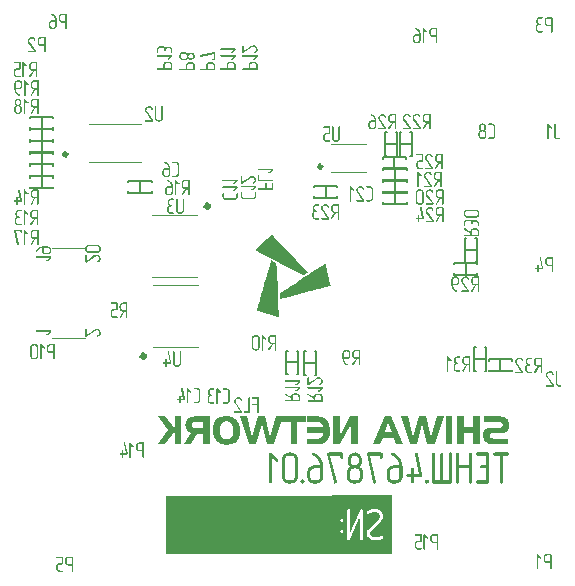
<source format=gbo>
G04*
G04 #@! TF.GenerationSoftware,Altium Limited,Altium Designer,24.4.1 (13)*
G04*
G04 Layer_Color=16776960*
%FSLAX44Y44*%
%MOMM*%
G71*
G04*
G04 #@! TF.SameCoordinates,AA0413A5-1E47-4C41-8310-78C86749A844*
G04*
G04*
G04 #@! TF.FilePolarity,Positive*
G04*
G01*
G75*
%ADD11C,0.4500*%
%ADD13C,0.1500*%
%ADD15C,0.1000*%
%ADD74C,0.3000*%
%ADD100R,14.1000X5.0000*%
G36*
X228222Y301591D02*
X228352Y301330D01*
X230827Y298855D01*
X230957Y298595D01*
X233432Y296120D01*
X233562Y295860D01*
X236168Y293254D01*
X236298Y292994D01*
X238773Y290519D01*
X238903Y290259D01*
X241508Y287654D01*
X241638Y287393D01*
X244113Y284918D01*
X244243Y284658D01*
X246718Y282183D01*
X246848Y281922D01*
X249454Y279317D01*
X249584Y279057D01*
X252059Y276582D01*
X252189Y276321D01*
X254794Y273716D01*
X254924Y273456D01*
X256878Y271502D01*
X256748Y271241D01*
X256552Y271046D01*
X256292Y270916D01*
X254468Y269613D01*
X254208Y269483D01*
X253947Y269222D01*
X253687Y269092D01*
X253036Y268701D01*
X241182Y274954D01*
X226854Y282508D01*
X215001Y288761D01*
X214350Y289151D01*
X214220D01*
X212787Y289933D01*
X212201Y290259D01*
X213438Y291496D01*
X213699Y291626D01*
X214741Y292668D01*
X215001Y292799D01*
X216173Y293971D01*
X216434Y294101D01*
X217606Y295273D01*
X217867Y295404D01*
X219039Y296576D01*
X219300Y296706D01*
X220472Y297878D01*
X220732Y298009D01*
X221774Y299051D01*
X222035Y299181D01*
X223207Y300353D01*
X223468Y300483D01*
X224640Y301656D01*
X224900Y301786D01*
X226073Y302958D01*
X226594Y303219D01*
X228222Y301591D01*
D02*
G37*
G36*
X271857Y278145D02*
X272053Y277298D01*
X272313Y276256D01*
X272443Y275605D01*
X272704Y274563D01*
X272834Y273912D01*
X273225Y272348D01*
X273355Y271697D01*
X273746Y270134D01*
X273876Y269483D01*
X274267Y267920D01*
X274397Y267269D01*
X274658Y266227D01*
X274788Y265575D01*
X275179Y264012D01*
X275309Y263361D01*
X275700Y261798D01*
X275830Y261147D01*
X276091Y260105D01*
X276156Y259909D01*
X275569Y259714D01*
X274658Y259453D01*
X273095Y259063D01*
X272183Y258802D01*
X270620Y258411D01*
X269708Y258151D01*
X268145Y257760D01*
X267233Y257500D01*
X265670Y257109D01*
X264758Y256848D01*
X263195Y256458D01*
X262283Y256197D01*
X261241Y255937D01*
X260330Y255676D01*
X258767Y255285D01*
X257855Y255025D01*
X256292Y254634D01*
X255380Y254373D01*
X253817Y253983D01*
X252905Y253722D01*
X251342Y253331D01*
X250430Y253071D01*
X248867Y252680D01*
X247956Y252420D01*
X246392Y252029D01*
X245481Y251768D01*
X243918Y251378D01*
X243006Y251117D01*
X241443Y250726D01*
X240531Y250466D01*
X238968Y250075D01*
X238056Y249814D01*
X236493Y249424D01*
X235581Y249163D01*
X233497Y248642D01*
X233367Y249163D01*
X233237Y250596D01*
X233106Y251899D01*
X233041Y253396D01*
X233237Y253592D01*
X233497Y253722D01*
X234409Y254373D01*
X234670Y254504D01*
X235451Y255025D01*
X235712Y255155D01*
X236623Y255806D01*
X236884Y255937D01*
X237796Y256588D01*
X238056Y256718D01*
X238968Y257369D01*
X239228Y257500D01*
X239750Y257890D01*
X239880D01*
X240791Y258542D01*
X241052Y258672D01*
X241964Y259323D01*
X242224Y259453D01*
X243136Y260105D01*
X243397Y260235D01*
X244178Y260756D01*
X244439Y260886D01*
X245350Y261537D01*
X245611Y261668D01*
X246523Y262319D01*
X246783Y262449D01*
X247695Y263100D01*
X247956Y263231D01*
X250626Y264989D01*
X252189Y266031D01*
X253622Y266943D01*
X256748Y269027D01*
X257790Y269678D01*
X260134Y271241D01*
X261567Y272153D01*
X264693Y274237D01*
X265735Y274888D01*
X268861Y276973D01*
X270294Y277884D01*
X271076Y278405D01*
X271662Y278731D01*
X271857Y278145D01*
D02*
G37*
G36*
X230046Y279447D02*
X230176Y278926D01*
X230371Y273912D01*
X231283Y254764D01*
X231674Y246688D01*
X231804Y243692D01*
X232195Y235487D01*
X232260Y233337D01*
X232064Y233272D01*
X231413Y233533D01*
X230697Y233728D01*
X229199Y234184D01*
X214610Y238743D01*
X213764Y239069D01*
X214806Y242716D01*
X214936Y243237D01*
X215978Y246884D01*
X216108Y247405D01*
X217411Y251964D01*
X217541Y252485D01*
X218583Y256132D01*
X218713Y256653D01*
X219755Y260300D01*
X219886Y260821D01*
X220928Y264468D01*
X221058Y264989D01*
X222100Y268636D01*
X222230Y269157D01*
X223012Y271893D01*
X223207Y272479D01*
X223272Y272544D01*
X223468Y273521D01*
X223663Y274237D01*
X224445Y276973D01*
X224575Y277494D01*
X225617Y281141D01*
X225812Y281597D01*
X230046Y279447D01*
D02*
G37*
G36*
X328000Y32500D02*
X277000D01*
Y82500D01*
X328000D01*
Y32500D01*
D02*
G37*
G36*
X402290Y125820D02*
X396858D01*
Y135334D01*
X388727D01*
Y125820D01*
X383278D01*
Y149230D01*
X388727D01*
Y139999D01*
X396858D01*
Y149230D01*
X402290D01*
Y125820D01*
D02*
G37*
G36*
X149921Y125820D02*
X144489D01*
Y137133D01*
X136308Y125820D01*
X129693D01*
X138924Y137767D01*
X129776Y149230D01*
X135991D01*
X144489Y138266D01*
Y149230D01*
X149921D01*
Y125820D01*
D02*
G37*
G36*
X299133Y125820D02*
X293584D01*
X293801Y143032D01*
X284520Y125820D01*
X278455D01*
Y149230D01*
X283987D01*
X283770Y132851D01*
X292585Y149230D01*
X299133D01*
Y125820D01*
D02*
G37*
G36*
X364333Y125820D02*
X358001D01*
X353969Y142815D01*
X349403Y125820D01*
X343038D01*
X335924Y149230D01*
X341405D01*
X346087Y131701D01*
X350936Y149230D01*
X357085Y149230D01*
X361300Y131701D01*
X366299Y149230D01*
X371981D01*
X364333Y125820D01*
D02*
G37*
G36*
X235872Y149197D02*
X255361D01*
Y144598D01*
X248013D01*
Y125820D01*
X242414D01*
Y144598D01*
X235033D01*
Y146629D01*
X228234Y125820D01*
X221903D01*
X217870Y142815D01*
X213305Y125820D01*
X206940Y125820D01*
X199825Y149230D01*
X205307D01*
X209989Y131701D01*
X214838Y149230D01*
X220986D01*
X225202Y131701D01*
X230201Y149230D01*
X235882D01*
X235872Y149197D01*
D02*
G37*
G36*
X419952Y149214D02*
X420302Y149197D01*
X420635Y149164D01*
X420968Y149130D01*
X421268Y149097D01*
X421552Y149047D01*
X421801Y149014D01*
X422035Y148980D01*
X422235Y148930D01*
X422418Y148897D01*
X422568Y148864D01*
X422685Y148830D01*
X422785Y148814D01*
X422835Y148797D01*
X422851D01*
X423268Y148664D01*
X423668Y148514D01*
X424034Y148347D01*
X424384Y148147D01*
X424701Y147931D01*
X425001Y147714D01*
X425284Y147464D01*
X425534Y147198D01*
X425767Y146931D01*
X425984Y146664D01*
X426184Y146381D01*
X426367Y146081D01*
X426534Y145781D01*
X426667Y145498D01*
X426917Y144898D01*
X427117Y144332D01*
X427250Y143782D01*
X427350Y143282D01*
X427400Y143049D01*
X427433Y142832D01*
X427450Y142632D01*
X427467Y142465D01*
X427483Y142299D01*
Y142182D01*
X427500Y142065D01*
Y141999D01*
Y141949D01*
Y141932D01*
X427467Y141249D01*
X427400Y140616D01*
X427300Y140033D01*
X427150Y139500D01*
X427000Y139016D01*
X426817Y138566D01*
X426617Y138167D01*
X426400Y137817D01*
X426200Y137517D01*
X426000Y137250D01*
X425817Y137017D01*
X425650Y136833D01*
X425517Y136700D01*
X425417Y136600D01*
X425334Y136534D01*
X425317Y136517D01*
X424951Y136267D01*
X424534Y136050D01*
X424084Y135850D01*
X423634Y135684D01*
X423168Y135550D01*
X422685Y135434D01*
X422218Y135334D01*
X421768Y135267D01*
X421335Y135201D01*
X420918Y135167D01*
X420569Y135134D01*
X420252Y135101D01*
X419985D01*
X419869Y135084D01*
X413687D01*
X413420Y135067D01*
X413170Y135051D01*
X412954Y135017D01*
X412737Y134984D01*
X412554Y134951D01*
X412387Y134901D01*
X412237Y134867D01*
X412121Y134834D01*
X412004Y134784D01*
X411904Y134751D01*
X411837Y134717D01*
X411771Y134684D01*
X411737Y134667D01*
X411704Y134651D01*
X411554Y134551D01*
X411437Y134434D01*
X411321Y134284D01*
X411237Y134151D01*
X411087Y133834D01*
X410988Y133518D01*
X410938Y133218D01*
X410904Y133084D01*
Y132985D01*
X410888Y132885D01*
Y132818D01*
Y132768D01*
Y132751D01*
X410904Y132501D01*
X410921Y132268D01*
X410971Y132068D01*
X411038Y131868D01*
X411104Y131701D01*
X411188Y131552D01*
X411287Y131418D01*
X411371Y131285D01*
X411554Y131102D01*
X411704Y130968D01*
X411771Y130918D01*
X411804Y130885D01*
X411837Y130868D01*
X411854D01*
X412004Y130802D01*
X412171Y130752D01*
X412554Y130652D01*
X412954Y130585D01*
X413354Y130552D01*
X413720Y130519D01*
X413870D01*
X414003Y130502D01*
X426600D01*
Y125820D01*
X413520D01*
X412770Y125836D01*
X412054Y125903D01*
X411404Y126003D01*
X410788Y126120D01*
X410204Y126286D01*
X409671Y126486D01*
X409171Y126703D01*
X408722Y126936D01*
X408305Y127203D01*
X407922Y127486D01*
X407572Y127769D01*
X407255Y128086D01*
X406955Y128402D01*
X406705Y128736D01*
X406472Y129052D01*
X406255Y129402D01*
X406072Y129735D01*
X405922Y130069D01*
X405772Y130385D01*
X405656Y130702D01*
X405556Y131018D01*
X405472Y131318D01*
X405406Y131585D01*
X405356Y131852D01*
X405306Y132085D01*
X405272Y132301D01*
X405256Y132501D01*
X405239Y132668D01*
X405222Y132785D01*
Y132885D01*
Y132951D01*
Y132968D01*
X405239Y133401D01*
X405256Y133818D01*
X405289Y134218D01*
X405356Y134584D01*
X405406Y134934D01*
X405472Y135251D01*
X405556Y135550D01*
X405622Y135817D01*
X405706Y136050D01*
X405772Y136267D01*
X405856Y136450D01*
X405905Y136600D01*
X405956Y136717D01*
X406006Y136800D01*
X406022Y136850D01*
X406039Y136867D01*
X406189Y137133D01*
X406355Y137367D01*
X406555Y137600D01*
X406755Y137800D01*
X407222Y138183D01*
X407738Y138516D01*
X408272Y138783D01*
X408838Y139016D01*
X409421Y139216D01*
X409988Y139366D01*
X410538Y139483D01*
X411071Y139566D01*
X411554Y139633D01*
X411771Y139649D01*
X411971Y139666D01*
X412154Y139683D01*
X412321Y139699D01*
X412471D01*
X412587Y139716D01*
X419169D01*
X419635Y139733D01*
X420052Y139816D01*
X420419Y139916D01*
X420718Y140049D01*
X420985Y140216D01*
X421202Y140399D01*
X421368Y140599D01*
X421518Y140799D01*
X421618Y140999D01*
X421702Y141182D01*
X421768Y141366D01*
X421801Y141532D01*
X421835Y141666D01*
X421852Y141766D01*
Y141849D01*
Y141866D01*
X421835Y142115D01*
X421818Y142332D01*
X421768Y142549D01*
X421702Y142749D01*
X421535Y143115D01*
X421335Y143415D01*
X421068Y143682D01*
X420785Y143898D01*
X420485Y144065D01*
X420169Y144215D01*
X419869Y144332D01*
X419569Y144415D01*
X419285Y144465D01*
X419019Y144515D01*
X418819Y144531D01*
X418652Y144548D01*
X406339D01*
Y149230D01*
X419202D01*
X419952Y149214D01*
D02*
G37*
G36*
X379179Y125820D02*
X373531D01*
Y149230D01*
X379179D01*
Y125820D01*
D02*
G37*
G36*
X337440Y125820D02*
X331824D01*
X329792Y131235D01*
X320344D01*
X318261Y125820D01*
X312379D01*
X322210Y149230D01*
X327692D01*
X337440Y125820D01*
D02*
G37*
G36*
X265492Y149214D02*
X266141Y149180D01*
X266758Y149114D01*
X267341Y149030D01*
X267891Y148930D01*
X268407Y148814D01*
X268874Y148697D01*
X269291Y148581D01*
X269674Y148447D01*
X270024Y148330D01*
X270307Y148214D01*
X270540Y148114D01*
X270740Y148031D01*
X270873Y147964D01*
X270957Y147931D01*
X270990Y147914D01*
X271423Y147647D01*
X271840Y147364D01*
X272223Y147048D01*
X272590Y146698D01*
X272923Y146331D01*
X273239Y145948D01*
X273523Y145548D01*
X273789Y145131D01*
X274039Y144698D01*
X274256Y144248D01*
X274473Y143798D01*
X274656Y143349D01*
X274822Y142899D01*
X274972Y142432D01*
X275239Y141532D01*
X275439Y140666D01*
X275506Y140233D01*
X275589Y139833D01*
X275639Y139450D01*
X275689Y139083D01*
X275722Y138750D01*
X275756Y138433D01*
X275789Y138133D01*
X275805Y137883D01*
X275822Y137650D01*
Y137467D01*
X275839Y137300D01*
Y137200D01*
Y137117D01*
Y137100D01*
X275822Y136517D01*
X275789Y135950D01*
X275739Y135400D01*
X275672Y134867D01*
X275589Y134367D01*
X275489Y133884D01*
X275372Y133418D01*
X275256Y132968D01*
X275106Y132535D01*
X274972Y132118D01*
X274806Y131735D01*
X274639Y131368D01*
X274473Y131002D01*
X274306Y130668D01*
X274139Y130368D01*
X273956Y130069D01*
X273773Y129785D01*
X273606Y129535D01*
X273440Y129285D01*
X273256Y129069D01*
X273106Y128869D01*
X272940Y128686D01*
X272806Y128502D01*
X272656Y128369D01*
X272540Y128236D01*
X272423Y128119D01*
X272323Y128019D01*
X272240Y127936D01*
X272173Y127886D01*
X272123Y127836D01*
X272090Y127819D01*
X272073Y127802D01*
X271790Y127586D01*
X271507Y127369D01*
X271223Y127186D01*
X270940Y127019D01*
X270390Y126736D01*
X270124Y126619D01*
X269874Y126503D01*
X269640Y126419D01*
X269440Y126336D01*
X269240Y126270D01*
X269091Y126220D01*
X268957Y126186D01*
X268857Y126153D01*
X268791Y126136D01*
X268774D01*
X268507Y126086D01*
X268207Y126036D01*
X267591Y125953D01*
X266941Y125903D01*
X266325Y125853D01*
X266041D01*
X265791Y125836D01*
X265541D01*
X265341Y125820D01*
X256527D01*
Y130419D01*
X264725D01*
X265358Y130435D01*
X265658Y130468D01*
X265941Y130502D01*
X266191Y130535D01*
X266441Y130585D01*
X266658Y130635D01*
X266875Y130685D01*
X267058Y130718D01*
X267208Y130768D01*
X267341Y130818D01*
X267458Y130852D01*
X267558Y130885D01*
X267624Y130918D01*
X267658Y130935D01*
X267674D01*
X268041Y131152D01*
X268374Y131402D01*
X268657Y131701D01*
X268907Y132035D01*
X269107Y132401D01*
X269291Y132768D01*
X269424Y133151D01*
X269541Y133518D01*
X269624Y133884D01*
X269690Y134218D01*
X269740Y134534D01*
X269774Y134817D01*
X269790Y135051D01*
X269807Y135217D01*
Y135284D01*
Y135334D01*
Y135351D01*
Y135367D01*
X256527D01*
Y139966D01*
X269807D01*
X269790Y140316D01*
X269757Y140666D01*
X269690Y140982D01*
X269624Y141266D01*
X269574Y141499D01*
X269507Y141682D01*
X269491Y141749D01*
X269474Y141816D01*
X269457Y141832D01*
Y141849D01*
X269224Y142332D01*
X268941Y142765D01*
X268624Y143132D01*
X268258Y143465D01*
X267891Y143732D01*
X267491Y143948D01*
X267091Y144132D01*
X266691Y144282D01*
X266308Y144398D01*
X265941Y144481D01*
X265625Y144548D01*
X265325Y144581D01*
X265092Y144615D01*
X264992D01*
X264892Y144632D01*
X256527D01*
Y149230D01*
X264808D01*
X265492Y149214D01*
D02*
G37*
G36*
X173715Y125820D02*
X168283D01*
Y134767D01*
X163168D01*
X158152Y125820D01*
X152254D01*
X157919Y135434D01*
X157502Y135534D01*
X157103Y135667D01*
X156736Y135817D01*
X156403Y136000D01*
X156069Y136200D01*
X155786Y136417D01*
X155503Y136634D01*
X155253Y136883D01*
X155020Y137133D01*
X154803Y137400D01*
X154603Y137683D01*
X154437Y137966D01*
X154270Y138250D01*
X154120Y138533D01*
X153887Y139116D01*
X153687Y139683D01*
X153553Y140216D01*
X153437Y140716D01*
X153404Y140949D01*
X153370Y141149D01*
X153354Y141349D01*
X153337Y141516D01*
X153320Y141682D01*
Y141799D01*
X153304Y141916D01*
Y141982D01*
Y142032D01*
Y142049D01*
X153320Y142499D01*
X153370Y142949D01*
X153437Y143365D01*
X153520Y143765D01*
X153620Y144132D01*
X153737Y144481D01*
X153870Y144798D01*
X153987Y145098D01*
X154120Y145365D01*
X154253Y145598D01*
X154370Y145798D01*
X154470Y145964D01*
X154553Y146098D01*
X154620Y146198D01*
X154670Y146264D01*
X154686Y146281D01*
X154820Y146548D01*
X154986Y146798D01*
X155153Y147031D01*
X155353Y147247D01*
X155586Y147464D01*
X155820Y147647D01*
X156319Y147981D01*
X156869Y148280D01*
X157452Y148514D01*
X158052Y148714D01*
X158636Y148864D01*
X159219Y148980D01*
X159752Y149080D01*
X160268Y149147D01*
X160485Y149164D01*
X160702Y149180D01*
X160902Y149197D01*
X161068Y149214D01*
X161235D01*
X161352Y149230D01*
X173715D01*
Y125820D01*
D02*
G37*
G36*
X189094Y149630D02*
X190077Y149530D01*
X191011Y149364D01*
X191877Y149147D01*
X192677Y148880D01*
X193443Y148564D01*
X194126Y148197D01*
X194776Y147797D01*
X195359Y147364D01*
X195909Y146897D01*
X196392Y146398D01*
X196842Y145881D01*
X197242Y145365D01*
X197609Y144815D01*
X197942Y144265D01*
X198225Y143698D01*
X198492Y143148D01*
X198709Y142582D01*
X198909Y142049D01*
X199075Y141516D01*
X199225Y140999D01*
X199342Y140499D01*
X199425Y140033D01*
X199508Y139599D01*
X199575Y139199D01*
X199608Y138833D01*
X199642Y138516D01*
X199675Y138250D01*
Y138033D01*
X199692Y137866D01*
Y137767D01*
Y137750D01*
Y137733D01*
Y137167D01*
X199658Y136617D01*
X199625Y136084D01*
X199575Y135567D01*
X199508Y135067D01*
X199442Y134601D01*
X199358Y134134D01*
X199275Y133701D01*
X199175Y133284D01*
X199075Y132868D01*
X198958Y132485D01*
X198842Y132118D01*
X198725Y131768D01*
X198592Y131435D01*
X198475Y131118D01*
X198342Y130835D01*
X198225Y130552D01*
X198092Y130302D01*
X197975Y130052D01*
X197859Y129835D01*
X197742Y129635D01*
X197626Y129435D01*
X197526Y129269D01*
X197426Y129119D01*
X197342Y128986D01*
X197259Y128869D01*
X197192Y128769D01*
X197126Y128702D01*
X197076Y128636D01*
X197042Y128586D01*
X197009Y128569D01*
Y128552D01*
X196726Y128252D01*
X196443Y127986D01*
X196126Y127736D01*
X195809Y127486D01*
X195126Y127069D01*
X194410Y126686D01*
X193660Y126386D01*
X192910Y126119D01*
X192177Y125903D01*
X191444Y125736D01*
X190761Y125603D01*
X190111Y125503D01*
X189811Y125470D01*
X189544Y125436D01*
X189278Y125403D01*
X189028Y125386D01*
X188811Y125370D01*
X188611Y125353D01*
X188445D01*
X188295Y125336D01*
X188028D01*
X187495Y125353D01*
X186962Y125370D01*
X186462Y125420D01*
X185979Y125470D01*
X185045Y125636D01*
X184179Y125853D01*
X183363Y126136D01*
X182613Y126453D01*
X181913Y126836D01*
X181280Y127236D01*
X180680Y127686D01*
X180147Y128152D01*
X179647Y128669D01*
X179197Y129185D01*
X178797Y129735D01*
X178431Y130285D01*
X178097Y130852D01*
X177814Y131418D01*
X177547Y131985D01*
X177331Y132551D01*
X177131Y133101D01*
X176964Y133651D01*
X176814Y134184D01*
X176698Y134684D01*
X176614Y135151D01*
X176531Y135600D01*
X176464Y136017D01*
X176431Y136384D01*
X176398Y136700D01*
X176364Y136983D01*
Y137200D01*
X176348Y137367D01*
Y137417D01*
Y137467D01*
Y137500D01*
Y138067D01*
X176381Y138600D01*
X176414Y139116D01*
X176464Y139633D01*
X176531Y140116D01*
X176598Y140583D01*
X176681Y141032D01*
X176781Y141466D01*
X176881Y141882D01*
X176998Y142282D01*
X177114Y142665D01*
X177231Y143015D01*
X177347Y143365D01*
X177481Y143698D01*
X177614Y143998D01*
X177731Y144298D01*
X177864Y144565D01*
X177997Y144815D01*
X178130Y145065D01*
X178247Y145281D01*
X178364Y145481D01*
X178480Y145665D01*
X178597Y145831D01*
X178697Y145981D01*
X178780Y146114D01*
X178880Y146231D01*
X178947Y146331D01*
X179014Y146414D01*
X179064Y146464D01*
X179097Y146514D01*
X179114Y146548D01*
X179130D01*
X179414Y146831D01*
X179697Y147098D01*
X180013Y147347D01*
X180347Y147581D01*
X181013Y147997D01*
X181730Y148347D01*
X182463Y148647D01*
X183213Y148897D01*
X183946Y149114D01*
X184662Y149280D01*
X185345Y149397D01*
X185979Y149497D01*
X186262Y149530D01*
X186545Y149564D01*
X186812Y149597D01*
X187045Y149614D01*
X187262Y149630D01*
X187461Y149647D01*
X187628D01*
X187761Y149663D01*
X188561D01*
X189094Y149630D01*
D02*
G37*
G36*
X319261Y118682D02*
X319444Y118649D01*
X319628Y118582D01*
X319761Y118499D01*
X319894Y118399D01*
X319994Y118299D01*
X320078Y118182D01*
X320144Y118066D01*
X320244Y117816D01*
X320294Y117616D01*
Y117532D01*
X320311Y117466D01*
Y117432D01*
Y117416D01*
Y114683D01*
X320294Y114450D01*
X320244Y114250D01*
X320161Y114067D01*
X320078Y113933D01*
X320011Y113817D01*
X319928Y113733D01*
X319877Y113683D01*
X319861Y113667D01*
X319661Y113583D01*
X319478Y113517D01*
X319328Y113467D01*
X319211Y113434D01*
X319128Y113417D01*
X319061Y113400D01*
X319011D01*
X318811Y113417D01*
X318645Y113450D01*
X318478Y113500D01*
X318345Y113567D01*
X318228Y113633D01*
X318145Y113683D01*
X318095Y113717D01*
X318078Y113733D01*
X317961Y113883D01*
X317861Y114033D01*
X317795Y114183D01*
X317761Y114333D01*
X317728Y114483D01*
X317711Y114583D01*
Y114650D01*
Y114683D01*
Y116116D01*
X309597D01*
X314829Y93955D01*
X314879Y93705D01*
X314862Y93472D01*
X314812Y93272D01*
X314729Y93089D01*
X314646Y92939D01*
X314562Y92822D01*
X314479Y92739D01*
X314429Y92689D01*
X314412Y92672D01*
X314246Y92589D01*
X314096Y92522D01*
X313929Y92472D01*
X313796Y92439D01*
X313662Y92422D01*
X313563Y92406D01*
X313479D01*
X312763Y92639D01*
X312629Y92839D01*
X312513Y92989D01*
X312429Y93122D01*
X312363Y93239D01*
X312330Y93322D01*
X312296Y93372D01*
X312279Y93405D01*
Y93422D01*
X306798Y117133D01*
X306748Y117466D01*
X306764Y117666D01*
X306814Y117832D01*
X306864Y117982D01*
X306931Y118116D01*
X307014Y118216D01*
X307064Y118282D01*
X307114Y118332D01*
X307131Y118349D01*
X307281Y118465D01*
X307431Y118549D01*
X307581Y118616D01*
X307731Y118649D01*
X307864Y118682D01*
X307964Y118699D01*
X319028D01*
X319261Y118682D01*
D02*
G37*
G36*
X285703D02*
X285886Y118649D01*
X286070Y118582D01*
X286203Y118499D01*
X286336Y118399D01*
X286436Y118299D01*
X286519Y118182D01*
X286586Y118066D01*
X286686Y117816D01*
X286736Y117616D01*
Y117532D01*
X286753Y117466D01*
Y117432D01*
Y117416D01*
Y114683D01*
X286736Y114450D01*
X286686Y114250D01*
X286603Y114067D01*
X286519Y113933D01*
X286453Y113817D01*
X286369Y113733D01*
X286320Y113683D01*
X286303Y113667D01*
X286103Y113583D01*
X285920Y113517D01*
X285770Y113467D01*
X285653Y113434D01*
X285570Y113417D01*
X285503Y113400D01*
X285453D01*
X285253Y113417D01*
X285086Y113450D01*
X284920Y113500D01*
X284786Y113567D01*
X284670Y113633D01*
X284587Y113683D01*
X284537Y113717D01*
X284520Y113733D01*
X284403Y113883D01*
X284303Y114033D01*
X284237Y114183D01*
X284203Y114333D01*
X284170Y114483D01*
X284153Y114583D01*
Y114650D01*
Y114683D01*
Y116116D01*
X276039D01*
X281271Y93955D01*
X281321Y93705D01*
X281304Y93472D01*
X281254Y93272D01*
X281171Y93089D01*
X281087Y92939D01*
X281004Y92822D01*
X280921Y92739D01*
X280871Y92689D01*
X280854Y92672D01*
X280688Y92589D01*
X280538Y92522D01*
X280371Y92472D01*
X280238Y92439D01*
X280104Y92422D01*
X280004Y92406D01*
X279921D01*
X279205Y92639D01*
X279071Y92839D01*
X278955Y92989D01*
X278871Y93122D01*
X278805Y93239D01*
X278771Y93322D01*
X278738Y93372D01*
X278721Y93405D01*
Y93422D01*
X273239Y117133D01*
X273190Y117466D01*
X273206Y117666D01*
X273256Y117832D01*
X273306Y117982D01*
X273373Y118116D01*
X273456Y118216D01*
X273506Y118282D01*
X273556Y118332D01*
X273573Y118349D01*
X273723Y118465D01*
X273873Y118549D01*
X274023Y118616D01*
X274173Y118649D01*
X274306Y118682D01*
X274406Y118699D01*
X285470D01*
X285703Y118682D01*
D02*
G37*
G36*
X225185D02*
X225368Y118649D01*
X225518Y118582D01*
X225652Y118516D01*
X225752Y118449D01*
X225835Y118382D01*
X225885Y118349D01*
X225902Y118332D01*
X231400Y112817D01*
X231517Y112600D01*
X231600Y112417D01*
X231650Y112284D01*
X231684Y112167D01*
X231717Y112067D01*
X231733Y112017D01*
Y111984D01*
Y111967D01*
X231717Y111767D01*
X231684Y111584D01*
X231617Y111434D01*
X231550Y111301D01*
X231483Y111184D01*
X231417Y111101D01*
X231383Y111051D01*
X231367Y111034D01*
X231217Y110901D01*
X231067Y110817D01*
X230900Y110751D01*
X230750Y110701D01*
X230634Y110667D01*
X230517Y110651D01*
X230434D01*
X230250Y110667D01*
X230067Y110717D01*
X229917Y110767D01*
X229784Y110851D01*
X229684Y110917D01*
X229601Y110967D01*
X229551Y111017D01*
X229534Y111034D01*
X226285Y114850D01*
Y93688D01*
X226268Y93455D01*
X226218Y93239D01*
X226135Y93072D01*
X226052Y92922D01*
X225985Y92805D01*
X225902Y92722D01*
X225852Y92672D01*
X225835Y92655D01*
X225635Y92572D01*
X225452Y92506D01*
X225302Y92472D01*
X225185Y92439D01*
X225102Y92422D01*
X225035Y92406D01*
X224985D01*
X224785Y92422D01*
X224619Y92456D01*
X224452Y92506D01*
X224319Y92572D01*
X224202Y92639D01*
X224119Y92689D01*
X224069Y92722D01*
X224052Y92739D01*
X223935Y92889D01*
X223836Y93039D01*
X223769Y93189D01*
X223736Y93339D01*
X223702Y93489D01*
X223685Y93588D01*
Y93655D01*
Y93688D01*
Y117432D01*
X223702Y117632D01*
X223752Y117816D01*
X223819Y117966D01*
X223885Y118099D01*
X223969Y118216D01*
X224035Y118282D01*
X224085Y118332D01*
X224102Y118349D01*
X224252Y118465D01*
X224419Y118549D01*
X224569Y118616D01*
X224702Y118649D01*
X224818Y118682D01*
X224918Y118699D01*
X225002D01*
X225185Y118682D01*
D02*
G37*
G36*
X394708Y118682D02*
X394892Y118632D01*
X395042Y118566D01*
X395175Y118482D01*
X395292Y118399D01*
X395375Y118332D01*
X395425Y118282D01*
X395442Y118266D01*
X395558Y118099D01*
X395658Y117949D01*
X395725Y117799D01*
X395758Y117682D01*
X395791Y117566D01*
X395808Y117482D01*
Y117432D01*
Y117416D01*
Y93688D01*
X395791Y93455D01*
X395741Y93239D01*
X395658Y93072D01*
X395575Y92922D01*
X395508Y92805D01*
X395425Y92722D01*
X395375Y92672D01*
X395358Y92655D01*
X395158Y92572D01*
X394975Y92506D01*
X394825Y92472D01*
X394708Y92439D01*
X394625Y92422D01*
X394558Y92406D01*
X394508D01*
X394309Y92422D01*
X394142Y92456D01*
X393975Y92506D01*
X393842Y92572D01*
X393725Y92639D01*
X393642Y92689D01*
X393592Y92722D01*
X393575Y92739D01*
X393459Y92889D01*
X393359Y93039D01*
X393292Y93189D01*
X393259Y93339D01*
X393225Y93489D01*
X393209Y93589D01*
Y93655D01*
Y93688D01*
Y105152D01*
X384844D01*
Y93688D01*
X384828Y93455D01*
X384778Y93239D01*
X384694Y93072D01*
X384611Y92922D01*
X384544Y92805D01*
X384461Y92722D01*
X384411Y92672D01*
X384394Y92655D01*
X384194Y92572D01*
X384011Y92506D01*
X383861Y92472D01*
X383745Y92439D01*
X383661Y92422D01*
X383595Y92406D01*
X383545D01*
X383345Y92422D01*
X383178Y92456D01*
X383011Y92506D01*
X382878Y92572D01*
X382761Y92639D01*
X382678Y92689D01*
X382628Y92722D01*
X382612Y92739D01*
X382495Y92889D01*
X382395Y93039D01*
X382328Y93189D01*
X382295Y93339D01*
X382262Y93489D01*
X382245Y93589D01*
Y93655D01*
Y93688D01*
Y117416D01*
X382262Y117632D01*
X382312Y117816D01*
X382378Y117982D01*
X382462Y118116D01*
X382545Y118216D01*
X382612Y118282D01*
X382662Y118332D01*
X382678Y118349D01*
X382828Y118465D01*
X382995Y118549D01*
X383128Y118616D01*
X383261Y118649D01*
X383378Y118682D01*
X383461Y118699D01*
X383545D01*
X383745Y118682D01*
X383928Y118632D01*
X384078Y118566D01*
X384211Y118482D01*
X384328Y118399D01*
X384411Y118332D01*
X384461Y118282D01*
X384478Y118266D01*
X384594Y118099D01*
X384694Y117949D01*
X384761Y117799D01*
X384794Y117682D01*
X384828Y117566D01*
X384844Y117482D01*
Y117432D01*
Y117416D01*
Y107735D01*
X393209D01*
Y117416D01*
X393225Y117632D01*
X393275Y117816D01*
X393342Y117982D01*
X393425Y118116D01*
X393509Y118216D01*
X393575Y118282D01*
X393625Y118332D01*
X393642Y118349D01*
X393792Y118465D01*
X393959Y118549D01*
X394092Y118616D01*
X394225Y118649D01*
X394342Y118682D01*
X394425Y118699D01*
X394508D01*
X394708Y118682D01*
D02*
G37*
G36*
X349720Y118465D02*
X349853Y118349D01*
X349970Y118199D01*
X350053Y118066D01*
X350120Y117916D01*
X350170Y117799D01*
X350203Y117699D01*
X350220Y117632D01*
Y117599D01*
X353869Y99404D01*
X353885Y99170D01*
X353869Y98970D01*
X353835Y98787D01*
X353769Y98621D01*
X353702Y98487D01*
X353636Y98387D01*
X353569Y98304D01*
X353536Y98254D01*
X353519Y98237D01*
X353369Y98121D01*
X353219Y98037D01*
X353069Y97971D01*
X352919Y97937D01*
X352786Y97904D01*
X352686Y97887D01*
X346587D01*
Y93688D01*
X346571Y93455D01*
X346521Y93239D01*
X346437Y93072D01*
X346354Y92922D01*
X346287Y92805D01*
X346204Y92722D01*
X346154Y92672D01*
X346138Y92655D01*
X345938Y92572D01*
X345754Y92506D01*
X345604Y92472D01*
X345488Y92439D01*
X345404Y92422D01*
X345338Y92406D01*
X345288D01*
X345088Y92422D01*
X344921Y92456D01*
X344754Y92506D01*
X344621Y92572D01*
X344505Y92639D01*
X344421Y92689D01*
X344371Y92722D01*
X344355Y92739D01*
X344238Y92889D01*
X344138Y93039D01*
X344071Y93189D01*
X344038Y93339D01*
X344005Y93489D01*
X343988Y93588D01*
Y93655D01*
Y93688D01*
Y97887D01*
X341622D01*
X341405Y97904D01*
X341205Y97954D01*
X341055Y98021D01*
X340922Y98104D01*
X340806Y98171D01*
X340739Y98237D01*
X340689Y98287D01*
X340672Y98304D01*
X340556Y98454D01*
X340472Y98621D01*
X340406Y98771D01*
X340372Y98904D01*
X340339Y99021D01*
X340322Y99104D01*
Y99170D01*
Y99187D01*
X340339Y99354D01*
X340389Y99520D01*
X340456Y99670D01*
X340522Y99804D01*
X340606Y99904D01*
X340672Y99987D01*
X340722Y100037D01*
X340739Y100054D01*
X340889Y100187D01*
X341039Y100287D01*
X341189Y100370D01*
X341322Y100420D01*
X341455Y100453D01*
X341539Y100470D01*
X343988D01*
Y104686D01*
X344005Y104902D01*
X344055Y105086D01*
X344121Y105252D01*
X344205Y105386D01*
X344288Y105485D01*
X344355Y105552D01*
X344405Y105602D01*
X344421Y105619D01*
X344571Y105735D01*
X344738Y105819D01*
X344871Y105885D01*
X345004Y105919D01*
X345121Y105952D01*
X345204Y105969D01*
X345288D01*
X345488Y105952D01*
X345671Y105902D01*
X345821Y105835D01*
X345954Y105752D01*
X346071Y105669D01*
X346154Y105602D01*
X346204Y105552D01*
X346221Y105535D01*
X346337Y105369D01*
X346437Y105219D01*
X346504Y105069D01*
X346537Y104952D01*
X346571Y104836D01*
X346587Y104752D01*
Y104702D01*
Y104686D01*
Y100470D01*
X351086D01*
X347670Y117166D01*
X347637Y117466D01*
X347654Y117649D01*
X347704Y117832D01*
X347770Y117982D01*
X347837Y118116D01*
X347920Y118216D01*
X347987Y118282D01*
X348037Y118332D01*
X348054Y118349D01*
X348204Y118465D01*
X348370Y118549D01*
X348537Y118616D01*
X348670Y118649D01*
X348803Y118682D01*
X348903Y118699D01*
X349003D01*
X349720Y118465D01*
D02*
G37*
G36*
X377929Y118682D02*
X378113Y118632D01*
X378263Y118566D01*
X378396Y118482D01*
X378512Y118399D01*
X378596Y118332D01*
X378646Y118282D01*
X378662Y118266D01*
X378779Y118099D01*
X378879Y117949D01*
X378946Y117799D01*
X378979Y117682D01*
X379012Y117566D01*
X379029Y117482D01*
Y117432D01*
Y117416D01*
Y93688D01*
X379012Y93455D01*
X378979Y93272D01*
X378912Y93089D01*
X378829Y92955D01*
X378729Y92822D01*
X378629Y92722D01*
X378512Y92639D01*
X378379Y92572D01*
X378146Y92472D01*
X377946Y92422D01*
X377863D01*
X377796Y92406D01*
X363133D01*
X362900Y92422D01*
X362700Y92456D01*
X362533Y92522D01*
X362383Y92605D01*
X362250Y92705D01*
X362150Y92805D01*
X362067Y92922D01*
X362000Y93055D01*
X361900Y93289D01*
X361850Y93489D01*
X361833Y93572D01*
Y93638D01*
Y93672D01*
Y93688D01*
Y117416D01*
X361850Y117632D01*
X361900Y117816D01*
X361967Y117982D01*
X362050Y118116D01*
X362133Y118216D01*
X362200Y118282D01*
X362250Y118332D01*
X362267Y118349D01*
X362417Y118465D01*
X362583Y118549D01*
X362717Y118616D01*
X362850Y118649D01*
X362966Y118682D01*
X363050Y118699D01*
X363133D01*
X363333Y118682D01*
X363516Y118632D01*
X363666Y118566D01*
X363800Y118482D01*
X363916Y118399D01*
X364000Y118332D01*
X364050Y118282D01*
X364066Y118266D01*
X364183Y118099D01*
X364283Y117949D01*
X364350Y117799D01*
X364383Y117682D01*
X364416Y117566D01*
X364433Y117482D01*
Y117432D01*
Y117416D01*
Y94988D01*
X369148D01*
Y117416D01*
X369165Y117632D01*
X369215Y117816D01*
X369282Y117982D01*
X369365Y118116D01*
X369448Y118216D01*
X369515Y118282D01*
X369565Y118332D01*
X369581Y118349D01*
X369731Y118465D01*
X369898Y118549D01*
X370031Y118616D01*
X370165Y118649D01*
X370281Y118682D01*
X370365Y118699D01*
X370448D01*
X370648Y118682D01*
X370831Y118632D01*
X370981Y118566D01*
X371114Y118482D01*
X371231Y118399D01*
X371314Y118332D01*
X371364Y118282D01*
X371381Y118266D01*
X371498Y118099D01*
X371598Y117949D01*
X371664Y117799D01*
X371698Y117682D01*
X371731Y117566D01*
X371748Y117482D01*
Y117432D01*
Y117416D01*
Y94988D01*
X376430D01*
Y117416D01*
X376446Y117632D01*
X376496Y117816D01*
X376563Y117982D01*
X376646Y118116D01*
X376730Y118216D01*
X376796Y118282D01*
X376846Y118332D01*
X376863Y118349D01*
X377013Y118465D01*
X377179Y118549D01*
X377313Y118616D01*
X377446Y118649D01*
X377563Y118682D01*
X377646Y118699D01*
X377729D01*
X377929Y118682D01*
D02*
G37*
G36*
X426450D02*
X426650Y118616D01*
X426817Y118549D01*
X426950Y118449D01*
X427067Y118365D01*
X427133Y118282D01*
X427183Y118216D01*
X427200Y118199D01*
X427300Y118032D01*
X427367Y117866D01*
X427433Y117732D01*
X427467Y117632D01*
X427483Y117532D01*
X427500Y117466D01*
Y117432D01*
Y117416D01*
X427483Y117233D01*
X427450Y117049D01*
X427400Y116883D01*
X427333Y116749D01*
X427267Y116633D01*
X427217Y116549D01*
X427183Y116483D01*
X427167Y116466D01*
X427017Y116349D01*
X426867Y116266D01*
X426700Y116199D01*
X426550Y116166D01*
X426417Y116133D01*
X426317Y116116D01*
X422018D01*
Y93688D01*
X422001Y93455D01*
X421951Y93239D01*
X421868Y93072D01*
X421785Y92922D01*
X421718Y92805D01*
X421635Y92722D01*
X421585Y92672D01*
X421568Y92655D01*
X421368Y92572D01*
X421185Y92506D01*
X421035Y92472D01*
X420918Y92439D01*
X420835Y92422D01*
X420768Y92406D01*
X420718D01*
X420518Y92422D01*
X420352Y92456D01*
X420185Y92506D01*
X420052Y92572D01*
X419935Y92639D01*
X419852Y92689D01*
X419802Y92722D01*
X419785Y92739D01*
X419669Y92889D01*
X419569Y93039D01*
X419502Y93189D01*
X419469Y93339D01*
X419435Y93489D01*
X419419Y93589D01*
Y93655D01*
Y93688D01*
Y116116D01*
X415220D01*
X415003Y116133D01*
X414803Y116183D01*
X414653Y116249D01*
X414520Y116333D01*
X414403Y116399D01*
X414337Y116466D01*
X414287Y116516D01*
X414270Y116533D01*
X414153Y116683D01*
X414070Y116849D01*
X414003Y116999D01*
X413970Y117133D01*
X413937Y117249D01*
X413920Y117332D01*
Y117399D01*
Y117416D01*
X413937Y117582D01*
X413987Y117749D01*
X414053Y117899D01*
X414120Y118032D01*
X414203Y118132D01*
X414270Y118216D01*
X414320Y118266D01*
X414337Y118282D01*
X414487Y118415D01*
X414637Y118516D01*
X414787Y118599D01*
X414920Y118649D01*
X415053Y118682D01*
X415136Y118699D01*
X426217D01*
X426450Y118682D01*
D02*
G37*
G36*
X409655D02*
X409838Y118649D01*
X410021Y118582D01*
X410154Y118499D01*
X410288Y118399D01*
X410388Y118299D01*
X410471Y118182D01*
X410538Y118066D01*
X410638Y117816D01*
X410688Y117616D01*
Y117532D01*
X410704Y117466D01*
Y117432D01*
Y117416D01*
Y93688D01*
X410688Y93455D01*
X410654Y93272D01*
X410588Y93089D01*
X410504Y92955D01*
X410404Y92822D01*
X410304Y92722D01*
X410188Y92639D01*
X410055Y92572D01*
X409821Y92472D01*
X409621Y92422D01*
X409538D01*
X409471Y92406D01*
X400290D01*
X400074Y92422D01*
X399874Y92472D01*
X399724Y92539D01*
X399590Y92622D01*
X399474Y92689D01*
X399407Y92755D01*
X399357Y92805D01*
X399341Y92822D01*
X399224Y92972D01*
X399141Y93139D01*
X399074Y93289D01*
X399041Y93422D01*
X399007Y93539D01*
X398991Y93622D01*
Y93688D01*
Y93705D01*
X399007Y93872D01*
X399057Y94038D01*
X399124Y94188D01*
X399191Y94322D01*
X399274Y94422D01*
X399341Y94505D01*
X399390Y94555D01*
X399407Y94572D01*
X399557Y94705D01*
X399707Y94805D01*
X399857Y94888D01*
X399990Y94938D01*
X400124Y94972D01*
X400207Y94988D01*
X408105D01*
Y105152D01*
X403939D01*
X403723Y105169D01*
X403523Y105219D01*
X403373Y105286D01*
X403240Y105369D01*
X403123Y105435D01*
X403056Y105502D01*
X403006Y105552D01*
X402990Y105569D01*
X402873Y105719D01*
X402790Y105885D01*
X402723Y106035D01*
X402690Y106169D01*
X402656Y106285D01*
X402640Y106369D01*
Y106435D01*
Y106452D01*
X402656Y106619D01*
X402706Y106785D01*
X402773Y106935D01*
X402840Y107068D01*
X402923Y107168D01*
X402990Y107252D01*
X403040Y107302D01*
X403056Y107318D01*
X403206Y107452D01*
X403356Y107552D01*
X403506Y107635D01*
X403639Y107685D01*
X403773Y107718D01*
X403856Y107735D01*
X408105D01*
Y116116D01*
X400290D01*
X400074Y116133D01*
X399874Y116183D01*
X399724Y116249D01*
X399590Y116333D01*
X399474Y116399D01*
X399407Y116466D01*
X399357Y116516D01*
X399341Y116533D01*
X399224Y116683D01*
X399141Y116849D01*
X399074Y116999D01*
X399041Y117133D01*
X399007Y117249D01*
X398991Y117332D01*
Y117399D01*
Y117416D01*
X399007Y117582D01*
X399057Y117749D01*
X399124Y117899D01*
X399191Y118032D01*
X399274Y118132D01*
X399341Y118216D01*
X399390Y118266D01*
X399407Y118282D01*
X399557Y118415D01*
X399707Y118516D01*
X399857Y118599D01*
X399990Y118649D01*
X400124Y118682D01*
X400207Y118699D01*
X409421D01*
X409655Y118682D01*
D02*
G37*
G36*
X358018Y95855D02*
X358284Y95788D01*
X358501Y95671D01*
X358684Y95555D01*
X358834Y95438D01*
X358934Y95322D01*
X359001Y95255D01*
X359017Y95222D01*
X359168Y94988D01*
X359268Y94788D01*
X359351Y94605D01*
X359401Y94438D01*
X359434Y94322D01*
X359451Y94238D01*
Y94172D01*
Y94155D01*
X359434Y93905D01*
X359367Y93655D01*
X359301Y93439D01*
X359201Y93255D01*
X359118Y93089D01*
X359034Y92972D01*
X358984Y92905D01*
X358968Y92872D01*
X358784Y92722D01*
X358568Y92605D01*
X358368Y92522D01*
X358151Y92472D01*
X357985Y92439D01*
X357835Y92406D01*
X357701D01*
X357401Y92422D01*
X357135Y92489D01*
X356918Y92572D01*
X356735Y92689D01*
X356585Y92789D01*
X356485Y92872D01*
X356418Y92939D01*
X356401Y92955D01*
X356252Y93172D01*
X356135Y93389D01*
X356052Y93589D01*
X355985Y93772D01*
X355952Y93922D01*
X355935Y94055D01*
Y94122D01*
Y94155D01*
X355952Y94388D01*
X356018Y94605D01*
X356102Y94805D01*
X356202Y94988D01*
X356318Y95138D01*
X356401Y95238D01*
X356468Y95322D01*
X356485Y95338D01*
X356701Y95521D01*
X356901Y95655D01*
X357118Y95755D01*
X357301Y95821D01*
X357468Y95855D01*
X357585Y95888D01*
X357701D01*
X358018Y95855D01*
D02*
G37*
G36*
X328959Y118616D02*
X329675Y118299D01*
X330358Y117949D01*
X330991Y117566D01*
X331575Y117166D01*
X332124Y116749D01*
X332624Y116333D01*
X333091Y115899D01*
X333491Y115500D01*
X333874Y115100D01*
X334190Y114733D01*
X334457Y114400D01*
X334690Y114117D01*
X334857Y113867D01*
X334924Y113767D01*
X334990Y113683D01*
X335040Y113617D01*
X335057Y113567D01*
X335090Y113550D01*
Y113533D01*
X335440Y112917D01*
X335757Y112284D01*
X336023Y111667D01*
X336240Y111034D01*
X336440Y110418D01*
X336607Y109834D01*
X336740Y109268D01*
X336840Y108735D01*
X336923Y108235D01*
X336990Y107768D01*
X337023Y107368D01*
X337057Y107035D01*
X337073Y106885D01*
Y106752D01*
X337090Y106635D01*
Y106535D01*
Y106469D01*
Y106419D01*
Y106385D01*
Y106369D01*
Y98254D01*
X337073Y97804D01*
X337006Y97371D01*
X336923Y96954D01*
X336806Y96571D01*
X336673Y96188D01*
X336523Y95855D01*
X336357Y95538D01*
X336190Y95255D01*
X336023Y94988D01*
X335857Y94755D01*
X335707Y94555D01*
X335574Y94388D01*
X335457Y94255D01*
X335374Y94172D01*
X335307Y94105D01*
X335290Y94088D01*
X334940Y93788D01*
X334607Y93539D01*
X334240Y93305D01*
X333891Y93122D01*
X333557Y92955D01*
X333224Y92822D01*
X332891Y92705D01*
X332591Y92622D01*
X332308Y92539D01*
X332041Y92489D01*
X331824Y92456D01*
X331624Y92439D01*
X331458Y92422D01*
X331341Y92406D01*
X329408D01*
X328959Y92422D01*
X328525Y92472D01*
X328125Y92556D01*
X327725Y92672D01*
X327376Y92805D01*
X327026Y92939D01*
X326709Y93105D01*
X326426Y93255D01*
X326159Y93422D01*
X325926Y93572D01*
X325726Y93705D01*
X325559Y93839D01*
X325426Y93955D01*
X325343Y94038D01*
X325276Y94088D01*
X325260Y94105D01*
X324960Y94438D01*
X324693Y94772D01*
X324460Y95121D01*
X324260Y95471D01*
X324093Y95821D01*
X323960Y96171D01*
X323843Y96504D01*
X323760Y96821D01*
X323693Y97121D01*
X323627Y97388D01*
X323593Y97638D01*
X323577Y97837D01*
X323560Y98021D01*
X323543Y98154D01*
Y98221D01*
Y98254D01*
Y101903D01*
X323560Y102353D01*
X323610Y102786D01*
X323693Y103203D01*
X323810Y103586D01*
X323943Y103953D01*
X324093Y104286D01*
X324243Y104602D01*
X324393Y104902D01*
X324560Y105152D01*
X324710Y105386D01*
X324860Y105585D01*
X324993Y105752D01*
X325093Y105885D01*
X325193Y105969D01*
X325243Y106035D01*
X325260Y106052D01*
X325593Y106352D01*
X325926Y106618D01*
X326276Y106835D01*
X326626Y107035D01*
X326976Y107202D01*
X327326Y107335D01*
X327659Y107452D01*
X327976Y107535D01*
X328275Y107602D01*
X328559Y107668D01*
X328809Y107702D01*
X329008Y107718D01*
X329192Y107735D01*
X329309Y107752D01*
X334491D01*
X334474Y108052D01*
X334424Y108385D01*
X334341Y108735D01*
X334257Y109051D01*
X334174Y109351D01*
X334124Y109485D01*
X334091Y109584D01*
X334074Y109684D01*
X334041Y109751D01*
X334024Y109784D01*
Y109801D01*
X333841Y110284D01*
X333641Y110717D01*
X333457Y111117D01*
X333291Y111467D01*
X333208Y111617D01*
X333141Y111751D01*
X333074Y111851D01*
X333024Y111951D01*
X332991Y112034D01*
X332957Y112084D01*
X332924Y112117D01*
Y112134D01*
X332724Y112434D01*
X332524Y112700D01*
X332324Y112967D01*
X332141Y113200D01*
X331958Y113417D01*
X331774Y113633D01*
X331608Y113817D01*
X331441Y113983D01*
X331291Y114133D01*
X331158Y114267D01*
X331041Y114383D01*
X330941Y114466D01*
X330858Y114533D01*
X330791Y114600D01*
X330758Y114616D01*
X330741Y114633D01*
X330525Y114800D01*
X330308Y114966D01*
X330108Y115116D01*
X329892Y115266D01*
X329725Y115366D01*
X329575Y115466D01*
X329492Y115516D01*
X329458Y115533D01*
X328809Y115866D01*
X328409Y116049D01*
X328042Y116183D01*
X327876Y116283D01*
X327742Y116399D01*
X327626Y116483D01*
X327542Y116566D01*
X327476Y116649D01*
X327426Y116699D01*
X327392Y116733D01*
Y116749D01*
X327326Y116866D01*
X327292Y116966D01*
X327226Y117183D01*
Y117266D01*
X327209Y117332D01*
Y117382D01*
Y117399D01*
X327226Y117582D01*
X327259Y117749D01*
X327326Y117899D01*
X327376Y118032D01*
X327442Y118149D01*
X327509Y118232D01*
X327542Y118282D01*
X327559Y118299D01*
X327692Y118432D01*
X327842Y118532D01*
X327992Y118616D01*
X328142Y118665D01*
X328259Y118699D01*
X328359Y118715D01*
X328459D01*
X328959Y118616D01*
D02*
G37*
G36*
X298016Y118599D02*
X299033Y118299D01*
X299416Y118116D01*
X299766Y117916D01*
X300083Y117699D01*
X300366Y117499D01*
X300583Y117332D01*
X300749Y117183D01*
X300816Y117133D01*
X300866Y117083D01*
X300882Y117066D01*
X300899Y117049D01*
X301199Y116683D01*
X301466Y116316D01*
X301699Y115949D01*
X301899Y115583D01*
X302049Y115233D01*
X302199Y114883D01*
X302315Y114566D01*
X302399Y114250D01*
X302465Y113967D01*
X302532Y113700D01*
X302565Y113467D01*
X302582Y113267D01*
X302599Y113100D01*
X302615Y112984D01*
Y112917D01*
Y112884D01*
Y111017D01*
X302599Y110501D01*
X302532Y110034D01*
X302432Y109584D01*
X302332Y109218D01*
X302282Y109051D01*
X302232Y108901D01*
X302182Y108768D01*
X302132Y108651D01*
X302099Y108568D01*
X302065Y108501D01*
X302049Y108468D01*
Y108451D01*
X301815Y108052D01*
X301582Y107702D01*
X301332Y107418D01*
X301099Y107185D01*
X300899Y107002D01*
X300749Y106885D01*
X300683Y106835D01*
X300632Y106802D01*
X300616Y106785D01*
X300599D01*
X301066Y106502D01*
X301482Y106185D01*
X301849Y105852D01*
X302165Y105519D01*
X302399Y105219D01*
X302499Y105086D01*
X302582Y104969D01*
X302649Y104886D01*
X302699Y104819D01*
X302715Y104769D01*
X302732Y104752D01*
X302865Y104502D01*
X302999Y104236D01*
X303199Y103736D01*
X303332Y103253D01*
X303432Y102819D01*
X303465Y102620D01*
X303482Y102453D01*
X303515Y102286D01*
Y102153D01*
X303532Y102053D01*
Y101970D01*
Y101920D01*
Y101903D01*
Y98254D01*
X303515Y97804D01*
X303448Y97371D01*
X303365Y96954D01*
X303249Y96571D01*
X303115Y96188D01*
X302965Y95855D01*
X302799Y95538D01*
X302632Y95255D01*
X302465Y94988D01*
X302299Y94755D01*
X302149Y94555D01*
X302015Y94388D01*
X301899Y94255D01*
X301815Y94172D01*
X301749Y94105D01*
X301732Y94088D01*
X301382Y93788D01*
X301049Y93539D01*
X300683Y93305D01*
X300333Y93122D01*
X299999Y92955D01*
X299666Y92822D01*
X299333Y92705D01*
X299033Y92622D01*
X298750Y92539D01*
X298483Y92489D01*
X298266Y92456D01*
X298067Y92439D01*
X297900Y92422D01*
X297783Y92406D01*
X295850D01*
X295401Y92422D01*
X294967Y92472D01*
X294567Y92556D01*
X294167Y92672D01*
X293818Y92805D01*
X293468Y92939D01*
X293151Y93105D01*
X292868Y93255D01*
X292601Y93422D01*
X292368Y93572D01*
X292168Y93705D01*
X292001Y93839D01*
X291868Y93955D01*
X291785Y94038D01*
X291718Y94088D01*
X291701Y94105D01*
X291402Y94438D01*
X291135Y94772D01*
X290902Y95121D01*
X290702Y95471D01*
X290535Y95821D01*
X290402Y96171D01*
X290285Y96504D01*
X290202Y96821D01*
X290135Y97121D01*
X290068Y97388D01*
X290035Y97638D01*
X290019Y97837D01*
X290002Y98021D01*
X289985Y98154D01*
Y98221D01*
Y98254D01*
Y101903D01*
X290002Y102203D01*
X290019Y102503D01*
X290135Y103069D01*
X290268Y103603D01*
X290352Y103836D01*
X290435Y104052D01*
X290535Y104253D01*
X290618Y104436D01*
X290685Y104602D01*
X290752Y104736D01*
X290818Y104836D01*
X290868Y104919D01*
X290885Y104969D01*
X290902Y104986D01*
X291068Y105252D01*
X291252Y105485D01*
X291435Y105702D01*
X291601Y105885D01*
X291785Y106052D01*
X291951Y106202D01*
X292101Y106335D01*
X292268Y106452D01*
X292401Y106552D01*
X292535Y106635D01*
X292651Y106702D01*
X292751Y106752D01*
X292818Y106785D01*
X292885Y106819D01*
X292918Y106835D01*
X292934D01*
X292601Y107052D01*
X292301Y107318D01*
X292051Y107585D01*
X291835Y107851D01*
X291668Y108085D01*
X291551Y108285D01*
X291502Y108368D01*
X291468Y108418D01*
X291451Y108451D01*
Y108468D01*
X291268Y108901D01*
X291135Y109334D01*
X291035Y109768D01*
X290968Y110151D01*
X290952Y110334D01*
X290935Y110501D01*
X290918Y110634D01*
X290902Y110767D01*
Y110867D01*
Y110934D01*
Y110984D01*
Y111001D01*
Y112867D01*
Y113450D01*
X291002Y114083D01*
X291301Y115116D01*
X291485Y115500D01*
X291685Y115866D01*
X291901Y116183D01*
X292118Y116466D01*
X292318Y116683D01*
X292468Y116849D01*
X292535Y116916D01*
X292584Y116966D01*
X292601Y116982D01*
X292618Y116999D01*
X292951Y117299D01*
X293301Y117566D01*
X293651Y117782D01*
X294001Y117982D01*
X294367Y118149D01*
X294717Y118282D01*
X295051Y118399D01*
X295367Y118482D01*
X295667Y118549D01*
X295934Y118616D01*
X296184Y118649D01*
X296400Y118665D01*
X296567Y118682D01*
X296684Y118699D01*
X297383D01*
X298016Y118599D01*
D02*
G37*
G36*
X261842Y118616D02*
X262559Y118299D01*
X263242Y117949D01*
X263875Y117566D01*
X264458Y117166D01*
X265008Y116749D01*
X265508Y116333D01*
X265975Y115899D01*
X266375Y115500D01*
X266758Y115100D01*
X267074Y114733D01*
X267341Y114400D01*
X267574Y114117D01*
X267741Y113867D01*
X267808Y113767D01*
X267874Y113683D01*
X267924Y113617D01*
X267941Y113567D01*
X267974Y113550D01*
Y113533D01*
X268324Y112917D01*
X268641Y112284D01*
X268907Y111667D01*
X269124Y111034D01*
X269324Y110418D01*
X269490Y109834D01*
X269624Y109268D01*
X269724Y108735D01*
X269807Y108235D01*
X269874Y107768D01*
X269907Y107368D01*
X269940Y107035D01*
X269957Y106885D01*
Y106752D01*
X269974Y106635D01*
Y106535D01*
Y106469D01*
Y106419D01*
Y106385D01*
Y106369D01*
Y98254D01*
X269957Y97804D01*
X269890Y97371D01*
X269807Y96954D01*
X269690Y96571D01*
X269557Y96188D01*
X269407Y95855D01*
X269240Y95538D01*
X269074Y95255D01*
X268907Y94988D01*
X268741Y94755D01*
X268591Y94555D01*
X268457Y94388D01*
X268341Y94255D01*
X268257Y94172D01*
X268191Y94105D01*
X268174Y94088D01*
X267824Y93788D01*
X267491Y93539D01*
X267124Y93305D01*
X266775Y93122D01*
X266441Y92955D01*
X266108Y92822D01*
X265775Y92705D01*
X265475Y92622D01*
X265191Y92539D01*
X264925Y92489D01*
X264708Y92456D01*
X264508Y92439D01*
X264342Y92422D01*
X264225Y92406D01*
X262292D01*
X261842Y92422D01*
X261409Y92472D01*
X261009Y92556D01*
X260609Y92672D01*
X260259Y92805D01*
X259910Y92939D01*
X259593Y93105D01*
X259310Y93255D01*
X259043Y93422D01*
X258810Y93572D01*
X258610Y93705D01*
X258443Y93839D01*
X258310Y93955D01*
X258227Y94038D01*
X258160Y94088D01*
X258143Y94105D01*
X257843Y94438D01*
X257577Y94772D01*
X257344Y95121D01*
X257144Y95471D01*
X256977Y95821D01*
X256844Y96171D01*
X256727Y96504D01*
X256644Y96821D01*
X256577Y97121D01*
X256510Y97388D01*
X256477Y97638D01*
X256460Y97837D01*
X256444Y98021D01*
X256427Y98154D01*
Y98221D01*
Y98254D01*
Y101903D01*
X256444Y102353D01*
X256494Y102786D01*
X256577Y103203D01*
X256694Y103586D01*
X256827Y103953D01*
X256977Y104286D01*
X257127Y104602D01*
X257277Y104902D01*
X257444Y105152D01*
X257593Y105386D01*
X257743Y105585D01*
X257877Y105752D01*
X257977Y105885D01*
X258077Y105969D01*
X258127Y106035D01*
X258143Y106052D01*
X258477Y106352D01*
X258810Y106618D01*
X259160Y106835D01*
X259510Y107035D01*
X259860Y107202D01*
X260210Y107335D01*
X260543Y107452D01*
X260859Y107535D01*
X261159Y107602D01*
X261443Y107668D01*
X261692Y107702D01*
X261892Y107718D01*
X262076Y107735D01*
X262192Y107752D01*
X267374D01*
X267358Y108052D01*
X267308Y108385D01*
X267224Y108735D01*
X267141Y109051D01*
X267058Y109351D01*
X267008Y109485D01*
X266974Y109584D01*
X266958Y109684D01*
X266924Y109751D01*
X266908Y109784D01*
Y109801D01*
X266724Y110284D01*
X266525Y110717D01*
X266341Y111117D01*
X266175Y111467D01*
X266091Y111617D01*
X266025Y111751D01*
X265958Y111851D01*
X265908Y111951D01*
X265875Y112034D01*
X265841Y112084D01*
X265808Y112117D01*
Y112134D01*
X265608Y112434D01*
X265408Y112700D01*
X265208Y112967D01*
X265025Y113200D01*
X264842Y113417D01*
X264658Y113633D01*
X264492Y113817D01*
X264325Y113983D01*
X264175Y114133D01*
X264042Y114267D01*
X263925Y114383D01*
X263825Y114466D01*
X263742Y114533D01*
X263675Y114600D01*
X263642Y114616D01*
X263625Y114633D01*
X263409Y114800D01*
X263192Y114966D01*
X262992Y115116D01*
X262775Y115266D01*
X262609Y115366D01*
X262459Y115466D01*
X262376Y115516D01*
X262342Y115533D01*
X261692Y115866D01*
X261292Y116049D01*
X260926Y116183D01*
X260759Y116283D01*
X260626Y116399D01*
X260509Y116483D01*
X260426Y116566D01*
X260359Y116649D01*
X260310Y116699D01*
X260276Y116733D01*
Y116749D01*
X260210Y116866D01*
X260176Y116966D01*
X260110Y117183D01*
Y117266D01*
X260093Y117332D01*
Y117382D01*
Y117399D01*
X260110Y117582D01*
X260143Y117749D01*
X260210Y117899D01*
X260259Y118032D01*
X260326Y118149D01*
X260393Y118232D01*
X260426Y118282D01*
X260443Y118299D01*
X260576Y118432D01*
X260726Y118532D01*
X260876Y118616D01*
X261026Y118665D01*
X261143Y118699D01*
X261243Y118715D01*
X261343D01*
X261842Y118616D01*
D02*
G37*
G36*
X252678Y95855D02*
X252945Y95788D01*
X253161Y95671D01*
X253345Y95555D01*
X253494Y95438D01*
X253594Y95321D01*
X253661Y95255D01*
X253678Y95222D01*
X253828Y94988D01*
X253928Y94788D01*
X254011Y94605D01*
X254061Y94438D01*
X254094Y94322D01*
X254111Y94238D01*
Y94172D01*
Y94155D01*
X254094Y93905D01*
X254028Y93655D01*
X253961Y93439D01*
X253861Y93255D01*
X253778Y93089D01*
X253694Y92972D01*
X253645Y92905D01*
X253628Y92872D01*
X253445Y92722D01*
X253228Y92605D01*
X253028Y92522D01*
X252811Y92472D01*
X252645Y92439D01*
X252495Y92406D01*
X252362D01*
X252062Y92422D01*
X251795Y92489D01*
X251578Y92572D01*
X251395Y92689D01*
X251245Y92789D01*
X251145Y92872D01*
X251078Y92939D01*
X251062Y92955D01*
X250912Y93172D01*
X250795Y93389D01*
X250712Y93588D01*
X250645Y93772D01*
X250612Y93922D01*
X250595Y94055D01*
Y94122D01*
Y94155D01*
X250612Y94388D01*
X250679Y94605D01*
X250762Y94805D01*
X250862Y94988D01*
X250979Y95138D01*
X251062Y95238D01*
X251129Y95321D01*
X251145Y95338D01*
X251362Y95521D01*
X251562Y95655D01*
X251778Y95755D01*
X251962Y95821D01*
X252128Y95855D01*
X252245Y95888D01*
X252362D01*
X252678Y95855D01*
D02*
G37*
G36*
X243130Y118682D02*
X243564Y118616D01*
X243980Y118532D01*
X244363Y118415D01*
X244747Y118282D01*
X245080Y118132D01*
X245397Y117982D01*
X245680Y117816D01*
X245947Y117649D01*
X246180Y117499D01*
X246380Y117349D01*
X246546Y117216D01*
X246680Y117099D01*
X246763Y117016D01*
X246830Y116949D01*
X246846Y116933D01*
X247146Y116599D01*
X247396Y116249D01*
X247629Y115899D01*
X247813Y115550D01*
X247979Y115216D01*
X248113Y114866D01*
X248229Y114550D01*
X248312Y114233D01*
X248396Y113950D01*
X248446Y113683D01*
X248479Y113450D01*
X248496Y113250D01*
X248512Y113083D01*
X248529Y112950D01*
Y112884D01*
Y112850D01*
Y98254D01*
X248512Y97804D01*
X248446Y97371D01*
X248363Y96954D01*
X248246Y96571D01*
X248113Y96188D01*
X247963Y95855D01*
X247796Y95538D01*
X247629Y95255D01*
X247463Y94988D01*
X247296Y94755D01*
X247146Y94555D01*
X247013Y94388D01*
X246896Y94255D01*
X246813Y94172D01*
X246746Y94105D01*
X246730Y94088D01*
X246380Y93788D01*
X246046Y93539D01*
X245680Y93305D01*
X245330Y93122D01*
X244997Y92955D01*
X244664Y92822D01*
X244330Y92705D01*
X244030Y92622D01*
X243747Y92539D01*
X243480Y92489D01*
X243264Y92456D01*
X243064Y92439D01*
X242897Y92422D01*
X242781Y92406D01*
X240848D01*
X240398Y92422D01*
X239965Y92472D01*
X239565Y92572D01*
X239165Y92672D01*
X238815Y92805D01*
X238465Y92955D01*
X238148Y93105D01*
X237865Y93272D01*
X237599Y93422D01*
X237365Y93572D01*
X237165Y93722D01*
X236999Y93855D01*
X236866Y93972D01*
X236782Y94055D01*
X236716Y94105D01*
X236699Y94122D01*
X236399Y94455D01*
X236132Y94805D01*
X235899Y95155D01*
X235699Y95505D01*
X235532Y95855D01*
X235382Y96188D01*
X235266Y96521D01*
X235183Y96838D01*
X235116Y97138D01*
X235049Y97404D01*
X235016Y97638D01*
X234999Y97854D01*
X234983Y98021D01*
X234966Y98154D01*
Y98221D01*
Y98254D01*
Y112850D01*
X234983Y113300D01*
X235033Y113717D01*
X235133Y114133D01*
X235233Y114516D01*
X235366Y114883D01*
X235516Y115216D01*
X235682Y115533D01*
X235832Y115816D01*
X235999Y116083D01*
X236166Y116316D01*
X236316Y116516D01*
X236449Y116683D01*
X236549Y116816D01*
X236632Y116899D01*
X236699Y116966D01*
X236716Y116982D01*
X237049Y117282D01*
X237382Y117549D01*
X237732Y117782D01*
X238099Y117982D01*
X238448Y118149D01*
X238782Y118282D01*
X239115Y118399D01*
X239431Y118482D01*
X239731Y118549D01*
X239998Y118616D01*
X240231Y118649D01*
X240448Y118665D01*
X240614Y118682D01*
X240748Y118699D01*
X242681D01*
X243130Y118682D01*
D02*
G37*
G36*
X37261Y293128D02*
X37778Y292978D01*
X37970Y292886D01*
X38153Y292769D01*
X38328Y292653D01*
X38478Y292528D01*
X38603Y292419D01*
X38653Y292369D01*
X38694Y292328D01*
X38728Y292294D01*
X38753Y292269D01*
X38769Y292253D01*
X38778Y292244D01*
X38919Y292094D01*
X39044Y291928D01*
X39153Y291770D01*
X39244Y291603D01*
X39319Y291436D01*
X39386Y291270D01*
X39436Y291103D01*
X39478Y290953D01*
X39511Y290812D01*
X39536Y290678D01*
X39553Y290553D01*
X39569Y290453D01*
Y290370D01*
X39578Y290303D01*
Y289337D01*
X39569Y289112D01*
X39536Y288895D01*
X39494Y288687D01*
X39436Y288495D01*
X39369Y288304D01*
X39294Y288137D01*
X39219Y287979D01*
X39136Y287837D01*
X39053Y287704D01*
X38978Y287587D01*
X38903Y287487D01*
X38836Y287404D01*
X38778Y287337D01*
X38736Y287296D01*
X38703Y287262D01*
X38694Y287254D01*
X38528Y287104D01*
X38353Y286971D01*
X38178Y286863D01*
X38003Y286763D01*
X37836Y286679D01*
X37661Y286613D01*
X37503Y286554D01*
X37345Y286513D01*
X37203Y286479D01*
X37070Y286446D01*
X36953Y286429D01*
X36853Y286421D01*
X36770Y286413D01*
X36703Y286404D01*
X36670D01*
X36653D01*
X34829D01*
X34604Y286413D01*
X34387Y286438D01*
X34179Y286479D01*
X33987Y286538D01*
X33796Y286604D01*
X33629Y286671D01*
X33471Y286754D01*
X33329Y286829D01*
X33196Y286912D01*
X33079Y286987D01*
X32979Y287054D01*
X32896Y287121D01*
X32829Y287179D01*
X32788Y287221D01*
X32754Y287246D01*
X32746Y287254D01*
X32596Y287421D01*
X32471Y287587D01*
X32354Y287762D01*
X32263Y287937D01*
X32179Y288112D01*
X32113Y288287D01*
X32054Y288454D01*
X32013Y288612D01*
X31971Y288762D01*
X31946Y288904D01*
X31930Y289029D01*
X31921Y289129D01*
X31913Y289220D01*
X31904Y289279D01*
Y291878D01*
X31755Y291870D01*
X31588Y291845D01*
X31421Y291803D01*
X31255Y291761D01*
X31105Y291711D01*
X31046Y291695D01*
X30988Y291678D01*
X30946Y291661D01*
X30913Y291645D01*
X30888Y291636D01*
X30880D01*
X30638Y291545D01*
X30422Y291445D01*
X30213Y291353D01*
X30038Y291261D01*
X29955Y291220D01*
X29888Y291186D01*
X29830Y291153D01*
X29780Y291128D01*
X29738Y291103D01*
X29705Y291086D01*
X29688Y291070D01*
X29680D01*
X29405Y290878D01*
X29155Y290678D01*
X29047Y290586D01*
X28939Y290495D01*
X28847Y290403D01*
X28755Y290320D01*
X28680Y290245D01*
X28614Y290178D01*
X28555Y290112D01*
X28505Y290062D01*
X28464Y290020D01*
X28439Y289987D01*
X28422Y289970D01*
X28414Y289962D01*
X28305Y289812D01*
X28247Y289728D01*
X27989Y289320D01*
X27847Y289037D01*
X27780Y288904D01*
X27731Y288779D01*
X27689Y288679D01*
X27655Y288595D01*
X27647Y288562D01*
X27639Y288537D01*
X27631Y288529D01*
Y288520D01*
X27614Y288470D01*
X27581Y288429D01*
X27514Y288362D01*
X27481Y288337D01*
X27447Y288321D01*
X27431Y288304D01*
X27422D01*
X27306Y288262D01*
X27189Y288237D01*
X27147D01*
X27114Y288229D01*
X27089D01*
X27081D01*
X26989Y288237D01*
X26897Y288254D01*
X26814Y288287D01*
X26739Y288321D01*
X26681Y288345D01*
X26639Y288379D01*
X26606Y288395D01*
X26597Y288404D01*
X26539Y288504D01*
X26497Y288595D01*
X26464Y288679D01*
X26448Y288745D01*
X26431Y288795D01*
X26423Y288829D01*
Y288862D01*
X26464Y289095D01*
X26623Y289454D01*
X26797Y289795D01*
X26989Y290112D01*
X27189Y290403D01*
X27397Y290678D01*
X27606Y290928D01*
X27822Y291161D01*
X28022Y291370D01*
X28222Y291553D01*
X28405Y291720D01*
X28572Y291853D01*
X28714Y291970D01*
X28839Y292053D01*
X28889Y292086D01*
X28930Y292120D01*
X28963Y292145D01*
X28988Y292153D01*
X28997Y292169D01*
X29005D01*
X29313Y292344D01*
X29630Y292503D01*
X29947Y292636D01*
X30255Y292753D01*
X30563Y292853D01*
X30863Y292928D01*
X31146Y292994D01*
X31413Y293053D01*
X31663Y293094D01*
X31896Y293128D01*
X32096Y293144D01*
X32263Y293161D01*
X32338Y293169D01*
X32404D01*
X32463Y293178D01*
X32513D01*
X32546D01*
X32571D01*
X32588D01*
X32596D01*
X36653D01*
X36945D01*
X37261Y293128D01*
D02*
G37*
G36*
X39044Y284838D02*
X39136Y284813D01*
X39211Y284780D01*
X39278Y284746D01*
X39336Y284705D01*
X39369Y284671D01*
X39394Y284646D01*
X39402Y284638D01*
X39461Y284563D01*
X39502Y284480D01*
X39536Y284405D01*
X39553Y284338D01*
X39569Y284280D01*
X39578Y284230D01*
Y284188D01*
X39569Y284097D01*
X39553Y284005D01*
X39519Y283930D01*
X39486Y283863D01*
X39453Y283813D01*
X39419Y283772D01*
X39402Y283747D01*
X39394Y283738D01*
X36637Y280989D01*
X36528Y280931D01*
X36437Y280889D01*
X36370Y280864D01*
X36312Y280847D01*
X36262Y280831D01*
X36237Y280822D01*
X36220D01*
X36212D01*
X36112Y280831D01*
X36020Y280847D01*
X35945Y280881D01*
X35878Y280914D01*
X35820Y280947D01*
X35779Y280981D01*
X35754Y280997D01*
X35745Y281006D01*
X35679Y281081D01*
X35637Y281156D01*
X35603Y281239D01*
X35578Y281314D01*
X35562Y281372D01*
X35554Y281431D01*
Y281472D01*
X35562Y281564D01*
X35587Y281656D01*
X35612Y281730D01*
X35654Y281797D01*
X35687Y281847D01*
X35712Y281889D01*
X35737Y281914D01*
X35745Y281922D01*
X37653Y283547D01*
X27072D01*
X26956Y283555D01*
X26847Y283580D01*
X26764Y283622D01*
X26689Y283663D01*
X26631Y283697D01*
X26589Y283738D01*
X26564Y283763D01*
X26556Y283772D01*
X26514Y283872D01*
X26481Y283963D01*
X26464Y284038D01*
X26448Y284097D01*
X26439Y284138D01*
X26431Y284172D01*
Y284196D01*
X26439Y284296D01*
X26456Y284380D01*
X26481Y284463D01*
X26514Y284530D01*
X26548Y284588D01*
X26572Y284630D01*
X26589Y284655D01*
X26597Y284663D01*
X26672Y284721D01*
X26747Y284771D01*
X26822Y284805D01*
X26897Y284821D01*
X26972Y284838D01*
X27022Y284846D01*
X27056D01*
X27072D01*
X38944D01*
X39044Y284838D01*
D02*
G37*
G36*
X78870Y294577D02*
X79078Y294552D01*
X79286Y294502D01*
X79478Y294452D01*
X79661Y294386D01*
X79828Y294311D01*
X79986Y294227D01*
X80128Y294152D01*
X80261Y294069D01*
X80378Y293986D01*
X80478Y293911D01*
X80561Y293844D01*
X80628Y293794D01*
X80669Y293752D01*
X80703Y293719D01*
X80711Y293711D01*
X80861Y293544D01*
X80994Y293377D01*
X81111Y293202D01*
X81211Y293019D01*
X81294Y292844D01*
X81361Y292678D01*
X81419Y292511D01*
X81461Y292353D01*
X81494Y292203D01*
X81528Y292069D01*
X81544Y291953D01*
X81552Y291845D01*
X81561Y291761D01*
X81569Y291695D01*
Y290728D01*
X81561Y290503D01*
X81528Y290287D01*
X81486Y290078D01*
X81427Y289887D01*
X81361Y289695D01*
X81286Y289529D01*
X81211Y289370D01*
X81128Y289229D01*
X81044Y289095D01*
X80969Y288979D01*
X80894Y288879D01*
X80828Y288795D01*
X80769Y288729D01*
X80728Y288687D01*
X80694Y288654D01*
X80686Y288645D01*
X80519Y288495D01*
X80344Y288370D01*
X80169Y288254D01*
X79995Y288162D01*
X79828Y288079D01*
X79653Y288012D01*
X79495Y287954D01*
X79336Y287912D01*
X79195Y287871D01*
X79061Y287846D01*
X78945Y287829D01*
X78845Y287821D01*
X78762Y287812D01*
X78695Y287804D01*
X78662D01*
X78645D01*
X71347D01*
X71122Y287812D01*
X70905Y287846D01*
X70697Y287887D01*
X70505Y287946D01*
X70314Y288012D01*
X70147Y288087D01*
X69989Y288171D01*
X69847Y288254D01*
X69714Y288337D01*
X69597Y288420D01*
X69497Y288495D01*
X69414Y288562D01*
X69347Y288620D01*
X69306Y288662D01*
X69272Y288695D01*
X69264Y288704D01*
X69114Y288879D01*
X68989Y289045D01*
X68872Y289229D01*
X68781Y289403D01*
X68698Y289570D01*
X68631Y289737D01*
X68573Y289903D01*
X68531Y290053D01*
X68489Y290195D01*
X68464Y290328D01*
X68447Y290437D01*
X68439Y290537D01*
X68431Y290620D01*
X68422Y290678D01*
Y291645D01*
X68431Y291870D01*
X68456Y292086D01*
X68506Y292286D01*
X68556Y292486D01*
X68622Y292661D01*
X68698Y292836D01*
X68773Y292994D01*
X68856Y293136D01*
X68931Y293269D01*
X69006Y293386D01*
X69081Y293486D01*
X69147Y293569D01*
X69206Y293636D01*
X69247Y293677D01*
X69272Y293711D01*
X69281Y293719D01*
X69447Y293869D01*
X69622Y294002D01*
X69797Y294119D01*
X69972Y294219D01*
X70147Y294302D01*
X70314Y294377D01*
X70480Y294436D01*
X70639Y294477D01*
X70789Y294510D01*
X70922Y294544D01*
X71038Y294561D01*
X71147Y294569D01*
X71230Y294577D01*
X71297Y294585D01*
X71330D01*
X71347D01*
X78645D01*
X78870Y294577D01*
D02*
G37*
G36*
X78503Y286246D02*
X78737Y286204D01*
X78953Y286154D01*
X79162Y286088D01*
X79345Y286004D01*
X79511Y285913D01*
X79661Y285813D01*
X79795Y285713D01*
X79920Y285613D01*
X80020Y285513D01*
X80103Y285421D01*
X80178Y285338D01*
X80236Y285271D01*
X80269Y285221D01*
X80295Y285180D01*
X80303Y285171D01*
X80528Y284955D01*
X80728Y284730D01*
X80894Y284513D01*
X81036Y284288D01*
X81161Y284080D01*
X81269Y283872D01*
X81353Y283663D01*
X81419Y283480D01*
X81469Y283305D01*
X81511Y283147D01*
X81536Y283005D01*
X81561Y282880D01*
X81569Y282780D01*
X81578Y282705D01*
Y282647D01*
X81569Y282464D01*
X81552Y282280D01*
X81528Y282105D01*
X81494Y281947D01*
X81453Y281789D01*
X81403Y281639D01*
X81361Y281506D01*
X81311Y281381D01*
X81253Y281264D01*
X81211Y281164D01*
X81161Y281072D01*
X81119Y280997D01*
X81086Y280939D01*
X81061Y280897D01*
X81044Y280872D01*
X81036Y280864D01*
X80919Y280706D01*
X80786Y280564D01*
X80653Y280422D01*
X80511Y280298D01*
X80361Y280181D01*
X80211Y280081D01*
X80070Y279989D01*
X79920Y279906D01*
X79786Y279831D01*
X79661Y279764D01*
X79545Y279714D01*
X79445Y279664D01*
X79370Y279631D01*
X79303Y279606D01*
X79270Y279598D01*
X79253Y279589D01*
X79086Y279564D01*
X78970Y279573D01*
X78870Y279598D01*
X78787Y279623D01*
X78712Y279664D01*
X78662Y279698D01*
X78620Y279723D01*
X78595Y279748D01*
X78587Y279756D01*
X78528Y279839D01*
X78487Y279923D01*
X78462Y280006D01*
X78445Y280089D01*
X78428Y280156D01*
X78420Y280214D01*
Y280264D01*
X78453Y280389D01*
X78487Y280481D01*
X78495Y280522D01*
X78512Y280547D01*
X78520Y280564D01*
Y280572D01*
X78570Y280631D01*
X78612Y280681D01*
X78662Y280714D01*
X78703Y280747D01*
X78737Y280772D01*
X78762Y280789D01*
X78778Y280797D01*
X78787D01*
X78937Y280864D01*
X79078Y280931D01*
X79203Y280997D01*
X79320Y281064D01*
X79428Y281139D01*
X79520Y281206D01*
X79611Y281272D01*
X79678Y281339D01*
X79745Y281397D01*
X79803Y281447D01*
X79845Y281497D01*
X79886Y281539D01*
X79911Y281572D01*
X79928Y281597D01*
X79945Y281614D01*
Y281622D01*
X80053Y281805D01*
X80136Y281997D01*
X80195Y282172D01*
X80228Y282339D01*
X80253Y282480D01*
X80261Y282539D01*
Y282589D01*
X80269Y282630D01*
Y282689D01*
X80261Y282847D01*
X80245Y282997D01*
X80219Y283138D01*
X80186Y283263D01*
X80153Y283372D01*
X80128Y283447D01*
X80120Y283480D01*
X80111Y283505D01*
X80103Y283513D01*
Y283522D01*
X80036Y283672D01*
X79961Y283813D01*
X79886Y283938D01*
X79820Y284046D01*
X79753Y284130D01*
X79703Y284196D01*
X79670Y284238D01*
X79653Y284255D01*
X79545Y284371D01*
X79428Y284480D01*
X79311Y284571D01*
X79195Y284646D01*
X79070Y284713D01*
X78962Y284763D01*
X78845Y284813D01*
X78737Y284846D01*
X78637Y284871D01*
X78545Y284896D01*
X78462Y284913D01*
X78395Y284921D01*
X78337D01*
X78287Y284930D01*
X78262D01*
X78253D01*
X78137D01*
X78020Y284913D01*
X77920Y284896D01*
X77828Y284880D01*
X77745Y284863D01*
X77687Y284846D01*
X77653Y284838D01*
X77637Y284830D01*
X77345Y284705D01*
X76987Y284513D01*
X69397Y279489D01*
X69306Y279448D01*
X69214Y279423D01*
X69172D01*
X69139Y279414D01*
X69114D01*
X69106D01*
X69006Y279423D01*
X68922Y279439D01*
X68839Y279473D01*
X68773Y279506D01*
X68714Y279531D01*
X68664Y279564D01*
X68639Y279581D01*
X68631Y279589D01*
X68564Y279673D01*
X68514Y279756D01*
X68472Y279839D01*
X68447Y279906D01*
X68431Y279964D01*
X68422Y280014D01*
Y285513D01*
X68431Y285621D01*
X68456Y285721D01*
X68489Y285796D01*
X68531Y285863D01*
X68564Y285921D01*
X68597Y285954D01*
X68622Y285979D01*
X68631Y285988D01*
X68706Y286046D01*
X68789Y286088D01*
X68864Y286113D01*
X68931Y286138D01*
X68989Y286146D01*
X69031Y286154D01*
X69064D01*
X69072D01*
X69156Y286146D01*
X69239Y286121D01*
X69314Y286088D01*
X69381Y286054D01*
X69431Y286021D01*
X69472Y285988D01*
X69497Y285963D01*
X69506Y285954D01*
X69572Y285879D01*
X69622Y285804D01*
X69664Y285730D01*
X69689Y285663D01*
X69706Y285596D01*
X69714Y285555D01*
Y281106D01*
X76270Y285596D01*
X76487Y285721D01*
X76687Y285829D01*
X76862Y285913D01*
X77020Y285988D01*
X77145Y286038D01*
X77195Y286063D01*
X77237Y286079D01*
X77270Y286088D01*
X77304Y286096D01*
X77312Y286104D01*
X77320D01*
X77495Y286154D01*
X77662Y286188D01*
X77820Y286221D01*
X77962Y286238D01*
X78078Y286246D01*
X78170Y286254D01*
X78203D01*
X78237D01*
X78245D01*
X78253D01*
X78503Y286246D01*
D02*
G37*
G36*
Y223412D02*
X78737Y223370D01*
X78953Y223320D01*
X79162Y223253D01*
X79345Y223170D01*
X79511Y223078D01*
X79661Y222978D01*
X79795Y222878D01*
X79920Y222778D01*
X80020Y222678D01*
X80103Y222587D01*
X80178Y222504D01*
X80236Y222437D01*
X80269Y222387D01*
X80295Y222345D01*
X80303Y222337D01*
X80528Y222120D01*
X80728Y221895D01*
X80894Y221679D01*
X81036Y221454D01*
X81161Y221245D01*
X81269Y221037D01*
X81353Y220829D01*
X81419Y220646D01*
X81469Y220471D01*
X81511Y220312D01*
X81536Y220171D01*
X81561Y220046D01*
X81569Y219946D01*
X81578Y219871D01*
Y219813D01*
X81569Y219629D01*
X81552Y219446D01*
X81528Y219271D01*
X81494Y219113D01*
X81453Y218954D01*
X81403Y218804D01*
X81361Y218671D01*
X81311Y218546D01*
X81253Y218430D01*
X81211Y218330D01*
X81161Y218238D01*
X81119Y218163D01*
X81086Y218105D01*
X81061Y218063D01*
X81044Y218038D01*
X81036Y218030D01*
X80919Y217871D01*
X80786Y217730D01*
X80653Y217588D01*
X80511Y217463D01*
X80361Y217346D01*
X80211Y217246D01*
X80070Y217155D01*
X79920Y217071D01*
X79786Y216996D01*
X79661Y216930D01*
X79545Y216880D01*
X79445Y216830D01*
X79370Y216797D01*
X79303Y216772D01*
X79270Y216763D01*
X79253Y216755D01*
X79086Y216730D01*
X78970Y216738D01*
X78870Y216763D01*
X78787Y216788D01*
X78712Y216830D01*
X78662Y216863D01*
X78620Y216888D01*
X78595Y216913D01*
X78587Y216922D01*
X78528Y217005D01*
X78487Y217088D01*
X78462Y217171D01*
X78445Y217255D01*
X78428Y217321D01*
X78420Y217380D01*
Y217430D01*
X78453Y217555D01*
X78487Y217646D01*
X78495Y217688D01*
X78512Y217713D01*
X78520Y217730D01*
Y217738D01*
X78570Y217796D01*
X78612Y217846D01*
X78662Y217880D01*
X78703Y217913D01*
X78737Y217938D01*
X78762Y217955D01*
X78778Y217963D01*
X78787D01*
X78937Y218030D01*
X79078Y218096D01*
X79203Y218163D01*
X79320Y218230D01*
X79428Y218305D01*
X79520Y218371D01*
X79611Y218438D01*
X79678Y218505D01*
X79745Y218563D01*
X79803Y218613D01*
X79845Y218663D01*
X79886Y218704D01*
X79911Y218738D01*
X79928Y218763D01*
X79945Y218779D01*
Y218788D01*
X80053Y218971D01*
X80136Y219163D01*
X80195Y219338D01*
X80228Y219504D01*
X80253Y219646D01*
X80261Y219704D01*
Y219754D01*
X80269Y219796D01*
Y219854D01*
X80261Y220012D01*
X80245Y220162D01*
X80219Y220304D01*
X80186Y220429D01*
X80153Y220537D01*
X80128Y220612D01*
X80120Y220646D01*
X80111Y220671D01*
X80103Y220679D01*
Y220687D01*
X80036Y220837D01*
X79961Y220979D01*
X79886Y221104D01*
X79820Y221212D01*
X79753Y221295D01*
X79703Y221362D01*
X79670Y221404D01*
X79653Y221420D01*
X79545Y221537D01*
X79428Y221645D01*
X79311Y221737D01*
X79195Y221812D01*
X79070Y221879D01*
X78962Y221929D01*
X78845Y221979D01*
X78737Y222012D01*
X78637Y222037D01*
X78545Y222062D01*
X78462Y222079D01*
X78395Y222087D01*
X78337D01*
X78287Y222095D01*
X78262D01*
X78253D01*
X78137D01*
X78020Y222079D01*
X77920Y222062D01*
X77828Y222045D01*
X77745Y222029D01*
X77687Y222012D01*
X77653Y222004D01*
X77637Y221995D01*
X77345Y221870D01*
X76987Y221679D01*
X69397Y216655D01*
X69306Y216613D01*
X69214Y216588D01*
X69172D01*
X69139Y216580D01*
X69114D01*
X69106D01*
X69006Y216588D01*
X68922Y216605D01*
X68839Y216638D01*
X68773Y216672D01*
X68714Y216697D01*
X68664Y216730D01*
X68639Y216747D01*
X68631Y216755D01*
X68564Y216838D01*
X68514Y216922D01*
X68472Y217005D01*
X68447Y217071D01*
X68431Y217130D01*
X68422Y217180D01*
Y222678D01*
X68431Y222787D01*
X68456Y222887D01*
X68489Y222962D01*
X68531Y223028D01*
X68564Y223087D01*
X68597Y223120D01*
X68622Y223145D01*
X68631Y223153D01*
X68706Y223212D01*
X68789Y223253D01*
X68864Y223278D01*
X68931Y223303D01*
X68989Y223312D01*
X69031Y223320D01*
X69064D01*
X69072D01*
X69156Y223312D01*
X69239Y223287D01*
X69314Y223253D01*
X69381Y223220D01*
X69431Y223187D01*
X69472Y223153D01*
X69497Y223128D01*
X69506Y223120D01*
X69572Y223045D01*
X69622Y222970D01*
X69664Y222895D01*
X69689Y222828D01*
X69706Y222762D01*
X69714Y222720D01*
Y218271D01*
X76270Y222762D01*
X76487Y222887D01*
X76687Y222995D01*
X76862Y223078D01*
X77020Y223153D01*
X77145Y223203D01*
X77195Y223228D01*
X77237Y223245D01*
X77270Y223253D01*
X77304Y223262D01*
X77312Y223270D01*
X77320D01*
X77495Y223320D01*
X77662Y223353D01*
X77820Y223387D01*
X77962Y223403D01*
X78078Y223412D01*
X78170Y223420D01*
X78203D01*
X78237D01*
X78245D01*
X78253D01*
X78503Y223412D01*
D02*
G37*
G36*
X39040Y222004D02*
X39132Y221979D01*
X39207Y221945D01*
X39273Y221912D01*
X39332Y221870D01*
X39365Y221837D01*
X39390Y221812D01*
X39398Y221804D01*
X39457Y221729D01*
X39498Y221645D01*
X39532Y221570D01*
X39548Y221504D01*
X39565Y221445D01*
X39573Y221395D01*
Y221354D01*
X39565Y221262D01*
X39548Y221171D01*
X39515Y221096D01*
X39482Y221029D01*
X39448Y220979D01*
X39415Y220937D01*
X39398Y220912D01*
X39390Y220904D01*
X36632Y218155D01*
X36524Y218096D01*
X36432Y218055D01*
X36366Y218030D01*
X36307Y218013D01*
X36258Y217996D01*
X36233Y217988D01*
X36216D01*
X36207D01*
X36107Y217996D01*
X36016Y218013D01*
X35941Y218046D01*
X35874Y218080D01*
X35816Y218113D01*
X35774Y218146D01*
X35749Y218163D01*
X35741Y218171D01*
X35674Y218246D01*
X35633Y218321D01*
X35599Y218405D01*
X35574Y218479D01*
X35558Y218538D01*
X35549Y218596D01*
Y218638D01*
X35558Y218729D01*
X35583Y218821D01*
X35608Y218896D01*
X35649Y218963D01*
X35683Y219013D01*
X35708Y219054D01*
X35733Y219079D01*
X35741Y219088D01*
X37649Y220712D01*
X27068D01*
X26952Y220721D01*
X26843Y220746D01*
X26760Y220787D01*
X26685Y220829D01*
X26627Y220862D01*
X26585Y220904D01*
X26560Y220929D01*
X26552Y220937D01*
X26510Y221037D01*
X26477Y221129D01*
X26460Y221204D01*
X26443Y221262D01*
X26435Y221304D01*
X26427Y221337D01*
Y221362D01*
X26435Y221462D01*
X26452Y221545D01*
X26477Y221629D01*
X26510Y221695D01*
X26543Y221754D01*
X26568Y221795D01*
X26585Y221820D01*
X26593Y221829D01*
X26668Y221887D01*
X26743Y221937D01*
X26818Y221970D01*
X26893Y221987D01*
X26968Y222004D01*
X27018Y222012D01*
X27051D01*
X27068D01*
X38940D01*
X39040Y222004D01*
D02*
G37*
G36*
X106538Y127219D02*
X106629Y127203D01*
X106704Y127170D01*
X106771Y127136D01*
X106821Y127103D01*
X106862Y127070D01*
X106888Y127053D01*
X106896Y127045D01*
X109645Y124287D01*
X109704Y124179D01*
X109745Y124087D01*
X109770Y124020D01*
X109787Y123962D01*
X109803Y123912D01*
X109812Y123887D01*
Y123870D01*
Y123862D01*
X109803Y123762D01*
X109787Y123670D01*
X109754Y123596D01*
X109720Y123529D01*
X109687Y123470D01*
X109654Y123429D01*
X109637Y123404D01*
X109628Y123396D01*
X109553Y123329D01*
X109479Y123287D01*
X109395Y123254D01*
X109320Y123229D01*
X109262Y123212D01*
X109204Y123204D01*
X109162D01*
X109070Y123212D01*
X108979Y123237D01*
X108904Y123262D01*
X108837Y123304D01*
X108787Y123337D01*
X108745Y123362D01*
X108720Y123387D01*
X108712Y123396D01*
X107087Y125303D01*
Y114723D01*
X107079Y114606D01*
X107054Y114498D01*
X107013Y114415D01*
X106971Y114340D01*
X106938Y114281D01*
X106896Y114240D01*
X106871Y114214D01*
X106862Y114206D01*
X106763Y114164D01*
X106671Y114131D01*
X106596Y114115D01*
X106538Y114098D01*
X106496Y114090D01*
X106463Y114081D01*
X106438D01*
X106338Y114090D01*
X106254Y114106D01*
X106171Y114131D01*
X106104Y114164D01*
X106046Y114198D01*
X106004Y114223D01*
X105979Y114240D01*
X105971Y114248D01*
X105913Y114323D01*
X105863Y114398D01*
X105829Y114473D01*
X105813Y114548D01*
X105796Y114623D01*
X105788Y114673D01*
Y114706D01*
Y114723D01*
Y126595D01*
X105796Y126695D01*
X105821Y126786D01*
X105854Y126861D01*
X105888Y126928D01*
X105929Y126986D01*
X105963Y127020D01*
X105988Y127045D01*
X105996Y127053D01*
X106071Y127111D01*
X106154Y127153D01*
X106229Y127186D01*
X106296Y127203D01*
X106354Y127219D01*
X106404Y127228D01*
X106446D01*
X106538Y127219D01*
D02*
G37*
G36*
X102155Y127111D02*
X102222Y127053D01*
X102280Y126978D01*
X102322Y126911D01*
X102355Y126836D01*
X102380Y126778D01*
X102397Y126728D01*
X102405Y126695D01*
Y126678D01*
X104230Y117580D01*
X104238Y117464D01*
X104230Y117364D01*
X104213Y117272D01*
X104180Y117189D01*
X104147Y117122D01*
X104113Y117072D01*
X104080Y117030D01*
X104063Y117006D01*
X104055Y116997D01*
X103980Y116939D01*
X103905Y116897D01*
X103830Y116864D01*
X103755Y116847D01*
X103688Y116831D01*
X103638Y116822D01*
X100589D01*
Y114723D01*
X100581Y114606D01*
X100556Y114498D01*
X100514Y114415D01*
X100472Y114340D01*
X100439Y114281D01*
X100398Y114240D01*
X100372Y114214D01*
X100364Y114206D01*
X100264Y114164D01*
X100173Y114131D01*
X100098Y114115D01*
X100039Y114098D01*
X99998Y114090D01*
X99964Y114081D01*
X99939D01*
X99839Y114090D01*
X99756Y114106D01*
X99673Y114131D01*
X99606Y114164D01*
X99548Y114198D01*
X99506Y114223D01*
X99481Y114240D01*
X99473Y114248D01*
X99414Y114323D01*
X99364Y114398D01*
X99331Y114473D01*
X99314Y114548D01*
X99298Y114623D01*
X99290Y114673D01*
Y114706D01*
Y114723D01*
Y116822D01*
X98106D01*
X97998Y116831D01*
X97898Y116855D01*
X97823Y116889D01*
X97757Y116931D01*
X97698Y116964D01*
X97665Y116997D01*
X97640Y117022D01*
X97632Y117030D01*
X97573Y117106D01*
X97532Y117189D01*
X97498Y117264D01*
X97482Y117330D01*
X97465Y117389D01*
X97457Y117430D01*
Y117464D01*
Y117472D01*
X97465Y117555D01*
X97490Y117639D01*
X97523Y117714D01*
X97557Y117780D01*
X97598Y117830D01*
X97632Y117872D01*
X97656Y117897D01*
X97665Y117905D01*
X97740Y117972D01*
X97815Y118022D01*
X97890Y118063D01*
X97956Y118089D01*
X98023Y118105D01*
X98065Y118113D01*
X99290D01*
Y120221D01*
X99298Y120330D01*
X99323Y120421D01*
X99356Y120505D01*
X99398Y120571D01*
X99439Y120621D01*
X99473Y120654D01*
X99498Y120680D01*
X99506Y120688D01*
X99581Y120746D01*
X99664Y120788D01*
X99731Y120821D01*
X99798Y120838D01*
X99856Y120855D01*
X99898Y120863D01*
X99939D01*
X100039Y120855D01*
X100131Y120829D01*
X100206Y120796D01*
X100273Y120754D01*
X100331Y120713D01*
X100372Y120680D01*
X100398Y120654D01*
X100406Y120646D01*
X100464Y120563D01*
X100514Y120488D01*
X100548Y120413D01*
X100564Y120355D01*
X100581Y120296D01*
X100589Y120255D01*
Y120230D01*
Y120221D01*
Y118113D01*
X102839D01*
X101131Y126461D01*
X101114Y126611D01*
X101122Y126703D01*
X101147Y126795D01*
X101181Y126870D01*
X101214Y126936D01*
X101256Y126986D01*
X101289Y127020D01*
X101314Y127045D01*
X101322Y127053D01*
X101397Y127111D01*
X101481Y127153D01*
X101564Y127186D01*
X101630Y127203D01*
X101697Y127219D01*
X101747Y127228D01*
X101797D01*
X102155Y127111D01*
D02*
G37*
G36*
X117685Y127219D02*
X117776Y127203D01*
X117868Y127170D01*
X117935Y127128D01*
X118001Y127078D01*
X118051Y127028D01*
X118093Y126970D01*
X118126Y126911D01*
X118176Y126786D01*
X118201Y126686D01*
Y126645D01*
X118210Y126611D01*
Y126595D01*
Y126586D01*
Y114731D01*
X118201Y114614D01*
X118176Y114506D01*
X118135Y114423D01*
X118093Y114348D01*
X118060Y114290D01*
X118018Y114248D01*
X117993Y114223D01*
X117985Y114214D01*
X117885Y114173D01*
X117793Y114139D01*
X117718Y114115D01*
X117660Y114098D01*
X117618Y114090D01*
X117585Y114081D01*
X117560D01*
X117460Y114090D01*
X117376Y114106D01*
X117293Y114139D01*
X117226Y114173D01*
X117168Y114198D01*
X117127Y114231D01*
X117102Y114248D01*
X117093Y114256D01*
X117035Y114331D01*
X116985Y114406D01*
X116952Y114481D01*
X116935Y114556D01*
X116918Y114631D01*
X116910Y114681D01*
Y114714D01*
Y114731D01*
Y119563D01*
X114369D01*
X114144Y119572D01*
X113927Y119597D01*
X113719Y119638D01*
X113519Y119697D01*
X113336Y119763D01*
X113169Y119830D01*
X113011Y119913D01*
X112861Y119988D01*
X112736Y120071D01*
X112619Y120146D01*
X112519Y120213D01*
X112436Y120280D01*
X112369Y120338D01*
X112328Y120380D01*
X112295Y120405D01*
X112286Y120413D01*
X112136Y120580D01*
X112003Y120746D01*
X111886Y120921D01*
X111786Y121096D01*
X111703Y121271D01*
X111636Y121438D01*
X111578Y121604D01*
X111536Y121763D01*
X111503Y121913D01*
X111470Y122046D01*
X111453Y122163D01*
X111445Y122271D01*
X111436Y122354D01*
X111428Y122421D01*
Y122454D01*
Y122471D01*
Y124312D01*
Y124595D01*
X111478Y124912D01*
X111628Y125437D01*
X111720Y125628D01*
X111820Y125803D01*
X111928Y125962D01*
X112036Y126103D01*
X112128Y126220D01*
X112203Y126303D01*
X112236Y126336D01*
X112261Y126361D01*
X112269Y126370D01*
X112278Y126378D01*
X112444Y126528D01*
X112619Y126661D01*
X112794Y126770D01*
X112969Y126870D01*
X113144Y126953D01*
X113319Y127020D01*
X113486Y127078D01*
X113644Y127120D01*
X113794Y127153D01*
X113936Y127186D01*
X114052Y127203D01*
X114161Y127211D01*
X114244Y127219D01*
X114311Y127228D01*
X117568D01*
X117685Y127219D01*
D02*
G37*
G36*
X133825Y462660D02*
X133975Y462652D01*
X134259Y462593D01*
X134517Y462527D01*
X134634Y462485D01*
X134742Y462443D01*
X134850Y462393D01*
X134934Y462352D01*
X135017Y462318D01*
X135083Y462285D01*
X135133Y462252D01*
X135175Y462227D01*
X135200Y462218D01*
X135208Y462210D01*
X135342Y462127D01*
X135458Y462035D01*
X135567Y461952D01*
X135658Y461860D01*
X135750Y461777D01*
X135825Y461693D01*
X135892Y461610D01*
X135950Y461535D01*
X136000Y461469D01*
X136041Y461402D01*
X136075Y461344D01*
X136100Y461294D01*
X136117Y461260D01*
X136133Y461227D01*
X136142Y461210D01*
Y461202D01*
X136266Y461369D01*
X136400Y461519D01*
X136533Y461643D01*
X136666Y461744D01*
X136783Y461827D01*
X136875Y461885D01*
X136908Y461910D01*
X136933Y461927D01*
X136950Y461935D01*
X136958D01*
X137066Y461993D01*
X137175Y462043D01*
X137266Y462085D01*
X137358Y462110D01*
X137424Y462127D01*
X137474Y462135D01*
X137516Y462143D01*
X137524D01*
X137724Y462210D01*
X137933D01*
X138233D01*
X139149D01*
X139374Y462202D01*
X139591Y462177D01*
X139799Y462135D01*
X139991Y462077D01*
X140174Y462010D01*
X140340Y461943D01*
X140499Y461869D01*
X140649Y461785D01*
X140774Y461710D01*
X140890Y461627D01*
X140990Y461560D01*
X141074Y461494D01*
X141140Y461435D01*
X141182Y461394D01*
X141215Y461369D01*
X141223Y461360D01*
X141374Y461194D01*
X141507Y461027D01*
X141615Y460852D01*
X141715Y460677D01*
X141798Y460502D01*
X141865Y460327D01*
X141923Y460161D01*
X141965Y460002D01*
X141998Y459852D01*
X142032Y459711D01*
X142048Y459586D01*
X142057Y459486D01*
X142065Y459394D01*
X142073Y459336D01*
Y457453D01*
X142065Y457336D01*
X142032Y457236D01*
X141998Y457153D01*
X141948Y457086D01*
X141907Y457028D01*
X141865Y456995D01*
X141832Y456970D01*
X141823Y456961D01*
X141740Y456911D01*
X141657Y456878D01*
X141590Y456845D01*
X141540Y456828D01*
X141490Y456820D01*
X141457Y456811D01*
X141440D01*
X141432D01*
X141340Y456820D01*
X141249Y456836D01*
X141165Y456861D01*
X141098Y456895D01*
X141040Y456928D01*
X140999Y456953D01*
X140965Y456970D01*
X140957Y456978D01*
X140899Y457053D01*
X140857Y457128D01*
X140824Y457211D01*
X140807Y457286D01*
X140790Y457353D01*
X140782Y457403D01*
Y459277D01*
X140774Y459402D01*
X140765Y459527D01*
X140740Y459644D01*
X140707Y459752D01*
X140632Y459944D01*
X140540Y460119D01*
X140499Y460186D01*
X140449Y460252D01*
X140407Y460311D01*
X140374Y460352D01*
X140340Y460386D01*
X140324Y460410D01*
X140307Y460427D01*
X140299Y460435D01*
X140207Y460519D01*
X140115Y460594D01*
X140015Y460652D01*
X139916Y460710D01*
X139824Y460760D01*
X139724Y460794D01*
X139549Y460852D01*
X139391Y460885D01*
X139324Y460894D01*
X139266Y460902D01*
X139216Y460910D01*
X139182D01*
X139157D01*
X139149D01*
X138233D01*
X138108Y460902D01*
X137983Y460894D01*
X137866Y460869D01*
X137758Y460835D01*
X137558Y460760D01*
X137391Y460677D01*
X137316Y460627D01*
X137249Y460586D01*
X137199Y460544D01*
X137150Y460510D01*
X137116Y460477D01*
X137091Y460452D01*
X137075Y460444D01*
X137066Y460435D01*
X136983Y460344D01*
X136916Y460252D01*
X136850Y460152D01*
X136800Y460052D01*
X136716Y459861D01*
X136658Y459677D01*
X136625Y459519D01*
X136616Y459452D01*
X136608Y459394D01*
X136600Y459344D01*
Y459277D01*
X136591Y459161D01*
X136558Y459061D01*
X136525Y458978D01*
X136475Y458911D01*
X136433Y458853D01*
X136391Y458819D01*
X136358Y458794D01*
X136350Y458786D01*
X136266Y458736D01*
X136183Y458703D01*
X136117Y458669D01*
X136067Y458653D01*
X136017Y458644D01*
X135983Y458636D01*
X135967D01*
X135958D01*
X135867Y458644D01*
X135775Y458661D01*
X135692Y458686D01*
X135625Y458719D01*
X135567Y458753D01*
X135525Y458778D01*
X135492Y458794D01*
X135483Y458803D01*
X135425Y458878D01*
X135383Y458952D01*
X135350Y459036D01*
X135333Y459111D01*
X135317Y459178D01*
X135308Y459227D01*
Y459736D01*
X135300Y459861D01*
X135292Y459986D01*
X135267Y460102D01*
X135233Y460211D01*
X135158Y460402D01*
X135067Y460577D01*
X135025Y460644D01*
X134975Y460710D01*
X134934Y460769D01*
X134900Y460810D01*
X134867Y460844D01*
X134850Y460869D01*
X134833Y460885D01*
X134825Y460894D01*
X134733Y460977D01*
X134642Y461052D01*
X134542Y461110D01*
X134442Y461169D01*
X134350Y461219D01*
X134250Y461252D01*
X134075Y461310D01*
X133917Y461344D01*
X133850Y461352D01*
X133792Y461360D01*
X133742Y461369D01*
X133709D01*
X133684D01*
X133675D01*
X131851D01*
X131726Y461360D01*
X131601Y461352D01*
X131484Y461327D01*
X131376Y461294D01*
X131176Y461219D01*
X131010Y461135D01*
X130934Y461085D01*
X130868Y461044D01*
X130818Y461002D01*
X130768Y460969D01*
X130735Y460935D01*
X130709Y460910D01*
X130693Y460902D01*
X130684Y460894D01*
X130601Y460802D01*
X130535Y460710D01*
X130468Y460611D01*
X130418Y460510D01*
X130335Y460319D01*
X130276Y460136D01*
X130243Y459977D01*
X130235Y459911D01*
X130226Y459852D01*
X130218Y459802D01*
Y457453D01*
X130210Y457336D01*
X130176Y457236D01*
X130143Y457153D01*
X130093Y457086D01*
X130051Y457028D01*
X130010Y456995D01*
X129976Y456970D01*
X129968Y456961D01*
X129885Y456911D01*
X129801Y456878D01*
X129735Y456845D01*
X129685Y456828D01*
X129635Y456820D01*
X129601Y456811D01*
X129585D01*
X129577D01*
X129485Y456820D01*
X129393Y456836D01*
X129310Y456861D01*
X129243Y456895D01*
X129185Y456928D01*
X129143Y456953D01*
X129110Y456970D01*
X129102Y456978D01*
X129043Y457053D01*
X129002Y457128D01*
X128968Y457211D01*
X128952Y457286D01*
X128935Y457353D01*
X128927Y457403D01*
Y459736D01*
X128935Y459961D01*
X128960Y460177D01*
X129002Y460386D01*
X129060Y460577D01*
X129127Y460760D01*
X129193Y460927D01*
X129277Y461085D01*
X129352Y461235D01*
X129435Y461360D01*
X129510Y461477D01*
X129577Y461577D01*
X129643Y461660D01*
X129701Y461727D01*
X129743Y461768D01*
X129768Y461802D01*
X129776Y461810D01*
X129943Y461960D01*
X130110Y462093D01*
X130285Y462210D01*
X130460Y462310D01*
X130635Y462393D01*
X130809Y462460D01*
X130976Y462518D01*
X131134Y462560D01*
X131284Y462593D01*
X131418Y462627D01*
X131543Y462643D01*
X131643Y462652D01*
X131734Y462660D01*
X131801Y462668D01*
X131834D01*
X131851D01*
X133675D01*
X133825Y462660D01*
D02*
G37*
G36*
X141540Y455245D02*
X141632Y455220D01*
X141707Y455187D01*
X141773Y455154D01*
X141832Y455112D01*
X141865Y455079D01*
X141890Y455053D01*
X141898Y455045D01*
X141957Y454970D01*
X141998Y454887D01*
X142032Y454812D01*
X142048Y454745D01*
X142065Y454687D01*
X142073Y454637D01*
Y454595D01*
X142065Y454504D01*
X142048Y454412D01*
X142015Y454337D01*
X141982Y454270D01*
X141948Y454220D01*
X141915Y454179D01*
X141898Y454154D01*
X141890Y454145D01*
X139132Y451396D01*
X139024Y451338D01*
X138932Y451296D01*
X138866Y451271D01*
X138807Y451255D01*
X138757Y451238D01*
X138733Y451230D01*
X138716D01*
X138708D01*
X138608Y451238D01*
X138516Y451255D01*
X138441Y451288D01*
X138374Y451321D01*
X138316Y451354D01*
X138274Y451388D01*
X138249Y451404D01*
X138241Y451413D01*
X138174Y451488D01*
X138133Y451563D01*
X138099Y451646D01*
X138074Y451721D01*
X138058Y451779D01*
X138049Y451838D01*
Y451879D01*
X138058Y451971D01*
X138083Y452063D01*
X138108Y452138D01*
X138149Y452204D01*
X138183Y452254D01*
X138208Y452296D01*
X138233Y452321D01*
X138241Y452329D01*
X140149Y453954D01*
X129568D01*
X129452Y453962D01*
X129343Y453987D01*
X129260Y454029D01*
X129185Y454071D01*
X129127Y454104D01*
X129085Y454145D01*
X129060Y454170D01*
X129052Y454179D01*
X129010Y454279D01*
X128977Y454370D01*
X128960Y454445D01*
X128943Y454504D01*
X128935Y454545D01*
X128927Y454579D01*
Y454604D01*
X128935Y454704D01*
X128952Y454787D01*
X128977Y454870D01*
X129010Y454937D01*
X129043Y454995D01*
X129068Y455037D01*
X129085Y455062D01*
X129093Y455070D01*
X129168Y455129D01*
X129243Y455178D01*
X129318Y455212D01*
X129393Y455229D01*
X129468Y455245D01*
X129518Y455253D01*
X129551D01*
X129568D01*
X141440D01*
X141540Y455245D01*
D02*
G37*
G36*
X139757Y449563D02*
X140282Y449413D01*
X140474Y449322D01*
X140649Y449222D01*
X140807Y449113D01*
X140949Y449005D01*
X141065Y448913D01*
X141149Y448839D01*
X141182Y448805D01*
X141207Y448780D01*
X141215Y448772D01*
X141223Y448764D01*
X141374Y448597D01*
X141507Y448422D01*
X141615Y448247D01*
X141715Y448072D01*
X141798Y447897D01*
X141865Y447722D01*
X141923Y447556D01*
X141965Y447397D01*
X141998Y447247D01*
X142032Y447106D01*
X142048Y446989D01*
X142057Y446881D01*
X142065Y446797D01*
X142073Y446731D01*
Y443473D01*
X142065Y443357D01*
X142048Y443265D01*
X142015Y443173D01*
X141973Y443107D01*
X141923Y443040D01*
X141873Y442990D01*
X141815Y442948D01*
X141757Y442915D01*
X141632Y442865D01*
X141532Y442840D01*
X141490D01*
X141457Y442832D01*
X141440D01*
X141432D01*
X129577D01*
X129460Y442840D01*
X129352Y442865D01*
X129268Y442907D01*
X129193Y442948D01*
X129135Y442982D01*
X129093Y443023D01*
X129068Y443048D01*
X129060Y443057D01*
X129018Y443157D01*
X128985Y443248D01*
X128960Y443323D01*
X128943Y443382D01*
X128935Y443423D01*
X128927Y443456D01*
Y443481D01*
X128935Y443582D01*
X128952Y443665D01*
X128985Y443748D01*
X129018Y443815D01*
X129043Y443873D01*
X129077Y443915D01*
X129093Y443940D01*
X129102Y443948D01*
X129177Y444006D01*
X129252Y444056D01*
X129327Y444090D01*
X129402Y444106D01*
X129476Y444123D01*
X129527Y444131D01*
X129560D01*
X129577D01*
X134409D01*
Y446672D01*
X134417Y446897D01*
X134442Y447114D01*
X134484Y447322D01*
X134542Y447522D01*
X134608Y447705D01*
X134675Y447872D01*
X134759Y448030D01*
X134833Y448180D01*
X134917Y448305D01*
X134992Y448422D01*
X135058Y448522D01*
X135125Y448605D01*
X135183Y448672D01*
X135225Y448713D01*
X135250Y448747D01*
X135258Y448755D01*
X135425Y448905D01*
X135592Y449038D01*
X135767Y449155D01*
X135941Y449255D01*
X136117Y449338D01*
X136283Y449405D01*
X136450Y449463D01*
X136608Y449505D01*
X136758Y449538D01*
X136891Y449572D01*
X137008Y449588D01*
X137116Y449597D01*
X137199Y449605D01*
X137266Y449613D01*
X137299D01*
X137316D01*
X139157D01*
X139441D01*
X139757Y449563D01*
D02*
G37*
G36*
X354954Y478311D02*
X355046Y478294D01*
X355121Y478261D01*
X355188Y478228D01*
X355238Y478194D01*
X355279Y478161D01*
X355304Y478144D01*
X355313Y478136D01*
X358062Y475378D01*
X358120Y475270D01*
X358162Y475178D01*
X358187Y475112D01*
X358204Y475053D01*
X358220Y475003D01*
X358229Y474978D01*
Y474962D01*
Y474953D01*
X358220Y474853D01*
X358204Y474762D01*
X358170Y474687D01*
X358137Y474620D01*
X358104Y474562D01*
X358070Y474520D01*
X358054Y474495D01*
X358045Y474487D01*
X357970Y474420D01*
X357895Y474379D01*
X357812Y474345D01*
X357737Y474320D01*
X357679Y474304D01*
X357621Y474295D01*
X357579D01*
X357487Y474304D01*
X357396Y474328D01*
X357321Y474353D01*
X357254Y474395D01*
X357204Y474428D01*
X357162Y474454D01*
X357137Y474478D01*
X357129Y474487D01*
X355504Y476395D01*
Y465814D01*
X355496Y465697D01*
X355471Y465589D01*
X355429Y465506D01*
X355388Y465431D01*
X355354Y465373D01*
X355313Y465331D01*
X355288Y465306D01*
X355279Y465298D01*
X355179Y465256D01*
X355088Y465223D01*
X355013Y465206D01*
X354954Y465189D01*
X354913Y465181D01*
X354879Y465173D01*
X354855D01*
X354755Y465181D01*
X354671Y465197D01*
X354588Y465223D01*
X354521Y465256D01*
X354463Y465289D01*
X354421Y465314D01*
X354396Y465331D01*
X354388Y465339D01*
X354330Y465414D01*
X354280Y465489D01*
X354246Y465564D01*
X354230Y465639D01*
X354213Y465714D01*
X354205Y465764D01*
Y465797D01*
Y465814D01*
Y477686D01*
X354213Y477786D01*
X354238Y477878D01*
X354271Y477953D01*
X354305Y478019D01*
X354346Y478078D01*
X354380Y478111D01*
X354405Y478136D01*
X354413Y478144D01*
X354488Y478203D01*
X354571Y478244D01*
X354646Y478278D01*
X354713Y478294D01*
X354771Y478311D01*
X354821Y478319D01*
X354863D01*
X354954Y478311D01*
D02*
G37*
G36*
X366102D02*
X366193Y478294D01*
X366285Y478261D01*
X366352Y478219D01*
X366418Y478169D01*
X366468Y478119D01*
X366510Y478061D01*
X366543Y478003D01*
X366593Y477878D01*
X366618Y477778D01*
Y477736D01*
X366627Y477703D01*
Y477686D01*
Y477678D01*
Y465822D01*
X366618Y465706D01*
X366593Y465597D01*
X366552Y465514D01*
X366510Y465439D01*
X366477Y465381D01*
X366435Y465339D01*
X366410Y465314D01*
X366402Y465306D01*
X366302Y465264D01*
X366210Y465231D01*
X366135Y465206D01*
X366077Y465189D01*
X366035Y465181D01*
X366002Y465173D01*
X365977D01*
X365877Y465181D01*
X365793Y465197D01*
X365710Y465231D01*
X365643Y465264D01*
X365585Y465289D01*
X365544Y465322D01*
X365518Y465339D01*
X365510Y465348D01*
X365452Y465423D01*
X365402Y465497D01*
X365368Y465572D01*
X365352Y465647D01*
X365335Y465722D01*
X365327Y465772D01*
Y465806D01*
Y465822D01*
Y470654D01*
X362786D01*
X362561Y470663D01*
X362344Y470688D01*
X362136Y470729D01*
X361936Y470788D01*
X361753Y470854D01*
X361586Y470921D01*
X361428Y471004D01*
X361278Y471079D01*
X361153Y471163D01*
X361036Y471238D01*
X360936Y471304D01*
X360853Y471371D01*
X360786Y471429D01*
X360745Y471471D01*
X360711Y471496D01*
X360703Y471504D01*
X360553Y471671D01*
X360420Y471838D01*
X360303Y472012D01*
X360203Y472187D01*
X360120Y472362D01*
X360053Y472529D01*
X359995Y472696D01*
X359953Y472854D01*
X359920Y473004D01*
X359887Y473137D01*
X359870Y473254D01*
X359862Y473362D01*
X359853Y473445D01*
X359845Y473512D01*
Y473545D01*
Y473562D01*
Y475403D01*
Y475686D01*
X359895Y476003D01*
X360045Y476528D01*
X360136Y476720D01*
X360237Y476894D01*
X360345Y477053D01*
X360453Y477194D01*
X360545Y477311D01*
X360620Y477394D01*
X360653Y477428D01*
X360678Y477453D01*
X360686Y477461D01*
X360695Y477469D01*
X360861Y477619D01*
X361036Y477753D01*
X361211Y477861D01*
X361386Y477961D01*
X361561Y478044D01*
X361736Y478111D01*
X361903Y478169D01*
X362061Y478211D01*
X362211Y478244D01*
X362353Y478278D01*
X362469Y478294D01*
X362578Y478302D01*
X362661Y478311D01*
X362728Y478319D01*
X365985D01*
X366102Y478311D01*
D02*
G37*
G36*
X348581Y478278D02*
X348939Y478119D01*
X349281Y477944D01*
X349598Y477753D01*
X349889Y477553D01*
X350164Y477344D01*
X350414Y477136D01*
X350647Y476920D01*
X350847Y476720D01*
X351039Y476520D01*
X351197Y476336D01*
X351330Y476170D01*
X351447Y476028D01*
X351530Y475903D01*
X351564Y475853D01*
X351597Y475812D01*
X351622Y475778D01*
X351630Y475753D01*
X351647Y475745D01*
Y475737D01*
X351822Y475428D01*
X351980Y475112D01*
X352114Y474803D01*
X352222Y474487D01*
X352322Y474179D01*
X352405Y473887D01*
X352472Y473604D01*
X352522Y473337D01*
X352564Y473087D01*
X352597Y472854D01*
X352613Y472654D01*
X352630Y472487D01*
X352638Y472412D01*
Y472346D01*
X352647Y472287D01*
Y472237D01*
Y472204D01*
Y472179D01*
Y472162D01*
Y472154D01*
Y468097D01*
X352638Y467872D01*
X352605Y467655D01*
X352564Y467447D01*
X352505Y467255D01*
X352439Y467064D01*
X352364Y466897D01*
X352280Y466739D01*
X352197Y466597D01*
X352114Y466464D01*
X352030Y466347D01*
X351955Y466247D01*
X351889Y466164D01*
X351830Y466097D01*
X351789Y466056D01*
X351755Y466022D01*
X351747Y466014D01*
X351572Y465864D01*
X351405Y465739D01*
X351222Y465622D01*
X351047Y465531D01*
X350881Y465448D01*
X350714Y465381D01*
X350547Y465322D01*
X350397Y465281D01*
X350256Y465239D01*
X350122Y465214D01*
X350014Y465197D01*
X349914Y465189D01*
X349831Y465181D01*
X349772Y465173D01*
X348806D01*
X348581Y465181D01*
X348364Y465206D01*
X348165Y465247D01*
X347965Y465306D01*
X347790Y465373D01*
X347615Y465439D01*
X347456Y465522D01*
X347315Y465597D01*
X347182Y465681D01*
X347065Y465756D01*
X346965Y465822D01*
X346882Y465889D01*
X346815Y465947D01*
X346773Y465989D01*
X346740Y466014D01*
X346732Y466022D01*
X346582Y466189D01*
X346448Y466356D01*
X346332Y466530D01*
X346232Y466706D01*
X346148Y466880D01*
X346082Y467055D01*
X346023Y467222D01*
X345982Y467380D01*
X345948Y467530D01*
X345915Y467664D01*
X345899Y467789D01*
X345890Y467888D01*
X345882Y467980D01*
X345873Y468047D01*
Y468080D01*
Y468097D01*
Y469921D01*
X345882Y470146D01*
X345907Y470363D01*
X345948Y470571D01*
X346007Y470763D01*
X346073Y470946D01*
X346148Y471113D01*
X346223Y471271D01*
X346298Y471421D01*
X346382Y471546D01*
X346457Y471662D01*
X346532Y471763D01*
X346598Y471846D01*
X346648Y471912D01*
X346698Y471954D01*
X346723Y471987D01*
X346732Y471996D01*
X346898Y472146D01*
X347065Y472279D01*
X347240Y472387D01*
X347415Y472487D01*
X347590Y472571D01*
X347765Y472637D01*
X347931Y472696D01*
X348090Y472737D01*
X348240Y472771D01*
X348381Y472804D01*
X348506Y472821D01*
X348606Y472829D01*
X348698Y472837D01*
X348756Y472846D01*
X351347D01*
X351339Y472995D01*
X351314Y473162D01*
X351272Y473337D01*
X351231Y473495D01*
X351189Y473645D01*
X351164Y473712D01*
X351147Y473762D01*
X351139Y473812D01*
X351122Y473845D01*
X351114Y473862D01*
Y473870D01*
X351022Y474112D01*
X350922Y474328D01*
X350831Y474529D01*
X350747Y474703D01*
X350706Y474778D01*
X350672Y474845D01*
X350639Y474895D01*
X350614Y474945D01*
X350597Y474987D01*
X350581Y475012D01*
X350564Y475028D01*
Y475037D01*
X350464Y475187D01*
X350364Y475320D01*
X350264Y475453D01*
X350172Y475570D01*
X350081Y475678D01*
X349989Y475787D01*
X349906Y475878D01*
X349823Y475961D01*
X349748Y476036D01*
X349681Y476103D01*
X349622Y476161D01*
X349573Y476203D01*
X349531Y476236D01*
X349498Y476270D01*
X349481Y476278D01*
X349473Y476286D01*
X349364Y476370D01*
X349256Y476453D01*
X349156Y476528D01*
X349048Y476603D01*
X348964Y476653D01*
X348889Y476703D01*
X348848Y476728D01*
X348831Y476736D01*
X348506Y476903D01*
X348306Y476995D01*
X348123Y477061D01*
X348040Y477111D01*
X347973Y477169D01*
X347915Y477211D01*
X347873Y477253D01*
X347840Y477294D01*
X347815Y477319D01*
X347798Y477336D01*
Y477344D01*
X347765Y477403D01*
X347748Y477453D01*
X347715Y477561D01*
Y477603D01*
X347706Y477636D01*
Y477661D01*
Y477669D01*
X347715Y477761D01*
X347731Y477844D01*
X347765Y477919D01*
X347790Y477986D01*
X347823Y478044D01*
X347856Y478086D01*
X347873Y478111D01*
X347881Y478119D01*
X347948Y478186D01*
X348023Y478236D01*
X348098Y478278D01*
X348173Y478302D01*
X348231Y478319D01*
X348281Y478327D01*
X348331D01*
X348581Y478278D01*
D02*
G37*
G36*
X355575Y49624D02*
X355667Y49607D01*
X355742Y49574D01*
X355808Y49541D01*
X355858Y49507D01*
X355900Y49474D01*
X355925Y49457D01*
X355933Y49449D01*
X358683Y46691D01*
X358741Y46583D01*
X358783Y46491D01*
X358808Y46425D01*
X358824Y46366D01*
X358841Y46316D01*
X358849Y46291D01*
Y46275D01*
Y46266D01*
X358841Y46166D01*
X358824Y46075D01*
X358791Y46000D01*
X358758Y45933D01*
X358724Y45875D01*
X358691Y45833D01*
X358674Y45808D01*
X358666Y45800D01*
X358591Y45733D01*
X358516Y45691D01*
X358433Y45658D01*
X358358Y45633D01*
X358299Y45616D01*
X358241Y45608D01*
X358200D01*
X358108Y45616D01*
X358016Y45641D01*
X357941Y45666D01*
X357875Y45708D01*
X357825Y45742D01*
X357783Y45767D01*
X357758Y45792D01*
X357750Y45800D01*
X356125Y47708D01*
Y37127D01*
X356117Y37010D01*
X356092Y36902D01*
X356050Y36819D01*
X356008Y36744D01*
X355975Y36686D01*
X355933Y36644D01*
X355909Y36619D01*
X355900Y36611D01*
X355800Y36569D01*
X355709Y36535D01*
X355634Y36519D01*
X355575Y36502D01*
X355534Y36494D01*
X355500Y36486D01*
X355475D01*
X355375Y36494D01*
X355292Y36511D01*
X355209Y36535D01*
X355142Y36569D01*
X355084Y36602D01*
X355042Y36627D01*
X355017Y36644D01*
X355009Y36652D01*
X354950Y36727D01*
X354900Y36802D01*
X354867Y36877D01*
X354850Y36952D01*
X354834Y37027D01*
X354825Y37077D01*
Y37110D01*
Y37127D01*
Y48999D01*
X354834Y49099D01*
X354859Y49191D01*
X354892Y49266D01*
X354925Y49332D01*
X354967Y49391D01*
X355000Y49424D01*
X355025Y49449D01*
X355034Y49457D01*
X355109Y49516D01*
X355192Y49557D01*
X355267Y49591D01*
X355334Y49607D01*
X355392Y49624D01*
X355442Y49632D01*
X355484D01*
X355575Y49624D01*
D02*
G37*
G36*
X366722D02*
X366814Y49607D01*
X366906Y49574D01*
X366972Y49532D01*
X367039Y49482D01*
X367089Y49432D01*
X367131Y49374D01*
X367164Y49316D01*
X367214Y49191D01*
X367239Y49091D01*
Y49049D01*
X367247Y49016D01*
Y48999D01*
Y48991D01*
Y37135D01*
X367239Y37019D01*
X367214Y36910D01*
X367172Y36827D01*
X367131Y36752D01*
X367097Y36694D01*
X367056Y36652D01*
X367031Y36627D01*
X367022Y36619D01*
X366922Y36577D01*
X366831Y36544D01*
X366756Y36519D01*
X366697Y36502D01*
X366656Y36494D01*
X366622Y36486D01*
X366597D01*
X366497Y36494D01*
X366414Y36511D01*
X366331Y36544D01*
X366264Y36577D01*
X366206Y36602D01*
X366164Y36635D01*
X366139Y36652D01*
X366131Y36660D01*
X366073Y36735D01*
X366022Y36810D01*
X365989Y36885D01*
X365973Y36960D01*
X365956Y37035D01*
X365948Y37085D01*
Y37119D01*
Y37135D01*
Y41968D01*
X363406D01*
X363182Y41976D01*
X362965Y42001D01*
X362757Y42042D01*
X362557Y42101D01*
X362374Y42167D01*
X362207Y42234D01*
X362049Y42317D01*
X361899Y42392D01*
X361774Y42476D01*
X361657Y42551D01*
X361557Y42617D01*
X361474Y42684D01*
X361407Y42742D01*
X361365Y42784D01*
X361332Y42809D01*
X361324Y42817D01*
X361174Y42984D01*
X361040Y43151D01*
X360924Y43325D01*
X360824Y43500D01*
X360741Y43675D01*
X360674Y43842D01*
X360616Y44009D01*
X360574Y44167D01*
X360541Y44317D01*
X360507Y44450D01*
X360491Y44567D01*
X360482Y44675D01*
X360474Y44758D01*
X360466Y44825D01*
Y44858D01*
Y44875D01*
Y46716D01*
Y47000D01*
X360516Y47316D01*
X360666Y47841D01*
X360757Y48033D01*
X360857Y48208D01*
X360965Y48366D01*
X361074Y48507D01*
X361165Y48624D01*
X361240Y48707D01*
X361274Y48741D01*
X361299Y48766D01*
X361307Y48774D01*
X361315Y48782D01*
X361482Y48932D01*
X361657Y49066D01*
X361832Y49174D01*
X362007Y49274D01*
X362182Y49357D01*
X362357Y49424D01*
X362523Y49482D01*
X362682Y49524D01*
X362832Y49557D01*
X362973Y49591D01*
X363090Y49607D01*
X363198Y49616D01*
X363282Y49624D01*
X363348Y49632D01*
X366606D01*
X366722Y49624D01*
D02*
G37*
G36*
X352743D02*
X352834Y49607D01*
X352926Y49574D01*
X352993Y49532D01*
X353059Y49482D01*
X353109Y49432D01*
X353151Y49374D01*
X353184Y49316D01*
X353234Y49191D01*
X353259Y49091D01*
Y49049D01*
X353268Y49016D01*
Y48999D01*
Y48991D01*
Y43500D01*
X353259Y43384D01*
X353242Y43292D01*
X353209Y43200D01*
X353167Y43134D01*
X353117Y43067D01*
X353068Y43017D01*
X353009Y42976D01*
X352943Y42942D01*
X352826Y42892D01*
X352726Y42867D01*
X352684D01*
X352651Y42859D01*
X350335D01*
X350210Y42851D01*
X350093Y42842D01*
X349977Y42817D01*
X349868Y42784D01*
X349677Y42709D01*
X349510Y42626D01*
X349435Y42576D01*
X349369Y42534D01*
X349319Y42492D01*
X349268Y42459D01*
X349235Y42426D01*
X349210Y42401D01*
X349193Y42392D01*
X349185Y42384D01*
X349102Y42292D01*
X349027Y42201D01*
X348969Y42101D01*
X348910Y42001D01*
X348860Y41909D01*
X348827Y41809D01*
X348769Y41634D01*
X348735Y41476D01*
X348727Y41409D01*
X348719Y41351D01*
X348710Y41301D01*
Y41268D01*
Y41243D01*
Y41234D01*
Y39410D01*
X348719Y39285D01*
X348727Y39160D01*
X348752Y39043D01*
X348785Y38935D01*
X348860Y38735D01*
X348944Y38568D01*
X348994Y38493D01*
X349035Y38427D01*
X349077Y38377D01*
X349110Y38327D01*
X349143Y38293D01*
X349169Y38268D01*
X349177Y38252D01*
X349185Y38243D01*
X349277Y38160D01*
X349369Y38093D01*
X349468Y38027D01*
X349568Y37977D01*
X349760Y37894D01*
X349935Y37835D01*
X350093Y37802D01*
X350160Y37794D01*
X350218Y37785D01*
X350268Y37777D01*
X352626D01*
X352743Y37768D01*
X352843Y37735D01*
X352926Y37702D01*
X352993Y37652D01*
X353051Y37610D01*
X353084Y37569D01*
X353109Y37535D01*
X353117Y37527D01*
X353167Y37444D01*
X353201Y37360D01*
X353234Y37294D01*
X353251Y37244D01*
X353259Y37194D01*
X353268Y37160D01*
Y37144D01*
Y37135D01*
X353259Y37044D01*
X353242Y36952D01*
X353218Y36869D01*
X353184Y36802D01*
X353151Y36744D01*
X353126Y36702D01*
X353109Y36669D01*
X353101Y36660D01*
X353026Y36602D01*
X352951Y36560D01*
X352868Y36527D01*
X352793Y36511D01*
X352726Y36494D01*
X352676Y36486D01*
X350335D01*
X350110Y36494D01*
X349902Y36519D01*
X349693Y36569D01*
X349502Y36619D01*
X349319Y36686D01*
X349152Y36760D01*
X348994Y36835D01*
X348852Y36919D01*
X348719Y36994D01*
X348602Y37069D01*
X348502Y37144D01*
X348419Y37210D01*
X348352Y37269D01*
X348310Y37310D01*
X348277Y37335D01*
X348269Y37344D01*
X348119Y37510D01*
X347985Y37685D01*
X347869Y37860D01*
X347769Y38035D01*
X347686Y38210D01*
X347619Y38377D01*
X347561Y38543D01*
X347519Y38702D01*
X347486Y38852D01*
X347452Y38985D01*
X347436Y39102D01*
X347427Y39210D01*
X347419Y39293D01*
X347411Y39360D01*
Y39393D01*
Y39410D01*
Y41234D01*
X347419Y41451D01*
X347444Y41667D01*
X347486Y41867D01*
X347544Y42059D01*
X347611Y42234D01*
X347686Y42409D01*
X347761Y42559D01*
X347836Y42709D01*
X347919Y42834D01*
X347994Y42951D01*
X348069Y43050D01*
X348135Y43134D01*
X348185Y43200D01*
X348235Y43242D01*
X348260Y43275D01*
X348269Y43284D01*
X348435Y43434D01*
X348602Y43567D01*
X348777Y43684D01*
X348952Y43784D01*
X349127Y43867D01*
X349302Y43942D01*
X349468Y44000D01*
X349627Y44042D01*
X349768Y44075D01*
X349910Y44109D01*
X350027Y44125D01*
X350135Y44134D01*
X350218Y44142D01*
X350285Y44150D01*
X351968D01*
Y48341D01*
X348060D01*
X347952Y48349D01*
X347852Y48374D01*
X347777Y48408D01*
X347711Y48449D01*
X347652Y48482D01*
X347619Y48516D01*
X347594Y48541D01*
X347586Y48549D01*
X347527Y48624D01*
X347486Y48707D01*
X347452Y48782D01*
X347436Y48849D01*
X347419Y48907D01*
X347411Y48949D01*
Y48982D01*
Y48991D01*
X347419Y49074D01*
X347444Y49157D01*
X347477Y49232D01*
X347511Y49299D01*
X347552Y49349D01*
X347586Y49391D01*
X347611Y49415D01*
X347619Y49424D01*
X347694Y49490D01*
X347769Y49541D01*
X347844Y49582D01*
X347910Y49607D01*
X347977Y49624D01*
X348019Y49632D01*
X352626D01*
X352743Y49624D01*
D02*
G37*
G36*
X211425Y463401D02*
X211659Y463360D01*
X211875Y463310D01*
X212084Y463243D01*
X212267Y463160D01*
X212433Y463068D01*
X212584Y462968D01*
X212717Y462868D01*
X212842Y462768D01*
X212942Y462668D01*
X213025Y462577D01*
X213100Y462493D01*
X213158Y462427D01*
X213192Y462377D01*
X213217Y462335D01*
X213225Y462327D01*
X213450Y462110D01*
X213650Y461885D01*
X213817Y461669D01*
X213958Y461444D01*
X214083Y461235D01*
X214191Y461027D01*
X214275Y460819D01*
X214341Y460635D01*
X214391Y460461D01*
X214433Y460302D01*
X214458Y460161D01*
X214483Y460036D01*
X214491Y459936D01*
X214500Y459861D01*
Y459802D01*
X214491Y459619D01*
X214475Y459436D01*
X214450Y459261D01*
X214416Y459103D01*
X214375Y458944D01*
X214325Y458794D01*
X214283Y458661D01*
X214233Y458536D01*
X214175Y458419D01*
X214133Y458320D01*
X214083Y458228D01*
X214041Y458153D01*
X214008Y458094D01*
X213983Y458053D01*
X213967Y458028D01*
X213958Y458019D01*
X213841Y457861D01*
X213708Y457720D01*
X213575Y457578D01*
X213433Y457453D01*
X213283Y457336D01*
X213133Y457236D01*
X212992Y457145D01*
X212842Y457061D01*
X212708Y456987D01*
X212584Y456920D01*
X212467Y456870D01*
X212367Y456820D01*
X212292Y456786D01*
X212225Y456762D01*
X212192Y456753D01*
X212175Y456745D01*
X212009Y456720D01*
X211892Y456728D01*
X211792Y456753D01*
X211709Y456778D01*
X211634Y456820D01*
X211584Y456853D01*
X211542Y456878D01*
X211517Y456903D01*
X211509Y456912D01*
X211450Y456995D01*
X211409Y457078D01*
X211384Y457161D01*
X211367Y457245D01*
X211350Y457311D01*
X211342Y457370D01*
Y457420D01*
X211375Y457545D01*
X211409Y457636D01*
X211417Y457678D01*
X211434Y457703D01*
X211442Y457720D01*
Y457728D01*
X211492Y457786D01*
X211534Y457836D01*
X211584Y457870D01*
X211625Y457903D01*
X211659Y457928D01*
X211684Y457945D01*
X211700Y457953D01*
X211709D01*
X211859Y458019D01*
X212000Y458086D01*
X212125Y458153D01*
X212242Y458219D01*
X212350Y458294D01*
X212442Y458361D01*
X212533Y458428D01*
X212600Y458494D01*
X212667Y458553D01*
X212725Y458603D01*
X212767Y458653D01*
X212808Y458694D01*
X212833Y458728D01*
X212850Y458753D01*
X212867Y458769D01*
Y458778D01*
X212975Y458961D01*
X213058Y459153D01*
X213117Y459328D01*
X213150Y459494D01*
X213175Y459636D01*
X213183Y459694D01*
Y459744D01*
X213192Y459786D01*
Y459844D01*
X213183Y460002D01*
X213167Y460152D01*
X213142Y460294D01*
X213108Y460419D01*
X213075Y460527D01*
X213050Y460602D01*
X213042Y460635D01*
X213033Y460661D01*
X213025Y460669D01*
Y460677D01*
X212958Y460827D01*
X212883Y460969D01*
X212808Y461094D01*
X212742Y461202D01*
X212675Y461285D01*
X212625Y461352D01*
X212592Y461394D01*
X212575Y461410D01*
X212467Y461527D01*
X212350Y461635D01*
X212234Y461727D01*
X212117Y461802D01*
X211992Y461869D01*
X211884Y461918D01*
X211767Y461968D01*
X211659Y462002D01*
X211559Y462027D01*
X211467Y462052D01*
X211384Y462068D01*
X211317Y462077D01*
X211259D01*
X211209Y462085D01*
X211184D01*
X211175D01*
X211059D01*
X210942Y462068D01*
X210842Y462052D01*
X210751Y462035D01*
X210667Y462019D01*
X210609Y462002D01*
X210576Y461993D01*
X210559Y461985D01*
X210267Y461860D01*
X209909Y461669D01*
X202319Y456645D01*
X202228Y456603D01*
X202136Y456578D01*
X202094D01*
X202061Y456570D01*
X202036D01*
X202028D01*
X201928Y456578D01*
X201845Y456595D01*
X201761Y456628D01*
X201695Y456661D01*
X201636Y456687D01*
X201586Y456720D01*
X201561Y456736D01*
X201553Y456745D01*
X201486Y456828D01*
X201436Y456912D01*
X201395Y456995D01*
X201370Y457061D01*
X201353Y457120D01*
X201345Y457170D01*
Y462668D01*
X201353Y462777D01*
X201378Y462877D01*
X201411Y462952D01*
X201453Y463018D01*
X201486Y463077D01*
X201520Y463110D01*
X201545Y463135D01*
X201553Y463143D01*
X201628Y463201D01*
X201711Y463243D01*
X201786Y463268D01*
X201853Y463293D01*
X201911Y463302D01*
X201953Y463310D01*
X201986D01*
X201994D01*
X202078Y463302D01*
X202161Y463276D01*
X202236Y463243D01*
X202303Y463210D01*
X202353Y463176D01*
X202394Y463143D01*
X202419Y463118D01*
X202428Y463110D01*
X202494Y463035D01*
X202544Y462960D01*
X202586Y462885D01*
X202611Y462818D01*
X202628Y462752D01*
X202636Y462710D01*
Y458261D01*
X209193Y462752D01*
X209409Y462877D01*
X209609Y462985D01*
X209784Y463068D01*
X209942Y463143D01*
X210067Y463193D01*
X210117Y463218D01*
X210159Y463235D01*
X210192Y463243D01*
X210226Y463251D01*
X210234Y463260D01*
X210242D01*
X210417Y463310D01*
X210584Y463343D01*
X210742Y463377D01*
X210884Y463393D01*
X211000Y463401D01*
X211092Y463410D01*
X211126D01*
X211159D01*
X211167D01*
X211175D01*
X211425Y463401D01*
D02*
G37*
G36*
X213958Y455004D02*
X214050Y454979D01*
X214125Y454945D01*
X214191Y454912D01*
X214250Y454870D01*
X214283Y454837D01*
X214308Y454812D01*
X214316Y454804D01*
X214375Y454729D01*
X214416Y454645D01*
X214450Y454570D01*
X214466Y454504D01*
X214483Y454445D01*
X214491Y454395D01*
Y454354D01*
X214483Y454262D01*
X214466Y454170D01*
X214433Y454095D01*
X214400Y454029D01*
X214366Y453979D01*
X214333Y453937D01*
X214316Y453912D01*
X214308Y453904D01*
X211550Y451155D01*
X211442Y451096D01*
X211350Y451055D01*
X211284Y451030D01*
X211225Y451013D01*
X211175Y450996D01*
X211150Y450988D01*
X211134D01*
X211126D01*
X211026Y450996D01*
X210934Y451013D01*
X210859Y451046D01*
X210792Y451080D01*
X210734Y451113D01*
X210692Y451146D01*
X210667Y451163D01*
X210659Y451171D01*
X210592Y451246D01*
X210551Y451321D01*
X210517Y451405D01*
X210492Y451479D01*
X210476Y451538D01*
X210467Y451596D01*
Y451638D01*
X210476Y451730D01*
X210501Y451821D01*
X210526Y451896D01*
X210567Y451963D01*
X210601Y452013D01*
X210626Y452054D01*
X210651Y452079D01*
X210659Y452088D01*
X212567Y453712D01*
X201986D01*
X201870Y453721D01*
X201761Y453746D01*
X201678Y453787D01*
X201603Y453829D01*
X201545Y453862D01*
X201503Y453904D01*
X201478Y453929D01*
X201470Y453937D01*
X201428Y454037D01*
X201395Y454129D01*
X201378Y454204D01*
X201361Y454262D01*
X201353Y454304D01*
X201345Y454337D01*
Y454362D01*
X201353Y454462D01*
X201370Y454545D01*
X201395Y454629D01*
X201428Y454695D01*
X201461Y454754D01*
X201486Y454795D01*
X201503Y454820D01*
X201511Y454829D01*
X201586Y454887D01*
X201661Y454937D01*
X201736Y454970D01*
X201811Y454987D01*
X201886Y455004D01*
X201936Y455012D01*
X201970D01*
X201986D01*
X213858D01*
X213958Y455004D01*
D02*
G37*
G36*
X212175Y449322D02*
X212700Y449172D01*
X212892Y449080D01*
X213067Y448980D01*
X213225Y448872D01*
X213367Y448764D01*
X213483Y448672D01*
X213567Y448597D01*
X213600Y448564D01*
X213625Y448539D01*
X213633Y448530D01*
X213641Y448522D01*
X213792Y448355D01*
X213925Y448180D01*
X214033Y448005D01*
X214133Y447831D01*
X214216Y447655D01*
X214283Y447481D01*
X214341Y447314D01*
X214383Y447156D01*
X214416Y447006D01*
X214450Y446864D01*
X214466Y446747D01*
X214475Y446639D01*
X214483Y446556D01*
X214491Y446489D01*
Y443232D01*
X214483Y443115D01*
X214466Y443023D01*
X214433Y442932D01*
X214391Y442865D01*
X214341Y442798D01*
X214291Y442748D01*
X214233Y442707D01*
X214175Y442673D01*
X214050Y442623D01*
X213950Y442598D01*
X213908D01*
X213875Y442590D01*
X213858D01*
X213850D01*
X201994D01*
X201878Y442598D01*
X201770Y442623D01*
X201686Y442665D01*
X201611Y442707D01*
X201553Y442740D01*
X201511Y442782D01*
X201486Y442807D01*
X201478Y442815D01*
X201436Y442915D01*
X201403Y443007D01*
X201378Y443082D01*
X201361Y443140D01*
X201353Y443182D01*
X201345Y443215D01*
Y443240D01*
X201353Y443340D01*
X201370Y443423D01*
X201403Y443507D01*
X201436Y443573D01*
X201461Y443632D01*
X201495Y443673D01*
X201511Y443698D01*
X201520Y443707D01*
X201595Y443765D01*
X201670Y443815D01*
X201745Y443848D01*
X201820Y443865D01*
X201894Y443881D01*
X201945Y443890D01*
X201978D01*
X201994D01*
X206827D01*
Y446431D01*
X206835Y446656D01*
X206860Y446872D01*
X206902Y447081D01*
X206960Y447281D01*
X207027Y447464D01*
X207093Y447631D01*
X207176Y447789D01*
X207251Y447939D01*
X207335Y448064D01*
X207410Y448180D01*
X207476Y448280D01*
X207543Y448364D01*
X207601Y448430D01*
X207643Y448472D01*
X207668Y448505D01*
X207676Y448514D01*
X207843Y448664D01*
X208010Y448797D01*
X208185Y448913D01*
X208360Y449013D01*
X208535Y449097D01*
X208701Y449164D01*
X208868Y449222D01*
X209026Y449263D01*
X209176Y449297D01*
X209309Y449330D01*
X209426Y449347D01*
X209534Y449355D01*
X209618Y449363D01*
X209684Y449372D01*
X209718D01*
X209734D01*
X211575D01*
X211859D01*
X212175Y449322D01*
D02*
G37*
G36*
X195318Y460768D02*
X195409Y460743D01*
X195484Y460710D01*
X195551Y460677D01*
X195609Y460635D01*
X195643Y460602D01*
X195667Y460577D01*
X195676Y460568D01*
X195734Y460493D01*
X195776Y460410D01*
X195809Y460335D01*
X195826Y460268D01*
X195842Y460210D01*
X195851Y460160D01*
Y460118D01*
X195842Y460027D01*
X195826Y459935D01*
X195793Y459860D01*
X195759Y459794D01*
X195726Y459744D01*
X195693Y459702D01*
X195676Y459677D01*
X195667Y459669D01*
X192910Y456919D01*
X192802Y456861D01*
X192710Y456819D01*
X192643Y456794D01*
X192585Y456778D01*
X192535Y456761D01*
X192510Y456753D01*
X192493D01*
X192485D01*
X192385Y456761D01*
X192293Y456778D01*
X192218Y456811D01*
X192152Y456844D01*
X192093Y456878D01*
X192052Y456911D01*
X192027Y456928D01*
X192019Y456936D01*
X191952Y457011D01*
X191910Y457086D01*
X191877Y457169D01*
X191852Y457244D01*
X191835Y457303D01*
X191827Y457361D01*
Y457402D01*
X191835Y457494D01*
X191860Y457586D01*
X191885Y457661D01*
X191927Y457727D01*
X191960Y457777D01*
X191985Y457819D01*
X192010Y457844D01*
X192019Y457852D01*
X193926Y459477D01*
X183346D01*
X183229Y459485D01*
X183121Y459510D01*
X183037Y459552D01*
X182962Y459594D01*
X182904Y459627D01*
X182862Y459669D01*
X182838Y459694D01*
X182829Y459702D01*
X182787Y459802D01*
X182754Y459893D01*
X182738Y459968D01*
X182721Y460027D01*
X182712Y460069D01*
X182704Y460102D01*
Y460127D01*
X182712Y460227D01*
X182729Y460310D01*
X182754Y460393D01*
X182787Y460460D01*
X182821Y460518D01*
X182846Y460560D01*
X182862Y460585D01*
X182871Y460593D01*
X182946Y460652D01*
X183021Y460702D01*
X183096Y460735D01*
X183171Y460752D01*
X183246Y460768D01*
X183296Y460777D01*
X183329D01*
X183346D01*
X195218D01*
X195318Y460768D01*
D02*
G37*
G36*
Y455178D02*
X195409Y455153D01*
X195484Y455120D01*
X195551Y455086D01*
X195609Y455045D01*
X195643Y455011D01*
X195667Y454986D01*
X195676Y454978D01*
X195734Y454903D01*
X195776Y454820D01*
X195809Y454745D01*
X195826Y454678D01*
X195842Y454620D01*
X195851Y454570D01*
Y454528D01*
X195842Y454437D01*
X195826Y454345D01*
X195793Y454270D01*
X195759Y454203D01*
X195726Y454153D01*
X195693Y454112D01*
X195676Y454087D01*
X195667Y454078D01*
X192910Y451329D01*
X192802Y451271D01*
X192710Y451229D01*
X192643Y451204D01*
X192585Y451187D01*
X192535Y451171D01*
X192510Y451162D01*
X192493D01*
X192485D01*
X192385Y451171D01*
X192293Y451187D01*
X192218Y451221D01*
X192152Y451254D01*
X192093Y451287D01*
X192052Y451321D01*
X192027Y451337D01*
X192019Y451346D01*
X191952Y451421D01*
X191910Y451496D01*
X191877Y451579D01*
X191852Y451654D01*
X191835Y451712D01*
X191827Y451771D01*
Y451812D01*
X191835Y451904D01*
X191860Y451996D01*
X191885Y452071D01*
X191927Y452137D01*
X191960Y452187D01*
X191985Y452229D01*
X192010Y452254D01*
X192019Y452262D01*
X193926Y453887D01*
X183346D01*
X183229Y453895D01*
X183121Y453920D01*
X183037Y453962D01*
X182962Y454003D01*
X182904Y454037D01*
X182862Y454078D01*
X182838Y454103D01*
X182829Y454112D01*
X182787Y454212D01*
X182754Y454303D01*
X182738Y454378D01*
X182721Y454437D01*
X182712Y454478D01*
X182704Y454512D01*
Y454537D01*
X182712Y454637D01*
X182729Y454720D01*
X182754Y454803D01*
X182787Y454870D01*
X182821Y454928D01*
X182846Y454970D01*
X182862Y454995D01*
X182871Y455003D01*
X182946Y455061D01*
X183021Y455111D01*
X183096Y455145D01*
X183171Y455161D01*
X183246Y455178D01*
X183296Y455186D01*
X183329D01*
X183346D01*
X195218D01*
X195318Y455178D01*
D02*
G37*
G36*
X193535Y449496D02*
X194060Y449346D01*
X194251Y449255D01*
X194426Y449155D01*
X194585Y449046D01*
X194726Y448938D01*
X194843Y448846D01*
X194926Y448771D01*
X194959Y448738D01*
X194984Y448713D01*
X194993Y448705D01*
X195001Y448696D01*
X195151Y448530D01*
X195284Y448355D01*
X195393Y448180D01*
X195493Y448005D01*
X195576Y447830D01*
X195643Y447655D01*
X195701Y447488D01*
X195742Y447330D01*
X195776Y447180D01*
X195809Y447038D01*
X195826Y446922D01*
X195834Y446814D01*
X195842Y446730D01*
X195851Y446664D01*
Y443406D01*
X195842Y443289D01*
X195826Y443198D01*
X195793Y443106D01*
X195751Y443040D01*
X195701Y442973D01*
X195651Y442923D01*
X195592Y442881D01*
X195534Y442848D01*
X195409Y442798D01*
X195309Y442773D01*
X195268D01*
X195234Y442765D01*
X195218D01*
X195209D01*
X183354D01*
X183237Y442773D01*
X183129Y442798D01*
X183046Y442840D01*
X182971Y442881D01*
X182913Y442915D01*
X182871Y442956D01*
X182846Y442981D01*
X182838Y442990D01*
X182796Y443089D01*
X182763Y443181D01*
X182738Y443256D01*
X182721Y443315D01*
X182712Y443356D01*
X182704Y443389D01*
Y443414D01*
X182712Y443514D01*
X182729Y443598D01*
X182763Y443681D01*
X182796Y443748D01*
X182821Y443806D01*
X182854Y443848D01*
X182871Y443873D01*
X182879Y443881D01*
X182954Y443939D01*
X183029Y443989D01*
X183104Y444023D01*
X183179Y444039D01*
X183254Y444056D01*
X183304Y444064D01*
X183337D01*
X183354D01*
X188186D01*
Y446605D01*
X188194Y446830D01*
X188219Y447047D01*
X188261Y447255D01*
X188319Y447455D01*
X188386Y447638D01*
X188453Y447805D01*
X188536Y447963D01*
X188611Y448113D01*
X188694Y448238D01*
X188769Y448355D01*
X188836Y448455D01*
X188903Y448538D01*
X188961Y448605D01*
X189003Y448646D01*
X189028Y448680D01*
X189036Y448688D01*
X189202Y448838D01*
X189369Y448971D01*
X189544Y449088D01*
X189719Y449188D01*
X189894Y449271D01*
X190061Y449338D01*
X190227Y449396D01*
X190385Y449438D01*
X190536Y449471D01*
X190669Y449505D01*
X190785Y449521D01*
X190894Y449529D01*
X190977Y449538D01*
X191044Y449546D01*
X191077D01*
X191094D01*
X192935D01*
X193218D01*
X193535Y449496D01*
D02*
G37*
G36*
X436322Y199069D02*
X436506Y199053D01*
X436681Y199028D01*
X436839Y198994D01*
X436997Y198953D01*
X437147Y198902D01*
X437281Y198861D01*
X437405Y198811D01*
X437522Y198753D01*
X437622Y198711D01*
X437714Y198661D01*
X437789Y198619D01*
X437847Y198586D01*
X437889Y198561D01*
X437914Y198544D01*
X437922Y198536D01*
X438080Y198419D01*
X438222Y198286D01*
X438363Y198153D01*
X438489Y198011D01*
X438605Y197861D01*
X438705Y197711D01*
X438797Y197570D01*
X438880Y197420D01*
X438955Y197286D01*
X439022Y197161D01*
X439072Y197045D01*
X439122Y196945D01*
X439155Y196870D01*
X439180Y196803D01*
X439188Y196770D01*
X439197Y196753D01*
X439222Y196586D01*
X439213Y196470D01*
X439188Y196370D01*
X439163Y196287D01*
X439122Y196211D01*
X439088Y196162D01*
X439063Y196120D01*
X439038Y196095D01*
X439030Y196087D01*
X438947Y196028D01*
X438863Y195987D01*
X438780Y195962D01*
X438697Y195945D01*
X438630Y195928D01*
X438572Y195920D01*
X438522D01*
X438397Y195953D01*
X438305Y195987D01*
X438264Y195995D01*
X438238Y196012D01*
X438222Y196020D01*
X438214D01*
X438155Y196070D01*
X438105Y196112D01*
X438072Y196162D01*
X438039Y196203D01*
X438014Y196236D01*
X437997Y196262D01*
X437989Y196278D01*
Y196287D01*
X437922Y196437D01*
X437855Y196578D01*
X437789Y196703D01*
X437722Y196820D01*
X437647Y196928D01*
X437580Y197020D01*
X437514Y197111D01*
X437447Y197178D01*
X437389Y197245D01*
X437339Y197303D01*
X437289Y197345D01*
X437247Y197386D01*
X437214Y197411D01*
X437189Y197428D01*
X437172Y197445D01*
X437164D01*
X436981Y197553D01*
X436789Y197636D01*
X436614Y197694D01*
X436447Y197728D01*
X436306Y197753D01*
X436247Y197761D01*
X436197D01*
X436156Y197770D01*
X436097D01*
X435939Y197761D01*
X435789Y197745D01*
X435648Y197719D01*
X435523Y197686D01*
X435414Y197653D01*
X435339Y197628D01*
X435306Y197619D01*
X435281Y197611D01*
X435273Y197603D01*
X435264D01*
X435114Y197536D01*
X434973Y197461D01*
X434848Y197386D01*
X434739Y197320D01*
X434656Y197253D01*
X434590Y197203D01*
X434548Y197170D01*
X434531Y197153D01*
X434414Y197045D01*
X434306Y196928D01*
X434215Y196811D01*
X434140Y196695D01*
X434073Y196570D01*
X434023Y196462D01*
X433973Y196345D01*
X433940Y196236D01*
X433915Y196137D01*
X433890Y196045D01*
X433873Y195962D01*
X433865Y195895D01*
Y195837D01*
X433856Y195787D01*
Y195762D01*
Y195753D01*
Y195637D01*
X433873Y195520D01*
X433890Y195420D01*
X433906Y195328D01*
X433923Y195245D01*
X433940Y195187D01*
X433948Y195154D01*
X433956Y195137D01*
X434081Y194845D01*
X434273Y194487D01*
X439297Y186897D01*
X439338Y186806D01*
X439363Y186714D01*
Y186672D01*
X439372Y186639D01*
Y186614D01*
Y186606D01*
X439363Y186506D01*
X439347Y186422D01*
X439313Y186339D01*
X439280Y186272D01*
X439255Y186214D01*
X439222Y186164D01*
X439205Y186139D01*
X439197Y186131D01*
X439113Y186064D01*
X439030Y186014D01*
X438947Y185972D01*
X438880Y185947D01*
X438822Y185931D01*
X438772Y185923D01*
X433273D01*
X433165Y185931D01*
X433065Y185956D01*
X432990Y185989D01*
X432923Y186031D01*
X432865Y186064D01*
X432832Y186098D01*
X432807Y186122D01*
X432798Y186131D01*
X432740Y186206D01*
X432698Y186289D01*
X432673Y186364D01*
X432648Y186431D01*
X432640Y186489D01*
X432632Y186531D01*
Y186564D01*
Y186572D01*
X432640Y186656D01*
X432665Y186739D01*
X432698Y186814D01*
X432732Y186881D01*
X432765Y186931D01*
X432798Y186972D01*
X432823Y186997D01*
X432832Y187006D01*
X432907Y187072D01*
X432982Y187122D01*
X433056Y187164D01*
X433123Y187189D01*
X433190Y187206D01*
X433232Y187214D01*
X437680D01*
X433190Y193771D01*
X433065Y193987D01*
X432957Y194187D01*
X432873Y194362D01*
X432798Y194520D01*
X432748Y194645D01*
X432723Y194695D01*
X432707Y194737D01*
X432698Y194770D01*
X432690Y194804D01*
X432682Y194812D01*
Y194820D01*
X432632Y194995D01*
X432598Y195162D01*
X432565Y195320D01*
X432548Y195462D01*
X432540Y195578D01*
X432532Y195670D01*
Y195703D01*
Y195737D01*
Y195745D01*
Y195753D01*
X432540Y196003D01*
X432582Y196236D01*
X432632Y196453D01*
X432698Y196661D01*
X432782Y196845D01*
X432873Y197011D01*
X432973Y197161D01*
X433073Y197295D01*
X433173Y197420D01*
X433273Y197519D01*
X433365Y197603D01*
X433448Y197678D01*
X433515Y197736D01*
X433565Y197770D01*
X433606Y197794D01*
X433615Y197803D01*
X433831Y198028D01*
X434056Y198228D01*
X434273Y198394D01*
X434498Y198536D01*
X434706Y198661D01*
X434914Y198769D01*
X435123Y198853D01*
X435306Y198919D01*
X435481Y198969D01*
X435639Y199011D01*
X435781Y199036D01*
X435906Y199061D01*
X436006Y199069D01*
X436081Y199077D01*
X436139D01*
X436322Y199069D01*
D02*
G37*
G36*
X454693Y199061D02*
X454784Y199044D01*
X454876Y199011D01*
X454943Y198969D01*
X455009Y198919D01*
X455059Y198869D01*
X455101Y198811D01*
X455134Y198753D01*
X455184Y198628D01*
X455209Y198528D01*
Y198486D01*
X455218Y198453D01*
Y198436D01*
Y198428D01*
Y186564D01*
X455209Y186447D01*
X455184Y186339D01*
X455143Y186256D01*
X455101Y186181D01*
X455068Y186122D01*
X455026Y186081D01*
X455001Y186056D01*
X454993Y186047D01*
X454893Y186006D01*
X454801Y185972D01*
X454726Y185956D01*
X454668Y185939D01*
X454626Y185931D01*
X454593Y185923D01*
X454568D01*
X454468Y185931D01*
X454384Y185947D01*
X454301Y185972D01*
X454234Y186006D01*
X454176Y186039D01*
X454134Y186064D01*
X454109Y186081D01*
X454101Y186089D01*
X454043Y186164D01*
X453993Y186239D01*
X453960Y186314D01*
X453943Y186389D01*
X453926Y186464D01*
X453918Y186514D01*
Y186547D01*
Y186564D01*
Y191404D01*
X452660D01*
X449669Y186272D01*
X449627Y186206D01*
X449577Y186147D01*
X449536Y186098D01*
X449494Y186056D01*
X449461Y186022D01*
X449436Y185998D01*
X449419Y185989D01*
X449411Y185981D01*
X449302Y185947D01*
X449202Y185931D01*
X449161Y185923D01*
X449102D01*
X449011Y185931D01*
X448927Y185947D01*
X448853Y185972D01*
X448786Y186006D01*
X448736Y186031D01*
X448694Y186056D01*
X448669Y186073D01*
X448661Y186081D01*
X448586Y186172D01*
X448528Y186256D01*
X448494Y186331D01*
X448461Y186406D01*
X448444Y186464D01*
X448436Y186514D01*
Y186547D01*
Y186556D01*
X448444Y186681D01*
X448453Y186722D01*
X448469Y186764D01*
X448478Y186797D01*
X448494Y186822D01*
X448503Y186831D01*
Y186839D01*
X451302Y191404D01*
X451377D01*
X451152Y191413D01*
X450935Y191438D01*
X450735Y191488D01*
X450535Y191538D01*
X450360Y191604D01*
X450186Y191679D01*
X450027Y191754D01*
X449886Y191838D01*
X449752Y191913D01*
X449636Y191988D01*
X449536Y192063D01*
X449452Y192129D01*
X449386Y192188D01*
X449344Y192229D01*
X449311Y192254D01*
X449302Y192263D01*
X449152Y192429D01*
X449019Y192596D01*
X448903Y192771D01*
X448802Y192946D01*
X448719Y193121D01*
X448644Y193287D01*
X448586Y193454D01*
X448544Y193612D01*
X448511Y193762D01*
X448478Y193895D01*
X448461Y194012D01*
X448453Y194120D01*
X448444Y194204D01*
X448436Y194270D01*
Y194304D01*
Y194320D01*
Y196145D01*
X448444Y196370D01*
X448469Y196578D01*
X448519Y196786D01*
X448569Y196978D01*
X448636Y197161D01*
X448711Y197328D01*
X448794Y197486D01*
X448869Y197628D01*
X448952Y197761D01*
X449036Y197878D01*
X449111Y197978D01*
X449177Y198061D01*
X449227Y198128D01*
X449269Y198169D01*
X449302Y198203D01*
X449311Y198211D01*
X449477Y198361D01*
X449644Y198494D01*
X449819Y198611D01*
X450002Y198711D01*
X450177Y198794D01*
X450344Y198861D01*
X450510Y198919D01*
X450669Y198961D01*
X450819Y198994D01*
X450952Y199028D01*
X451069Y199044D01*
X451177Y199053D01*
X451260Y199061D01*
X451327Y199069D01*
X454576D01*
X454693Y199061D01*
D02*
G37*
G36*
X446303D02*
X446403Y199028D01*
X446486Y198994D01*
X446553Y198944D01*
X446611Y198902D01*
X446645Y198861D01*
X446670Y198827D01*
X446678Y198819D01*
X446728Y198736D01*
X446761Y198653D01*
X446795Y198586D01*
X446811Y198536D01*
X446820Y198486D01*
X446828Y198453D01*
Y198436D01*
Y198428D01*
X446820Y198336D01*
X446803Y198244D01*
X446778Y198161D01*
X446745Y198094D01*
X446711Y198036D01*
X446686Y197994D01*
X446670Y197961D01*
X446661Y197953D01*
X446586Y197894D01*
X446511Y197853D01*
X446428Y197819D01*
X446353Y197803D01*
X446287Y197786D01*
X446236Y197778D01*
X444362D01*
X444237Y197770D01*
X444112Y197761D01*
X443995Y197736D01*
X443887Y197703D01*
X443695Y197628D01*
X443521Y197536D01*
X443454Y197495D01*
X443387Y197445D01*
X443329Y197403D01*
X443287Y197370D01*
X443254Y197336D01*
X443229Y197320D01*
X443212Y197303D01*
X443204Y197295D01*
X443121Y197203D01*
X443046Y197111D01*
X442987Y197011D01*
X442929Y196911D01*
X442879Y196820D01*
X442846Y196720D01*
X442787Y196545D01*
X442754Y196387D01*
X442746Y196320D01*
X442737Y196262D01*
X442729Y196211D01*
Y196178D01*
Y196153D01*
Y196145D01*
Y195229D01*
X442737Y195103D01*
X442746Y194979D01*
X442771Y194862D01*
X442804Y194754D01*
X442879Y194554D01*
X442962Y194387D01*
X443012Y194312D01*
X443054Y194245D01*
X443096Y194195D01*
X443129Y194145D01*
X443162Y194112D01*
X443187Y194087D01*
X443196Y194070D01*
X443204Y194062D01*
X443296Y193979D01*
X443387Y193912D01*
X443487Y193846D01*
X443587Y193796D01*
X443779Y193712D01*
X443962Y193654D01*
X444120Y193620D01*
X444187Y193612D01*
X444245Y193604D01*
X444295Y193596D01*
X444362D01*
X444479Y193587D01*
X444579Y193554D01*
X444662Y193521D01*
X444729Y193471D01*
X444787Y193429D01*
X444820Y193387D01*
X444845Y193354D01*
X444854Y193346D01*
X444903Y193262D01*
X444937Y193179D01*
X444970Y193112D01*
X444987Y193062D01*
X444995Y193012D01*
X445004Y192979D01*
Y192962D01*
Y192954D01*
X444995Y192862D01*
X444978Y192771D01*
X444953Y192687D01*
X444920Y192621D01*
X444887Y192563D01*
X444862Y192521D01*
X444845Y192488D01*
X444837Y192479D01*
X444762Y192421D01*
X444687Y192379D01*
X444604Y192346D01*
X444529Y192329D01*
X444462Y192313D01*
X444412Y192304D01*
X443904D01*
X443779Y192296D01*
X443654Y192288D01*
X443537Y192263D01*
X443429Y192229D01*
X443237Y192154D01*
X443062Y192063D01*
X442996Y192021D01*
X442929Y191971D01*
X442871Y191929D01*
X442829Y191896D01*
X442796Y191863D01*
X442771Y191846D01*
X442754Y191829D01*
X442746Y191821D01*
X442662Y191729D01*
X442587Y191638D01*
X442529Y191538D01*
X442471Y191438D01*
X442421Y191346D01*
X442388Y191246D01*
X442329Y191071D01*
X442296Y190913D01*
X442287Y190846D01*
X442279Y190788D01*
X442271Y190738D01*
Y190705D01*
Y190680D01*
Y190671D01*
Y188847D01*
X442279Y188722D01*
X442287Y188597D01*
X442313Y188480D01*
X442346Y188372D01*
X442421Y188172D01*
X442504Y188005D01*
X442554Y187930D01*
X442596Y187864D01*
X442637Y187814D01*
X442671Y187764D01*
X442704Y187730D01*
X442729Y187705D01*
X442737Y187689D01*
X442746Y187680D01*
X442837Y187597D01*
X442929Y187530D01*
X443029Y187464D01*
X443129Y187414D01*
X443321Y187330D01*
X443504Y187272D01*
X443662Y187239D01*
X443729Y187230D01*
X443787Y187222D01*
X443837Y187214D01*
X446186D01*
X446303Y187206D01*
X446403Y187172D01*
X446486Y187139D01*
X446553Y187089D01*
X446611Y187047D01*
X446645Y187006D01*
X446670Y186972D01*
X446678Y186964D01*
X446728Y186881D01*
X446761Y186797D01*
X446795Y186731D01*
X446811Y186681D01*
X446820Y186631D01*
X446828Y186597D01*
Y186581D01*
Y186572D01*
X446820Y186481D01*
X446803Y186389D01*
X446778Y186306D01*
X446745Y186239D01*
X446711Y186181D01*
X446686Y186139D01*
X446670Y186106D01*
X446661Y186098D01*
X446586Y186039D01*
X446511Y185998D01*
X446428Y185964D01*
X446353Y185947D01*
X446287Y185931D01*
X446236Y185923D01*
X443904D01*
X443679Y185931D01*
X443462Y185956D01*
X443254Y185998D01*
X443062Y186056D01*
X442879Y186122D01*
X442712Y186189D01*
X442554Y186272D01*
X442404Y186347D01*
X442279Y186431D01*
X442163Y186506D01*
X442063Y186572D01*
X441979Y186639D01*
X441913Y186697D01*
X441871Y186739D01*
X441838Y186764D01*
X441829Y186772D01*
X441679Y186939D01*
X441546Y187106D01*
X441429Y187281D01*
X441329Y187456D01*
X441246Y187630D01*
X441180Y187805D01*
X441121Y187972D01*
X441079Y188130D01*
X441046Y188280D01*
X441013Y188414D01*
X440996Y188538D01*
X440988Y188638D01*
X440979Y188730D01*
X440971Y188797D01*
Y188830D01*
Y188847D01*
Y190671D01*
X440979Y190821D01*
X440988Y190971D01*
X441046Y191255D01*
X441113Y191513D01*
X441155Y191629D01*
X441196Y191738D01*
X441246Y191846D01*
X441288Y191929D01*
X441321Y192013D01*
X441354Y192079D01*
X441388Y192129D01*
X441413Y192171D01*
X441421Y192196D01*
X441429Y192204D01*
X441513Y192337D01*
X441604Y192454D01*
X441688Y192563D01*
X441779Y192654D01*
X441863Y192746D01*
X441946Y192821D01*
X442029Y192887D01*
X442104Y192946D01*
X442171Y192996D01*
X442238Y193037D01*
X442296Y193071D01*
X442346Y193096D01*
X442379Y193112D01*
X442412Y193129D01*
X442429Y193137D01*
X442438D01*
X442271Y193262D01*
X442121Y193396D01*
X441996Y193529D01*
X441896Y193662D01*
X441813Y193779D01*
X441754Y193871D01*
X441729Y193904D01*
X441713Y193929D01*
X441704Y193946D01*
Y193954D01*
X441646Y194062D01*
X441596Y194170D01*
X441554Y194262D01*
X441529Y194354D01*
X441513Y194420D01*
X441504Y194470D01*
X441496Y194512D01*
Y194520D01*
X441429Y194720D01*
Y194928D01*
Y195229D01*
Y196145D01*
X441438Y196370D01*
X441463Y196586D01*
X441504Y196795D01*
X441563Y196986D01*
X441629Y197170D01*
X441696Y197336D01*
X441771Y197495D01*
X441854Y197645D01*
X441929Y197770D01*
X442013Y197886D01*
X442079Y197986D01*
X442146Y198069D01*
X442204Y198136D01*
X442246Y198178D01*
X442271Y198211D01*
X442279Y198219D01*
X442446Y198369D01*
X442612Y198503D01*
X442787Y198611D01*
X442962Y198711D01*
X443137Y198794D01*
X443312Y198861D01*
X443479Y198919D01*
X443637Y198961D01*
X443787Y198994D01*
X443929Y199028D01*
X444054Y199044D01*
X444154Y199053D01*
X444245Y199061D01*
X444304Y199069D01*
X446186D01*
X446303Y199061D01*
D02*
G37*
G36*
X375394Y200159D02*
X375486Y200142D01*
X375561Y200109D01*
X375628Y200076D01*
X375677Y200042D01*
X375719Y200009D01*
X375744Y199992D01*
X375752Y199984D01*
X378502Y197226D01*
X378560Y197118D01*
X378602Y197027D01*
X378627Y196960D01*
X378643Y196901D01*
X378660Y196852D01*
X378668Y196826D01*
Y196810D01*
Y196801D01*
X378660Y196702D01*
X378643Y196610D01*
X378610Y196535D01*
X378577Y196468D01*
X378543Y196410D01*
X378510Y196368D01*
X378493Y196343D01*
X378485Y196335D01*
X378410Y196268D01*
X378335Y196227D01*
X378252Y196193D01*
X378177Y196168D01*
X378119Y196152D01*
X378060Y196143D01*
X378019D01*
X377927Y196152D01*
X377835Y196177D01*
X377760Y196202D01*
X377694Y196243D01*
X377644Y196277D01*
X377602Y196302D01*
X377577Y196327D01*
X377569Y196335D01*
X375944Y198243D01*
Y187662D01*
X375936Y187546D01*
X375911Y187437D01*
X375869Y187354D01*
X375827Y187279D01*
X375794Y187221D01*
X375752Y187179D01*
X375728Y187154D01*
X375719Y187146D01*
X375619Y187104D01*
X375527Y187071D01*
X375453Y187054D01*
X375394Y187037D01*
X375353Y187029D01*
X375319Y187021D01*
X375294D01*
X375194Y187029D01*
X375111Y187046D01*
X375028Y187071D01*
X374961Y187104D01*
X374903Y187137D01*
X374861Y187162D01*
X374836Y187179D01*
X374828Y187187D01*
X374769Y187262D01*
X374719Y187337D01*
X374686Y187412D01*
X374669Y187487D01*
X374653Y187562D01*
X374644Y187612D01*
Y187645D01*
Y187662D01*
Y199534D01*
X374653Y199634D01*
X374678Y199726D01*
X374711Y199801D01*
X374744Y199867D01*
X374786Y199926D01*
X374819Y199959D01*
X374844Y199984D01*
X374853Y199992D01*
X374928Y200051D01*
X375011Y200092D01*
X375086Y200126D01*
X375153Y200142D01*
X375211Y200159D01*
X375261Y200167D01*
X375303D01*
X375394Y200159D01*
D02*
G37*
G36*
X393998D02*
X394090Y200142D01*
X394181Y200109D01*
X394248Y200067D01*
X394314Y200017D01*
X394364Y199967D01*
X394406Y199909D01*
X394439Y199851D01*
X394489Y199726D01*
X394514Y199626D01*
Y199584D01*
X394523Y199551D01*
Y199534D01*
Y199526D01*
Y187662D01*
X394514Y187546D01*
X394489Y187437D01*
X394448Y187354D01*
X394406Y187279D01*
X394373Y187221D01*
X394331Y187179D01*
X394306Y187154D01*
X394298Y187146D01*
X394198Y187104D01*
X394106Y187071D01*
X394031Y187054D01*
X393973Y187037D01*
X393931Y187029D01*
X393898Y187021D01*
X393873D01*
X393773Y187029D01*
X393690Y187046D01*
X393606Y187071D01*
X393540Y187104D01*
X393481Y187137D01*
X393440Y187162D01*
X393415Y187179D01*
X393406Y187187D01*
X393348Y187262D01*
X393298Y187337D01*
X393265Y187412D01*
X393248Y187487D01*
X393231Y187562D01*
X393223Y187612D01*
Y187645D01*
Y187662D01*
Y192503D01*
X391965D01*
X388974Y187371D01*
X388932Y187304D01*
X388882Y187246D01*
X388841Y187196D01*
X388799Y187154D01*
X388766Y187121D01*
X388741Y187096D01*
X388724Y187087D01*
X388716Y187079D01*
X388607Y187046D01*
X388508Y187029D01*
X388466Y187021D01*
X388408D01*
X388316Y187029D01*
X388233Y187046D01*
X388158Y187071D01*
X388091Y187104D01*
X388041Y187129D01*
X387999Y187154D01*
X387974Y187171D01*
X387966Y187179D01*
X387891Y187271D01*
X387833Y187354D01*
X387799Y187429D01*
X387766Y187504D01*
X387749Y187562D01*
X387741Y187612D01*
Y187645D01*
Y187654D01*
X387749Y187779D01*
X387758Y187820D01*
X387774Y187862D01*
X387783Y187896D01*
X387799Y187920D01*
X387808Y187929D01*
Y187937D01*
X390607Y192503D01*
X390682D01*
X390457Y192511D01*
X390240Y192536D01*
X390041Y192586D01*
X389841Y192636D01*
X389666Y192703D01*
X389491Y192778D01*
X389332Y192852D01*
X389191Y192936D01*
X389057Y193011D01*
X388941Y193086D01*
X388841Y193161D01*
X388758Y193227D01*
X388691Y193286D01*
X388649Y193327D01*
X388616Y193352D01*
X388607Y193361D01*
X388458Y193527D01*
X388324Y193694D01*
X388208Y193869D01*
X388108Y194044D01*
X388024Y194219D01*
X387949Y194386D01*
X387891Y194552D01*
X387849Y194710D01*
X387816Y194860D01*
X387783Y194994D01*
X387766Y195110D01*
X387758Y195219D01*
X387749Y195302D01*
X387741Y195368D01*
Y195402D01*
Y195418D01*
Y197243D01*
X387749Y197468D01*
X387774Y197676D01*
X387824Y197885D01*
X387874Y198076D01*
X387941Y198260D01*
X388016Y198426D01*
X388099Y198584D01*
X388174Y198726D01*
X388258Y198859D01*
X388341Y198976D01*
X388416Y199076D01*
X388483Y199159D01*
X388532Y199226D01*
X388574Y199268D01*
X388607Y199301D01*
X388616Y199309D01*
X388783Y199459D01*
X388949Y199592D01*
X389124Y199709D01*
X389307Y199809D01*
X389482Y199892D01*
X389649Y199959D01*
X389816Y200017D01*
X389974Y200059D01*
X390124Y200092D01*
X390257Y200126D01*
X390374Y200142D01*
X390482Y200151D01*
X390565Y200159D01*
X390632Y200167D01*
X393881D01*
X393998Y200159D01*
D02*
G37*
G36*
X385608D02*
X385708Y200126D01*
X385792Y200092D01*
X385858Y200042D01*
X385917Y200001D01*
X385950Y199959D01*
X385975Y199926D01*
X385983Y199917D01*
X386033Y199834D01*
X386067Y199751D01*
X386100Y199684D01*
X386116Y199634D01*
X386125Y199584D01*
X386133Y199551D01*
Y199534D01*
Y199526D01*
X386125Y199434D01*
X386108Y199342D01*
X386083Y199259D01*
X386050Y199193D01*
X386017Y199134D01*
X385992Y199093D01*
X385975Y199059D01*
X385966Y199051D01*
X385892Y198993D01*
X385817Y198951D01*
X385733Y198918D01*
X385658Y198901D01*
X385592Y198884D01*
X385542Y198876D01*
X383667D01*
X383542Y198868D01*
X383417Y198859D01*
X383301Y198834D01*
X383192Y198801D01*
X383001Y198726D01*
X382826Y198634D01*
X382759Y198593D01*
X382692Y198543D01*
X382634Y198501D01*
X382592Y198468D01*
X382559Y198434D01*
X382534Y198418D01*
X382517Y198401D01*
X382509Y198393D01*
X382426Y198301D01*
X382351Y198209D01*
X382293Y198109D01*
X382234Y198009D01*
X382184Y197918D01*
X382151Y197818D01*
X382093Y197643D01*
X382059Y197485D01*
X382051Y197418D01*
X382043Y197360D01*
X382034Y197310D01*
Y197276D01*
Y197251D01*
Y197243D01*
Y196327D01*
X382043Y196202D01*
X382051Y196077D01*
X382076Y195960D01*
X382109Y195852D01*
X382184Y195652D01*
X382267Y195485D01*
X382318Y195410D01*
X382359Y195344D01*
X382401Y195294D01*
X382434Y195244D01*
X382467Y195210D01*
X382492Y195185D01*
X382501Y195169D01*
X382509Y195160D01*
X382601Y195077D01*
X382692Y195010D01*
X382792Y194944D01*
X382892Y194894D01*
X383084Y194810D01*
X383267Y194752D01*
X383425Y194719D01*
X383492Y194710D01*
X383550Y194702D01*
X383601Y194694D01*
X383667D01*
X383784Y194685D01*
X383884Y194652D01*
X383967Y194619D01*
X384034Y194569D01*
X384092Y194527D01*
X384125Y194485D01*
X384150Y194452D01*
X384159Y194444D01*
X384209Y194361D01*
X384242Y194277D01*
X384275Y194210D01*
X384292Y194160D01*
X384300Y194111D01*
X384309Y194077D01*
Y194060D01*
Y194052D01*
X384300Y193961D01*
X384284Y193869D01*
X384259Y193786D01*
X384225Y193719D01*
X384192Y193661D01*
X384167Y193619D01*
X384150Y193586D01*
X384142Y193577D01*
X384067Y193519D01*
X383992Y193477D01*
X383909Y193444D01*
X383834Y193427D01*
X383767Y193411D01*
X383717Y193402D01*
X383209D01*
X383084Y193394D01*
X382959Y193386D01*
X382842Y193361D01*
X382734Y193327D01*
X382542Y193252D01*
X382368Y193161D01*
X382301Y193119D01*
X382234Y193069D01*
X382176Y193027D01*
X382134Y192994D01*
X382101Y192961D01*
X382076Y192944D01*
X382059Y192927D01*
X382051Y192919D01*
X381968Y192827D01*
X381893Y192736D01*
X381834Y192636D01*
X381776Y192536D01*
X381726Y192444D01*
X381693Y192344D01*
X381634Y192169D01*
X381601Y192011D01*
X381593Y191944D01*
X381584Y191886D01*
X381576Y191836D01*
Y191803D01*
Y191778D01*
Y191770D01*
Y189945D01*
X381584Y189820D01*
X381593Y189695D01*
X381618Y189578D01*
X381651Y189470D01*
X381726Y189270D01*
X381809Y189104D01*
X381859Y189028D01*
X381901Y188962D01*
X381943Y188912D01*
X381976Y188862D01*
X382009Y188829D01*
X382034Y188804D01*
X382043Y188787D01*
X382051Y188779D01*
X382142Y188695D01*
X382234Y188629D01*
X382334Y188562D01*
X382434Y188512D01*
X382626Y188429D01*
X382809Y188370D01*
X382967Y188337D01*
X383034Y188329D01*
X383092Y188320D01*
X383142Y188312D01*
X385492D01*
X385608Y188304D01*
X385708Y188270D01*
X385792Y188237D01*
X385858Y188187D01*
X385917Y188145D01*
X385950Y188104D01*
X385975Y188070D01*
X385983Y188062D01*
X386033Y187979D01*
X386067Y187896D01*
X386100Y187829D01*
X386116Y187779D01*
X386125Y187729D01*
X386133Y187696D01*
Y187679D01*
Y187670D01*
X386125Y187579D01*
X386108Y187487D01*
X386083Y187404D01*
X386050Y187337D01*
X386017Y187279D01*
X385992Y187237D01*
X385975Y187204D01*
X385966Y187196D01*
X385892Y187137D01*
X385817Y187096D01*
X385733Y187062D01*
X385658Y187046D01*
X385592Y187029D01*
X385542Y187021D01*
X383209D01*
X382984Y187029D01*
X382767Y187054D01*
X382559Y187096D01*
X382368Y187154D01*
X382184Y187221D01*
X382018Y187287D01*
X381859Y187371D01*
X381709Y187446D01*
X381584Y187529D01*
X381468Y187604D01*
X381368Y187670D01*
X381284Y187737D01*
X381218Y187796D01*
X381176Y187837D01*
X381143Y187862D01*
X381134Y187871D01*
X380984Y188037D01*
X380851Y188204D01*
X380734Y188379D01*
X380635Y188554D01*
X380551Y188729D01*
X380485Y188904D01*
X380426Y189070D01*
X380385Y189228D01*
X380351Y189378D01*
X380318Y189512D01*
X380301Y189637D01*
X380293Y189737D01*
X380285Y189828D01*
X380276Y189895D01*
Y189928D01*
Y189945D01*
Y191770D01*
X380285Y191919D01*
X380293Y192069D01*
X380351Y192353D01*
X380418Y192611D01*
X380460Y192728D01*
X380501Y192836D01*
X380551Y192944D01*
X380593Y193027D01*
X380626Y193111D01*
X380660Y193177D01*
X380693Y193227D01*
X380718Y193269D01*
X380726Y193294D01*
X380734Y193302D01*
X380818Y193436D01*
X380910Y193552D01*
X380993Y193661D01*
X381085Y193752D01*
X381168Y193844D01*
X381251Y193919D01*
X381334Y193986D01*
X381409Y194044D01*
X381476Y194094D01*
X381543Y194135D01*
X381601Y194169D01*
X381651Y194194D01*
X381684Y194210D01*
X381718Y194227D01*
X381734Y194235D01*
X381743D01*
X381576Y194361D01*
X381426Y194494D01*
X381301Y194627D01*
X381201Y194760D01*
X381118Y194877D01*
X381059Y194969D01*
X381035Y195002D01*
X381018Y195027D01*
X381009Y195044D01*
Y195052D01*
X380951Y195160D01*
X380901Y195269D01*
X380859Y195360D01*
X380835Y195452D01*
X380818Y195518D01*
X380810Y195569D01*
X380801Y195610D01*
Y195618D01*
X380734Y195818D01*
Y196027D01*
Y196327D01*
Y197243D01*
X380743Y197468D01*
X380768Y197685D01*
X380810Y197893D01*
X380868Y198085D01*
X380934Y198268D01*
X381001Y198434D01*
X381076Y198593D01*
X381159Y198743D01*
X381234Y198868D01*
X381318Y198984D01*
X381384Y199084D01*
X381451Y199168D01*
X381509Y199234D01*
X381551Y199276D01*
X381576Y199309D01*
X381584Y199317D01*
X381751Y199468D01*
X381918Y199601D01*
X382093Y199709D01*
X382267Y199809D01*
X382442Y199892D01*
X382617Y199959D01*
X382784Y200017D01*
X382942Y200059D01*
X383092Y200092D01*
X383234Y200126D01*
X383359Y200142D01*
X383459Y200151D01*
X383550Y200159D01*
X383609Y200167D01*
X385492D01*
X385608Y200159D01*
D02*
G37*
G36*
X399390Y324272D02*
X399599Y324246D01*
X399807Y324197D01*
X399999Y324146D01*
X400182Y324080D01*
X400349Y324005D01*
X400507Y323922D01*
X400648Y323847D01*
X400782Y323763D01*
X400898Y323680D01*
X400998Y323605D01*
X401082Y323538D01*
X401148Y323488D01*
X401190Y323447D01*
X401223Y323413D01*
X401232Y323405D01*
X401382Y323238D01*
X401515Y323072D01*
X401632Y322897D01*
X401731Y322714D01*
X401815Y322539D01*
X401881Y322372D01*
X401940Y322205D01*
X401982Y322047D01*
X402015Y321897D01*
X402048Y321764D01*
X402065Y321647D01*
X402073Y321539D01*
X402081Y321455D01*
X402090Y321389D01*
Y320423D01*
X402081Y320197D01*
X402048Y319981D01*
X402006Y319773D01*
X401948Y319581D01*
X401881Y319389D01*
X401806Y319223D01*
X401731Y319065D01*
X401648Y318923D01*
X401565Y318790D01*
X401490Y318673D01*
X401415Y318573D01*
X401348Y318490D01*
X401290Y318423D01*
X401248Y318381D01*
X401215Y318348D01*
X401207Y318340D01*
X401040Y318190D01*
X400865Y318065D01*
X400690Y317948D01*
X400515Y317857D01*
X400349Y317773D01*
X400174Y317707D01*
X400015Y317648D01*
X399857Y317607D01*
X399715Y317565D01*
X399582Y317540D01*
X399465Y317523D01*
X399366Y317515D01*
X399282Y317507D01*
X399216Y317498D01*
X399182D01*
X399165D01*
X391867D01*
X391642Y317507D01*
X391426Y317540D01*
X391218Y317582D01*
X391026Y317640D01*
X390834Y317707D01*
X390668Y317782D01*
X390509Y317865D01*
X390368Y317948D01*
X390234Y318031D01*
X390118Y318115D01*
X390018Y318190D01*
X389935Y318256D01*
X389868Y318315D01*
X389826Y318356D01*
X389793Y318390D01*
X389785Y318398D01*
X389635Y318573D01*
X389510Y318740D01*
X389393Y318923D01*
X389301Y319098D01*
X389218Y319264D01*
X389151Y319431D01*
X389093Y319598D01*
X389051Y319748D01*
X389010Y319889D01*
X388985Y320023D01*
X388968Y320131D01*
X388960Y320231D01*
X388951Y320314D01*
X388943Y320373D01*
Y321339D01*
X388951Y321564D01*
X388977Y321781D01*
X389026Y321980D01*
X389076Y322180D01*
X389143Y322355D01*
X389218Y322530D01*
X389293Y322689D01*
X389376Y322830D01*
X389451Y322963D01*
X389526Y323080D01*
X389601Y323180D01*
X389668Y323263D01*
X389726Y323330D01*
X389768Y323372D01*
X389793Y323405D01*
X389801Y323413D01*
X389968Y323563D01*
X390143Y323697D01*
X390318Y323813D01*
X390493Y323913D01*
X390668Y323997D01*
X390834Y324072D01*
X391001Y324130D01*
X391159Y324171D01*
X391309Y324205D01*
X391442Y324238D01*
X391559Y324255D01*
X391667Y324263D01*
X391751Y324272D01*
X391817Y324280D01*
X391851D01*
X391867D01*
X399165D01*
X399390Y324272D01*
D02*
G37*
G36*
X393842Y315890D02*
X393992Y315882D01*
X394275Y315824D01*
X394533Y315757D01*
X394650Y315715D01*
X394758Y315674D01*
X394867Y315624D01*
X394950Y315582D01*
X395033Y315549D01*
X395100Y315515D01*
X395150Y315482D01*
X395191Y315457D01*
X395216Y315449D01*
X395225Y315440D01*
X395358Y315357D01*
X395475Y315266D01*
X395583Y315182D01*
X395675Y315091D01*
X395766Y315007D01*
X395841Y314924D01*
X395908Y314841D01*
X395966Y314766D01*
X396016Y314699D01*
X396058Y314632D01*
X396091Y314574D01*
X396116Y314524D01*
X396133Y314491D01*
X396150Y314457D01*
X396158Y314441D01*
Y314432D01*
X396283Y314599D01*
X396416Y314749D01*
X396549Y314874D01*
X396683Y314974D01*
X396800Y315057D01*
X396891Y315116D01*
X396924Y315140D01*
X396949Y315157D01*
X396966Y315166D01*
X396974D01*
X397083Y315224D01*
X397191Y315274D01*
X397283Y315315D01*
X397374Y315340D01*
X397441Y315357D01*
X397491Y315365D01*
X397533Y315374D01*
X397541D01*
X397741Y315440D01*
X397949D01*
X398249D01*
X399165D01*
X399390Y315432D01*
X399607Y315407D01*
X399815Y315365D01*
X400007Y315307D01*
X400190Y315240D01*
X400357Y315174D01*
X400515Y315099D01*
X400665Y315016D01*
X400790Y314940D01*
X400907Y314857D01*
X401007Y314791D01*
X401090Y314724D01*
X401157Y314666D01*
X401198Y314624D01*
X401232Y314599D01*
X401240Y314591D01*
X401390Y314424D01*
X401523Y314257D01*
X401632Y314082D01*
X401731Y313908D01*
X401815Y313732D01*
X401881Y313558D01*
X401940Y313391D01*
X401982Y313233D01*
X402015Y313083D01*
X402048Y312941D01*
X402065Y312816D01*
X402073Y312716D01*
X402081Y312624D01*
X402090Y312566D01*
Y310683D01*
X402081Y310567D01*
X402048Y310467D01*
X402015Y310383D01*
X401965Y310317D01*
X401923Y310258D01*
X401881Y310225D01*
X401848Y310200D01*
X401840Y310192D01*
X401757Y310142D01*
X401673Y310108D01*
X401607Y310075D01*
X401557Y310058D01*
X401507Y310050D01*
X401473Y310042D01*
X401457D01*
X401448D01*
X401357Y310050D01*
X401265Y310067D01*
X401182Y310092D01*
X401115Y310125D01*
X401057Y310158D01*
X401015Y310183D01*
X400982Y310200D01*
X400973Y310208D01*
X400915Y310283D01*
X400873Y310358D01*
X400840Y310442D01*
X400823Y310517D01*
X400807Y310583D01*
X400798Y310633D01*
Y312508D01*
X400790Y312633D01*
X400782Y312758D01*
X400757Y312874D01*
X400723Y312983D01*
X400648Y313174D01*
X400557Y313349D01*
X400515Y313416D01*
X400465Y313483D01*
X400424Y313541D01*
X400390Y313583D01*
X400357Y313616D01*
X400340Y313641D01*
X400324Y313657D01*
X400315Y313666D01*
X400224Y313749D01*
X400132Y313824D01*
X400032Y313883D01*
X399932Y313941D01*
X399840Y313991D01*
X399740Y314024D01*
X399565Y314082D01*
X399407Y314116D01*
X399341Y314124D01*
X399282Y314132D01*
X399232Y314141D01*
X399199D01*
X399174D01*
X399165D01*
X398249D01*
X398124Y314132D01*
X397999Y314124D01*
X397882Y314099D01*
X397774Y314066D01*
X397574Y313991D01*
X397408Y313908D01*
X397333Y313857D01*
X397266Y313816D01*
X397216Y313774D01*
X397166Y313741D01*
X397133Y313708D01*
X397108Y313682D01*
X397091Y313674D01*
X397083Y313666D01*
X396999Y313574D01*
X396933Y313483D01*
X396866Y313383D01*
X396816Y313283D01*
X396733Y313091D01*
X396674Y312908D01*
X396641Y312749D01*
X396633Y312683D01*
X396624Y312624D01*
X396616Y312575D01*
Y312508D01*
X396608Y312391D01*
X396575Y312291D01*
X396541Y312208D01*
X396491Y312141D01*
X396450Y312083D01*
X396408Y312050D01*
X396375Y312025D01*
X396366Y312016D01*
X396283Y311966D01*
X396200Y311933D01*
X396133Y311900D01*
X396083Y311883D01*
X396033Y311875D01*
X396000Y311866D01*
X395983D01*
X395975D01*
X395883Y311875D01*
X395791Y311891D01*
X395708Y311916D01*
X395641Y311950D01*
X395583Y311983D01*
X395541Y312008D01*
X395508Y312025D01*
X395500Y312033D01*
X395442Y312108D01*
X395400Y312183D01*
X395367Y312266D01*
X395350Y312341D01*
X395333Y312408D01*
X395325Y312458D01*
Y312966D01*
X395317Y313091D01*
X395308Y313216D01*
X395283Y313333D01*
X395250Y313441D01*
X395175Y313633D01*
X395083Y313808D01*
X395042Y313874D01*
X394992Y313941D01*
X394950Y313999D01*
X394917Y314041D01*
X394883Y314074D01*
X394867Y314099D01*
X394850Y314116D01*
X394842Y314124D01*
X394750Y314207D01*
X394658Y314282D01*
X394558Y314341D01*
X394458Y314399D01*
X394367Y314449D01*
X394267Y314482D01*
X394092Y314541D01*
X393933Y314574D01*
X393867Y314582D01*
X393809Y314591D01*
X393759Y314599D01*
X393725D01*
X393700D01*
X393692D01*
X391867D01*
X391742Y314591D01*
X391618Y314582D01*
X391501Y314557D01*
X391393Y314524D01*
X391193Y314449D01*
X391026Y314366D01*
X390951Y314316D01*
X390884Y314274D01*
X390834Y314232D01*
X390784Y314199D01*
X390751Y314166D01*
X390726Y314141D01*
X390709Y314132D01*
X390701Y314124D01*
X390618Y314032D01*
X390551Y313941D01*
X390484Y313841D01*
X390434Y313741D01*
X390351Y313549D01*
X390293Y313366D01*
X390260Y313208D01*
X390251Y313141D01*
X390243Y313083D01*
X390234Y313033D01*
Y310683D01*
X390226Y310567D01*
X390193Y310467D01*
X390159Y310383D01*
X390109Y310317D01*
X390068Y310258D01*
X390026Y310225D01*
X389993Y310200D01*
X389985Y310192D01*
X389901Y310142D01*
X389818Y310108D01*
X389751Y310075D01*
X389701Y310058D01*
X389651Y310050D01*
X389618Y310042D01*
X389601D01*
X389593D01*
X389501Y310050D01*
X389410Y310067D01*
X389326Y310092D01*
X389260Y310125D01*
X389201Y310158D01*
X389160Y310183D01*
X389126Y310200D01*
X389118Y310208D01*
X389060Y310283D01*
X389018Y310358D01*
X388985Y310442D01*
X388968Y310517D01*
X388951Y310583D01*
X388943Y310633D01*
Y312966D01*
X388951Y313191D01*
X388977Y313408D01*
X389018Y313616D01*
X389076Y313808D01*
X389143Y313991D01*
X389210Y314157D01*
X389293Y314316D01*
X389368Y314466D01*
X389451Y314591D01*
X389526Y314707D01*
X389593Y314807D01*
X389660Y314891D01*
X389718Y314957D01*
X389760Y314999D01*
X389785Y315032D01*
X389793Y315040D01*
X389959Y315191D01*
X390126Y315324D01*
X390301Y315440D01*
X390476Y315540D01*
X390651Y315624D01*
X390826Y315690D01*
X390993Y315749D01*
X391151Y315790D01*
X391301Y315824D01*
X391434Y315857D01*
X391559Y315874D01*
X391659Y315882D01*
X391751Y315890D01*
X391817Y315899D01*
X391851D01*
X391867D01*
X393692D01*
X393842Y315890D01*
D02*
G37*
G36*
X399390Y308426D02*
X399599Y308401D01*
X399807Y308351D01*
X399999Y308301D01*
X400182Y308234D01*
X400349Y308159D01*
X400507Y308076D01*
X400648Y308001D01*
X400782Y307917D01*
X400898Y307834D01*
X400998Y307759D01*
X401082Y307692D01*
X401148Y307642D01*
X401190Y307601D01*
X401223Y307567D01*
X401232Y307559D01*
X401382Y307393D01*
X401515Y307226D01*
X401632Y307051D01*
X401731Y306868D01*
X401815Y306693D01*
X401881Y306526D01*
X401940Y306359D01*
X401982Y306201D01*
X402015Y306051D01*
X402048Y305918D01*
X402065Y305801D01*
X402073Y305693D01*
X402081Y305610D01*
X402090Y305543D01*
Y302294D01*
X402081Y302177D01*
X402065Y302085D01*
X402032Y301994D01*
X401990Y301927D01*
X401940Y301861D01*
X401890Y301811D01*
X401832Y301769D01*
X401773Y301736D01*
X401648Y301686D01*
X401548Y301661D01*
X401507D01*
X401473Y301652D01*
X401457D01*
X401448D01*
X389585D01*
X389468Y301661D01*
X389360Y301686D01*
X389276Y301727D01*
X389201Y301769D01*
X389143Y301802D01*
X389101Y301844D01*
X389076Y301869D01*
X389068Y301877D01*
X389026Y301977D01*
X388993Y302069D01*
X388977Y302144D01*
X388960Y302202D01*
X388951Y302244D01*
X388943Y302277D01*
Y302302D01*
X388951Y302402D01*
X388968Y302485D01*
X388993Y302569D01*
X389026Y302635D01*
X389060Y302694D01*
X389085Y302735D01*
X389101Y302760D01*
X389110Y302769D01*
X389185Y302827D01*
X389260Y302877D01*
X389335Y302910D01*
X389410Y302927D01*
X389485Y302944D01*
X389535Y302952D01*
X389568D01*
X389585D01*
X394425D01*
Y304210D01*
X389293Y307201D01*
X389226Y307243D01*
X389168Y307292D01*
X389118Y307334D01*
X389076Y307376D01*
X389043Y307409D01*
X389018Y307434D01*
X389010Y307451D01*
X389002Y307459D01*
X388968Y307567D01*
X388951Y307667D01*
X388943Y307709D01*
Y307767D01*
X388951Y307859D01*
X388968Y307942D01*
X388993Y308017D01*
X389026Y308084D01*
X389051Y308134D01*
X389076Y308176D01*
X389093Y308201D01*
X389101Y308209D01*
X389193Y308284D01*
X389276Y308342D01*
X389351Y308376D01*
X389426Y308409D01*
X389485Y308426D01*
X389535Y308434D01*
X389568D01*
X389576D01*
X389701Y308426D01*
X389743Y308417D01*
X389785Y308401D01*
X389818Y308392D01*
X389843Y308376D01*
X389851Y308367D01*
X389860D01*
X394425Y305568D01*
Y305493D01*
X394433Y305718D01*
X394458Y305935D01*
X394508Y306134D01*
X394558Y306334D01*
X394625Y306509D01*
X394700Y306684D01*
X394775Y306843D01*
X394858Y306984D01*
X394933Y307118D01*
X395008Y307234D01*
X395083Y307334D01*
X395150Y307418D01*
X395208Y307484D01*
X395250Y307526D01*
X395275Y307559D01*
X395283Y307567D01*
X395450Y307717D01*
X395616Y307851D01*
X395791Y307967D01*
X395966Y308067D01*
X396141Y308151D01*
X396308Y308226D01*
X396474Y308284D01*
X396633Y308326D01*
X396783Y308359D01*
X396916Y308392D01*
X397033Y308409D01*
X397141Y308417D01*
X397224Y308426D01*
X397291Y308434D01*
X397324D01*
X397341D01*
X399165D01*
X399390Y308426D01*
D02*
G37*
G36*
X390587Y267823D02*
X390771Y267807D01*
X390946Y267782D01*
X391104Y267748D01*
X391262Y267707D01*
X391412Y267657D01*
X391545Y267615D01*
X391670Y267565D01*
X391787Y267507D01*
X391887Y267465D01*
X391979Y267415D01*
X392054Y267373D01*
X392112Y267340D01*
X392154Y267315D01*
X392179Y267298D01*
X392187Y267290D01*
X392345Y267174D01*
X392487Y267040D01*
X392629Y266907D01*
X392753Y266765D01*
X392870Y266615D01*
X392970Y266465D01*
X393062Y266324D01*
X393145Y266174D01*
X393220Y266040D01*
X393287Y265916D01*
X393337Y265799D01*
X393387Y265699D01*
X393420Y265624D01*
X393445Y265557D01*
X393453Y265524D01*
X393462Y265507D01*
X393487Y265341D01*
X393478Y265224D01*
X393453Y265124D01*
X393428Y265041D01*
X393387Y264966D01*
X393353Y264916D01*
X393328Y264874D01*
X393303Y264849D01*
X393295Y264841D01*
X393212Y264782D01*
X393128Y264741D01*
X393045Y264716D01*
X392962Y264699D01*
X392895Y264683D01*
X392837Y264674D01*
X392787D01*
X392662Y264707D01*
X392570Y264741D01*
X392529Y264749D01*
X392504Y264766D01*
X392487Y264774D01*
X392479D01*
X392420Y264824D01*
X392370Y264866D01*
X392337Y264916D01*
X392304Y264957D01*
X392279Y264991D01*
X392262Y265016D01*
X392254Y265032D01*
Y265041D01*
X392187Y265191D01*
X392120Y265332D01*
X392054Y265457D01*
X391987Y265574D01*
X391912Y265682D01*
X391845Y265774D01*
X391779Y265865D01*
X391712Y265932D01*
X391654Y265999D01*
X391604Y266057D01*
X391554Y266099D01*
X391512Y266140D01*
X391479Y266165D01*
X391454Y266182D01*
X391437Y266199D01*
X391429D01*
X391246Y266307D01*
X391054Y266390D01*
X390879Y266449D01*
X390712Y266482D01*
X390571Y266507D01*
X390512Y266515D01*
X390462D01*
X390421Y266524D01*
X390363D01*
X390204Y266515D01*
X390054Y266499D01*
X389913Y266474D01*
X389788Y266440D01*
X389679Y266407D01*
X389604Y266382D01*
X389571Y266374D01*
X389546Y266365D01*
X389538Y266357D01*
X389529D01*
X389379Y266290D01*
X389238Y266215D01*
X389113Y266140D01*
X389005Y266074D01*
X388921Y266007D01*
X388854Y265957D01*
X388813Y265924D01*
X388796Y265907D01*
X388680Y265799D01*
X388571Y265682D01*
X388480Y265566D01*
X388405Y265449D01*
X388338Y265324D01*
X388288Y265216D01*
X388238Y265099D01*
X388205Y264991D01*
X388180Y264891D01*
X388155Y264799D01*
X388138Y264716D01*
X388130Y264649D01*
Y264591D01*
X388121Y264541D01*
Y264516D01*
Y264508D01*
Y264391D01*
X388138Y264274D01*
X388155Y264174D01*
X388171Y264083D01*
X388188Y263999D01*
X388205Y263941D01*
X388213Y263908D01*
X388221Y263891D01*
X388346Y263599D01*
X388538Y263241D01*
X393562Y255651D01*
X393603Y255560D01*
X393628Y255468D01*
Y255427D01*
X393637Y255393D01*
Y255368D01*
Y255360D01*
X393628Y255260D01*
X393612Y255177D01*
X393578Y255093D01*
X393545Y255027D01*
X393520Y254968D01*
X393487Y254918D01*
X393470Y254893D01*
X393462Y254885D01*
X393378Y254818D01*
X393295Y254768D01*
X393212Y254727D01*
X393145Y254702D01*
X393087Y254685D01*
X393037Y254677D01*
X387538D01*
X387430Y254685D01*
X387330Y254710D01*
X387255Y254743D01*
X387188Y254785D01*
X387130Y254818D01*
X387097Y254852D01*
X387072Y254877D01*
X387063Y254885D01*
X387005Y254960D01*
X386963Y255043D01*
X386938Y255118D01*
X386913Y255185D01*
X386905Y255243D01*
X386897Y255285D01*
Y255318D01*
Y255326D01*
X386905Y255410D01*
X386930Y255493D01*
X386963Y255568D01*
X386997Y255635D01*
X387030Y255685D01*
X387063Y255726D01*
X387088Y255751D01*
X387097Y255760D01*
X387172Y255826D01*
X387247Y255876D01*
X387322Y255918D01*
X387388Y255943D01*
X387455Y255960D01*
X387496Y255968D01*
X391945D01*
X387455Y262525D01*
X387330Y262741D01*
X387222Y262941D01*
X387138Y263116D01*
X387063Y263274D01*
X387013Y263399D01*
X386988Y263449D01*
X386972Y263491D01*
X386963Y263524D01*
X386955Y263558D01*
X386947Y263566D01*
Y263574D01*
X386897Y263749D01*
X386863Y263916D01*
X386830Y264074D01*
X386813Y264216D01*
X386805Y264333D01*
X386797Y264424D01*
Y264457D01*
Y264491D01*
Y264499D01*
Y264508D01*
X386805Y264757D01*
X386847Y264991D01*
X386897Y265207D01*
X386963Y265416D01*
X387047Y265599D01*
X387138Y265765D01*
X387238Y265916D01*
X387338Y266049D01*
X387438Y266174D01*
X387538Y266274D01*
X387630Y266357D01*
X387713Y266432D01*
X387780Y266490D01*
X387830Y266524D01*
X387871Y266549D01*
X387880Y266557D01*
X388096Y266782D01*
X388321Y266982D01*
X388538Y267148D01*
X388763Y267290D01*
X388971Y267415D01*
X389179Y267523D01*
X389388Y267607D01*
X389571Y267673D01*
X389746Y267723D01*
X389904Y267765D01*
X390046Y267790D01*
X390171Y267815D01*
X390271Y267823D01*
X390346Y267832D01*
X390404D01*
X390587Y267823D01*
D02*
G37*
G36*
X401501Y267815D02*
X401593Y267798D01*
X401685Y267765D01*
X401751Y267723D01*
X401818Y267673D01*
X401868Y267623D01*
X401909Y267565D01*
X401943Y267507D01*
X401993Y267382D01*
X402018Y267282D01*
Y267240D01*
X402026Y267207D01*
Y267190D01*
Y267182D01*
Y255318D01*
X402018Y255201D01*
X401993Y255093D01*
X401951Y255010D01*
X401909Y254935D01*
X401876Y254877D01*
X401834Y254835D01*
X401810Y254810D01*
X401801Y254802D01*
X401701Y254760D01*
X401610Y254727D01*
X401535Y254710D01*
X401476Y254693D01*
X401435Y254685D01*
X401401Y254677D01*
X401376D01*
X401276Y254685D01*
X401193Y254702D01*
X401110Y254727D01*
X401043Y254760D01*
X400985Y254793D01*
X400943Y254818D01*
X400918Y254835D01*
X400910Y254843D01*
X400851Y254918D01*
X400802Y254993D01*
X400768Y255068D01*
X400751Y255143D01*
X400735Y255218D01*
X400727Y255268D01*
Y255301D01*
Y255318D01*
Y260159D01*
X399468D01*
X396478Y255027D01*
X396436Y254960D01*
X396386Y254902D01*
X396344Y254852D01*
X396303Y254810D01*
X396269Y254777D01*
X396244Y254752D01*
X396228Y254743D01*
X396219Y254735D01*
X396111Y254702D01*
X396011Y254685D01*
X395969Y254677D01*
X395911D01*
X395819Y254685D01*
X395736Y254702D01*
X395661Y254727D01*
X395594Y254760D01*
X395545Y254785D01*
X395503Y254810D01*
X395478Y254827D01*
X395470Y254835D01*
X395395Y254927D01*
X395336Y255010D01*
X395303Y255085D01*
X395270Y255160D01*
X395253Y255218D01*
X395244Y255268D01*
Y255301D01*
Y255310D01*
X395253Y255435D01*
X395261Y255476D01*
X395278Y255518D01*
X395286Y255551D01*
X395303Y255576D01*
X395311Y255585D01*
Y255593D01*
X398111Y260159D01*
X398186D01*
X397961Y260167D01*
X397744Y260192D01*
X397544Y260242D01*
X397344Y260292D01*
X397169Y260359D01*
X396994Y260434D01*
X396836Y260508D01*
X396694Y260592D01*
X396561Y260667D01*
X396444Y260742D01*
X396344Y260817D01*
X396261Y260883D01*
X396194Y260942D01*
X396153Y260983D01*
X396119Y261008D01*
X396111Y261017D01*
X395961Y261183D01*
X395828Y261350D01*
X395711Y261525D01*
X395611Y261700D01*
X395528Y261875D01*
X395453Y262041D01*
X395395Y262208D01*
X395353Y262366D01*
X395320Y262516D01*
X395286Y262650D01*
X395270Y262766D01*
X395261Y262875D01*
X395253Y262958D01*
X395244Y263025D01*
Y263058D01*
Y263074D01*
Y264899D01*
X395253Y265124D01*
X395278Y265332D01*
X395328Y265541D01*
X395378Y265732D01*
X395444Y265916D01*
X395519Y266082D01*
X395603Y266240D01*
X395678Y266382D01*
X395761Y266515D01*
X395844Y266632D01*
X395919Y266732D01*
X395986Y266815D01*
X396036Y266882D01*
X396078Y266924D01*
X396111Y266957D01*
X396119Y266965D01*
X396286Y267115D01*
X396453Y267248D01*
X396628Y267365D01*
X396811Y267465D01*
X396986Y267548D01*
X397152Y267615D01*
X397319Y267673D01*
X397477Y267715D01*
X397627Y267748D01*
X397761Y267782D01*
X397877Y267798D01*
X397985Y267807D01*
X398069Y267815D01*
X398135Y267823D01*
X401385D01*
X401501Y267815D01*
D02*
G37*
G36*
X382539D02*
X382756Y267782D01*
X382964Y267740D01*
X383156Y267682D01*
X383348Y267615D01*
X383514Y267540D01*
X383672Y267465D01*
X383814Y267382D01*
X383947Y267298D01*
X384064Y267223D01*
X384164Y267148D01*
X384247Y267082D01*
X384314Y267024D01*
X384356Y266982D01*
X384389Y266949D01*
X384397Y266940D01*
X384547Y266774D01*
X384681Y266599D01*
X384789Y266424D01*
X384889Y266249D01*
X384972Y266082D01*
X385039Y265907D01*
X385097Y265749D01*
X385139Y265591D01*
X385172Y265449D01*
X385205Y265316D01*
X385222Y265199D01*
X385230Y265099D01*
X385239Y265016D01*
X385247Y264949D01*
Y264916D01*
Y264899D01*
Y263074D01*
X385239Y262850D01*
X385214Y262633D01*
X385172Y262425D01*
X385114Y262233D01*
X385047Y262041D01*
X384981Y261875D01*
X384897Y261716D01*
X384822Y261575D01*
X384739Y261442D01*
X384664Y261325D01*
X384597Y261225D01*
X384531Y261142D01*
X384472Y261075D01*
X384431Y261033D01*
X384406Y261000D01*
X384397Y260992D01*
X384231Y260842D01*
X384064Y260717D01*
X383889Y260600D01*
X383714Y260508D01*
X383539Y260425D01*
X383364Y260359D01*
X383198Y260300D01*
X383039Y260259D01*
X382889Y260217D01*
X382748Y260192D01*
X382623Y260175D01*
X382523Y260167D01*
X382431Y260159D01*
X382373Y260150D01*
X379773D01*
X379782Y260000D01*
X379807Y259834D01*
X379849Y259667D01*
X379890Y259500D01*
X379940Y259350D01*
X379957Y259292D01*
X379973Y259234D01*
X379990Y259192D01*
X380007Y259159D01*
X380015Y259134D01*
Y259125D01*
X380107Y258884D01*
X380207Y258667D01*
X380298Y258459D01*
X380390Y258284D01*
X380432Y258201D01*
X380465Y258134D01*
X380498Y258076D01*
X380523Y258026D01*
X380548Y257984D01*
X380565Y257951D01*
X380582Y257934D01*
Y257926D01*
X380773Y257651D01*
X380973Y257401D01*
X381065Y257293D01*
X381157Y257184D01*
X381248Y257093D01*
X381331Y257001D01*
X381406Y256926D01*
X381473Y256859D01*
X381540Y256801D01*
X381590Y256751D01*
X381631Y256709D01*
X381665Y256684D01*
X381681Y256668D01*
X381690Y256660D01*
X381840Y256551D01*
X381923Y256493D01*
X382331Y256235D01*
X382614Y256093D01*
X382748Y256026D01*
X382873Y255976D01*
X382973Y255935D01*
X383056Y255901D01*
X383089Y255893D01*
X383114Y255885D01*
X383123Y255876D01*
X383131D01*
X383181Y255860D01*
X383223Y255826D01*
X383289Y255760D01*
X383314Y255726D01*
X383331Y255693D01*
X383348Y255676D01*
Y255668D01*
X383389Y255551D01*
X383414Y255435D01*
Y255393D01*
X383423Y255360D01*
Y255335D01*
Y255326D01*
X383414Y255235D01*
X383398Y255143D01*
X383364Y255060D01*
X383331Y254985D01*
X383306Y254927D01*
X383273Y254885D01*
X383256Y254852D01*
X383248Y254843D01*
X383148Y254785D01*
X383056Y254743D01*
X382973Y254710D01*
X382906Y254693D01*
X382856Y254677D01*
X382823Y254668D01*
X382789D01*
X382556Y254710D01*
X382198Y254868D01*
X381856Y255043D01*
X381540Y255235D01*
X381248Y255435D01*
X380973Y255643D01*
X380723Y255851D01*
X380490Y256068D01*
X380282Y256268D01*
X380098Y256468D01*
X379932Y256651D01*
X379799Y256818D01*
X379682Y256959D01*
X379599Y257084D01*
X379565Y257134D01*
X379532Y257176D01*
X379507Y257209D01*
X379499Y257234D01*
X379482Y257243D01*
Y257251D01*
X379307Y257559D01*
X379149Y257876D01*
X379015Y258192D01*
X378899Y258501D01*
X378799Y258809D01*
X378724Y259109D01*
X378657Y259392D01*
X378599Y259659D01*
X378557Y259909D01*
X378524Y260142D01*
X378507Y260342D01*
X378490Y260508D01*
X378482Y260583D01*
Y260650D01*
X378474Y260709D01*
Y260758D01*
Y260792D01*
Y260817D01*
Y260833D01*
Y260842D01*
Y264899D01*
Y265191D01*
X378524Y265507D01*
X378674Y266024D01*
X378765Y266215D01*
X378882Y266399D01*
X378999Y266574D01*
X379124Y266724D01*
X379232Y266849D01*
X379282Y266899D01*
X379324Y266940D01*
X379357Y266973D01*
X379382Y266999D01*
X379399Y267015D01*
X379407Y267024D01*
X379557Y267165D01*
X379724Y267290D01*
X379882Y267398D01*
X380048Y267490D01*
X380215Y267565D01*
X380382Y267632D01*
X380548Y267682D01*
X380698Y267723D01*
X380840Y267757D01*
X380973Y267782D01*
X381098Y267798D01*
X381198Y267815D01*
X381282D01*
X381348Y267823D01*
X382314D01*
X382539Y267815D01*
D02*
G37*
G36*
X320337Y405319D02*
X320521Y405303D01*
X320696Y405277D01*
X320854Y405244D01*
X321012Y405202D01*
X321162Y405153D01*
X321296Y405111D01*
X321421Y405061D01*
X321537Y405003D01*
X321637Y404961D01*
X321729Y404911D01*
X321804Y404869D01*
X321862Y404836D01*
X321904Y404811D01*
X321929Y404794D01*
X321937Y404786D01*
X322095Y404669D01*
X322237Y404536D01*
X322379Y404403D01*
X322504Y404261D01*
X322620Y404111D01*
X322720Y403961D01*
X322812Y403820D01*
X322895Y403670D01*
X322970Y403536D01*
X323037Y403411D01*
X323087Y403295D01*
X323137Y403195D01*
X323170Y403120D01*
X323195Y403053D01*
X323203Y403020D01*
X323212Y403003D01*
X323237Y402836D01*
X323228Y402720D01*
X323203Y402620D01*
X323178Y402537D01*
X323137Y402462D01*
X323103Y402412D01*
X323078Y402370D01*
X323053Y402345D01*
X323045Y402337D01*
X322962Y402278D01*
X322878Y402237D01*
X322795Y402212D01*
X322712Y402195D01*
X322645Y402178D01*
X322587Y402170D01*
X322537D01*
X322412Y402203D01*
X322320Y402237D01*
X322279Y402245D01*
X322254Y402262D01*
X322237Y402270D01*
X322229D01*
X322170Y402320D01*
X322120Y402362D01*
X322087Y402412D01*
X322054Y402453D01*
X322029Y402486D01*
X322012Y402511D01*
X322004Y402528D01*
Y402537D01*
X321937Y402687D01*
X321870Y402828D01*
X321804Y402953D01*
X321737Y403070D01*
X321662Y403178D01*
X321595Y403270D01*
X321529Y403361D01*
X321462Y403428D01*
X321404Y403495D01*
X321354Y403553D01*
X321304Y403595D01*
X321262Y403636D01*
X321229Y403661D01*
X321204Y403678D01*
X321187Y403695D01*
X321179D01*
X320996Y403803D01*
X320804Y403886D01*
X320629Y403945D01*
X320462Y403978D01*
X320321Y404003D01*
X320262Y404011D01*
X320212D01*
X320171Y404020D01*
X320112D01*
X319954Y404011D01*
X319804Y403994D01*
X319663Y403969D01*
X319538Y403936D01*
X319429Y403903D01*
X319354Y403878D01*
X319321Y403870D01*
X319296Y403861D01*
X319288Y403853D01*
X319279D01*
X319129Y403786D01*
X318988Y403711D01*
X318863Y403636D01*
X318755Y403570D01*
X318671Y403503D01*
X318605Y403453D01*
X318563Y403420D01*
X318546Y403403D01*
X318430Y403295D01*
X318321Y403178D01*
X318230Y403061D01*
X318155Y402945D01*
X318088Y402820D01*
X318038Y402711D01*
X317988Y402595D01*
X317955Y402486D01*
X317930Y402387D01*
X317905Y402295D01*
X317888Y402212D01*
X317880Y402145D01*
Y402087D01*
X317871Y402037D01*
Y402012D01*
Y402003D01*
Y401887D01*
X317888Y401770D01*
X317905Y401670D01*
X317921Y401578D01*
X317938Y401495D01*
X317955Y401437D01*
X317963Y401404D01*
X317971Y401387D01*
X318096Y401095D01*
X318288Y400737D01*
X323312Y393147D01*
X323353Y393056D01*
X323378Y392964D01*
Y392922D01*
X323387Y392889D01*
Y392864D01*
Y392856D01*
X323378Y392756D01*
X323362Y392672D01*
X323328Y392589D01*
X323295Y392522D01*
X323270Y392464D01*
X323237Y392414D01*
X323220Y392389D01*
X323212Y392381D01*
X323128Y392314D01*
X323045Y392264D01*
X322962Y392223D01*
X322895Y392197D01*
X322837Y392181D01*
X322787Y392173D01*
X317288D01*
X317180Y392181D01*
X317080Y392206D01*
X317005Y392239D01*
X316938Y392281D01*
X316880Y392314D01*
X316847Y392347D01*
X316822Y392373D01*
X316813Y392381D01*
X316755Y392456D01*
X316713Y392539D01*
X316688Y392614D01*
X316663Y392681D01*
X316655Y392739D01*
X316647Y392781D01*
Y392814D01*
Y392822D01*
X316655Y392906D01*
X316680Y392989D01*
X316713Y393064D01*
X316747Y393131D01*
X316780Y393181D01*
X316813Y393222D01*
X316838Y393247D01*
X316847Y393256D01*
X316922Y393322D01*
X316997Y393372D01*
X317072Y393414D01*
X317138Y393439D01*
X317205Y393456D01*
X317246Y393464D01*
X321695D01*
X317205Y400020D01*
X317080Y400237D01*
X316972Y400437D01*
X316888Y400612D01*
X316813Y400770D01*
X316763Y400895D01*
X316738Y400945D01*
X316722Y400987D01*
X316713Y401020D01*
X316705Y401054D01*
X316697Y401062D01*
Y401070D01*
X316647Y401245D01*
X316613Y401412D01*
X316580Y401570D01*
X316563Y401712D01*
X316555Y401828D01*
X316547Y401920D01*
Y401953D01*
Y401987D01*
Y401995D01*
Y402003D01*
X316555Y402253D01*
X316597Y402486D01*
X316647Y402703D01*
X316713Y402911D01*
X316797Y403095D01*
X316888Y403261D01*
X316988Y403411D01*
X317088Y403545D01*
X317188Y403670D01*
X317288Y403770D01*
X317380Y403853D01*
X317463Y403928D01*
X317530Y403986D01*
X317580Y404020D01*
X317621Y404044D01*
X317630Y404053D01*
X317846Y404278D01*
X318071Y404478D01*
X318288Y404644D01*
X318513Y404786D01*
X318721Y404911D01*
X318929Y405019D01*
X319138Y405103D01*
X319321Y405169D01*
X319496Y405219D01*
X319654Y405261D01*
X319796Y405286D01*
X319921Y405311D01*
X320021Y405319D01*
X320096Y405327D01*
X320154D01*
X320337Y405319D01*
D02*
G37*
G36*
X331251Y405311D02*
X331343Y405294D01*
X331435Y405261D01*
X331501Y405219D01*
X331568Y405169D01*
X331618Y405119D01*
X331660Y405061D01*
X331693Y405003D01*
X331743Y404878D01*
X331768Y404778D01*
Y404736D01*
X331776Y404703D01*
Y404686D01*
Y404678D01*
Y392814D01*
X331768Y392697D01*
X331743Y392589D01*
X331701Y392506D01*
X331660Y392431D01*
X331626Y392373D01*
X331585Y392331D01*
X331559Y392306D01*
X331551Y392298D01*
X331451Y392256D01*
X331360Y392223D01*
X331285Y392206D01*
X331226Y392189D01*
X331185Y392181D01*
X331151Y392173D01*
X331126D01*
X331026Y392181D01*
X330943Y392197D01*
X330860Y392223D01*
X330793Y392256D01*
X330735Y392289D01*
X330693Y392314D01*
X330668Y392331D01*
X330660Y392339D01*
X330601Y392414D01*
X330551Y392489D01*
X330518Y392564D01*
X330502Y392639D01*
X330485Y392714D01*
X330476Y392764D01*
Y392797D01*
Y392814D01*
Y397654D01*
X329218D01*
X326228Y392522D01*
X326186Y392456D01*
X326136Y392397D01*
X326094Y392347D01*
X326053Y392306D01*
X326019Y392272D01*
X325994Y392248D01*
X325978Y392239D01*
X325969Y392231D01*
X325861Y392197D01*
X325761Y392181D01*
X325719Y392173D01*
X325661D01*
X325569Y392181D01*
X325486Y392197D01*
X325411Y392223D01*
X325345Y392256D01*
X325294Y392281D01*
X325253Y392306D01*
X325228Y392323D01*
X325219Y392331D01*
X325145Y392422D01*
X325086Y392506D01*
X325053Y392581D01*
X325019Y392656D01*
X325003Y392714D01*
X324995Y392764D01*
Y392797D01*
Y392806D01*
X325003Y392931D01*
X325011Y392972D01*
X325028Y393014D01*
X325036Y393047D01*
X325053Y393072D01*
X325061Y393081D01*
Y393089D01*
X327860Y397654D01*
X327935D01*
X327710Y397663D01*
X327494Y397688D01*
X327294Y397738D01*
X327094Y397788D01*
X326919Y397854D01*
X326744Y397929D01*
X326586Y398004D01*
X326444Y398088D01*
X326311Y398163D01*
X326194Y398238D01*
X326094Y398313D01*
X326011Y398379D01*
X325944Y398438D01*
X325903Y398479D01*
X325869Y398504D01*
X325861Y398513D01*
X325711Y398679D01*
X325578Y398846D01*
X325461Y399021D01*
X325361Y399196D01*
X325278Y399371D01*
X325203Y399537D01*
X325145Y399704D01*
X325103Y399862D01*
X325070Y400012D01*
X325036Y400145D01*
X325019Y400262D01*
X325011Y400370D01*
X325003Y400454D01*
X324995Y400520D01*
Y400554D01*
Y400570D01*
Y402395D01*
X325003Y402620D01*
X325028Y402828D01*
X325078Y403036D01*
X325128Y403228D01*
X325195Y403411D01*
X325270Y403578D01*
X325353Y403736D01*
X325428Y403878D01*
X325511Y404011D01*
X325594Y404128D01*
X325669Y404228D01*
X325736Y404311D01*
X325786Y404378D01*
X325828Y404419D01*
X325861Y404453D01*
X325869Y404461D01*
X326036Y404611D01*
X326203Y404744D01*
X326377Y404861D01*
X326561Y404961D01*
X326736Y405044D01*
X326902Y405111D01*
X327069Y405169D01*
X327227Y405211D01*
X327377Y405244D01*
X327511Y405277D01*
X327627Y405294D01*
X327735Y405303D01*
X327819Y405311D01*
X327886Y405319D01*
X331135D01*
X331251Y405311D01*
D02*
G37*
G36*
X310931Y405277D02*
X311290Y405119D01*
X311631Y404944D01*
X311948Y404753D01*
X312239Y404553D01*
X312514Y404344D01*
X312764Y404136D01*
X312998Y403919D01*
X313198Y403720D01*
X313389Y403520D01*
X313547Y403336D01*
X313681Y403170D01*
X313797Y403028D01*
X313881Y402903D01*
X313914Y402853D01*
X313947Y402812D01*
X313972Y402778D01*
X313981Y402753D01*
X313997Y402745D01*
Y402737D01*
X314172Y402428D01*
X314331Y402112D01*
X314464Y401803D01*
X314572Y401487D01*
X314672Y401179D01*
X314755Y400887D01*
X314822Y400604D01*
X314872Y400337D01*
X314914Y400087D01*
X314947Y399854D01*
X314964Y399654D01*
X314980Y399487D01*
X314989Y399412D01*
Y399346D01*
X314997Y399287D01*
Y399237D01*
Y399204D01*
Y399179D01*
Y399162D01*
Y399154D01*
Y395097D01*
X314989Y394872D01*
X314956Y394655D01*
X314914Y394447D01*
X314855Y394255D01*
X314789Y394064D01*
X314714Y393897D01*
X314631Y393739D01*
X314547Y393597D01*
X314464Y393464D01*
X314381Y393347D01*
X314306Y393247D01*
X314239Y393164D01*
X314181Y393097D01*
X314139Y393056D01*
X314106Y393022D01*
X314097Y393014D01*
X313922Y392864D01*
X313756Y392739D01*
X313573Y392622D01*
X313398Y392531D01*
X313231Y392447D01*
X313064Y392381D01*
X312898Y392323D01*
X312748Y392281D01*
X312606Y392239D01*
X312473Y392214D01*
X312365Y392197D01*
X312264Y392189D01*
X312181Y392181D01*
X312123Y392173D01*
X311156D01*
X310931Y392181D01*
X310715Y392206D01*
X310515Y392248D01*
X310315Y392306D01*
X310140Y392373D01*
X309965Y392439D01*
X309807Y392522D01*
X309665Y392597D01*
X309532Y392681D01*
X309415Y392756D01*
X309315Y392822D01*
X309232Y392889D01*
X309165Y392947D01*
X309124Y392989D01*
X309090Y393014D01*
X309082Y393022D01*
X308932Y393189D01*
X308799Y393356D01*
X308682Y393531D01*
X308582Y393705D01*
X308499Y393880D01*
X308432Y394055D01*
X308374Y394222D01*
X308332Y394380D01*
X308299Y394530D01*
X308265Y394664D01*
X308249Y394789D01*
X308241Y394888D01*
X308232Y394980D01*
X308224Y395047D01*
Y395080D01*
Y395097D01*
Y396921D01*
X308232Y397146D01*
X308257Y397363D01*
X308299Y397571D01*
X308357Y397763D01*
X308424Y397946D01*
X308499Y398113D01*
X308574Y398271D01*
X308649Y398421D01*
X308732Y398546D01*
X308807Y398662D01*
X308882Y398763D01*
X308949Y398846D01*
X308999Y398913D01*
X309049Y398954D01*
X309074Y398987D01*
X309082Y398996D01*
X309249Y399146D01*
X309415Y399279D01*
X309590Y399387D01*
X309765Y399487D01*
X309940Y399571D01*
X310115Y399637D01*
X310282Y399696D01*
X310440Y399737D01*
X310590Y399771D01*
X310732Y399804D01*
X310856Y399821D01*
X310956Y399829D01*
X311048Y399837D01*
X311106Y399846D01*
X313697D01*
X313689Y399995D01*
X313664Y400162D01*
X313622Y400337D01*
X313581Y400495D01*
X313539Y400645D01*
X313514Y400712D01*
X313498Y400762D01*
X313489Y400812D01*
X313472Y400845D01*
X313464Y400862D01*
Y400870D01*
X313372Y401112D01*
X313273Y401329D01*
X313181Y401529D01*
X313098Y401703D01*
X313056Y401778D01*
X313023Y401845D01*
X312989Y401895D01*
X312964Y401945D01*
X312948Y401987D01*
X312931Y402012D01*
X312914Y402028D01*
Y402037D01*
X312814Y402187D01*
X312714Y402320D01*
X312614Y402453D01*
X312523Y402570D01*
X312431Y402678D01*
X312339Y402786D01*
X312256Y402878D01*
X312173Y402961D01*
X312098Y403036D01*
X312031Y403103D01*
X311973Y403161D01*
X311923Y403203D01*
X311881Y403236D01*
X311848Y403270D01*
X311831Y403278D01*
X311823Y403286D01*
X311715Y403370D01*
X311606Y403453D01*
X311506Y403528D01*
X311398Y403603D01*
X311315Y403653D01*
X311240Y403703D01*
X311198Y403728D01*
X311181Y403736D01*
X310856Y403903D01*
X310657Y403994D01*
X310473Y404061D01*
X310390Y404111D01*
X310323Y404169D01*
X310265Y404211D01*
X310223Y404253D01*
X310190Y404294D01*
X310165Y404319D01*
X310148Y404336D01*
Y404344D01*
X310115Y404403D01*
X310098Y404453D01*
X310065Y404561D01*
Y404603D01*
X310057Y404636D01*
Y404661D01*
Y404669D01*
X310065Y404761D01*
X310082Y404844D01*
X310115Y404919D01*
X310140Y404986D01*
X310173Y405044D01*
X310207Y405086D01*
X310223Y405111D01*
X310232Y405119D01*
X310298Y405186D01*
X310373Y405236D01*
X310448Y405277D01*
X310523Y405303D01*
X310582Y405319D01*
X310632Y405327D01*
X310681D01*
X310931Y405277D01*
D02*
G37*
G36*
X359879Y371569D02*
X360062Y371553D01*
X360237Y371527D01*
X360396Y371494D01*
X360554Y371452D01*
X360704Y371403D01*
X360837Y371361D01*
X360962Y371311D01*
X361079Y371253D01*
X361179Y371211D01*
X361270Y371161D01*
X361345Y371119D01*
X361404Y371086D01*
X361446Y371061D01*
X361470Y371044D01*
X361479Y371036D01*
X361637Y370919D01*
X361779Y370786D01*
X361920Y370653D01*
X362045Y370511D01*
X362162Y370361D01*
X362262Y370211D01*
X362354Y370070D01*
X362437Y369920D01*
X362512Y369786D01*
X362579Y369661D01*
X362629Y369545D01*
X362678Y369445D01*
X362712Y369370D01*
X362737Y369303D01*
X362745Y369270D01*
X362753Y369253D01*
X362778Y369086D01*
X362770Y368970D01*
X362745Y368870D01*
X362720Y368787D01*
X362678Y368712D01*
X362645Y368662D01*
X362620Y368620D01*
X362595Y368595D01*
X362587Y368587D01*
X362504Y368528D01*
X362420Y368487D01*
X362337Y368462D01*
X362254Y368445D01*
X362187Y368428D01*
X362129Y368420D01*
X362079D01*
X361954Y368453D01*
X361862Y368487D01*
X361820Y368495D01*
X361795Y368512D01*
X361779Y368520D01*
X361770D01*
X361712Y368570D01*
X361662Y368612D01*
X361629Y368662D01*
X361595Y368703D01*
X361570Y368736D01*
X361554Y368761D01*
X361545Y368778D01*
Y368787D01*
X361479Y368937D01*
X361412Y369078D01*
X361345Y369203D01*
X361279Y369320D01*
X361204Y369428D01*
X361137Y369520D01*
X361071Y369611D01*
X361004Y369678D01*
X360946Y369745D01*
X360896Y369803D01*
X360846Y369845D01*
X360804Y369886D01*
X360771Y369911D01*
X360746Y369928D01*
X360729Y369945D01*
X360721D01*
X360537Y370053D01*
X360346Y370136D01*
X360171Y370195D01*
X360004Y370228D01*
X359863Y370253D01*
X359804Y370261D01*
X359754D01*
X359713Y370270D01*
X359654D01*
X359496Y370261D01*
X359346Y370244D01*
X359204Y370219D01*
X359079Y370186D01*
X358971Y370153D01*
X358896Y370128D01*
X358863Y370120D01*
X358838Y370111D01*
X358829Y370103D01*
X358821D01*
X358671Y370036D01*
X358530Y369961D01*
X358405Y369886D01*
X358296Y369820D01*
X358213Y369753D01*
X358146Y369703D01*
X358105Y369670D01*
X358088Y369653D01*
X357971Y369545D01*
X357863Y369428D01*
X357771Y369311D01*
X357696Y369195D01*
X357630Y369070D01*
X357580Y368961D01*
X357530Y368845D01*
X357496Y368736D01*
X357472Y368637D01*
X357447Y368545D01*
X357430Y368462D01*
X357421Y368395D01*
Y368337D01*
X357413Y368287D01*
Y368262D01*
Y368253D01*
Y368137D01*
X357430Y368020D01*
X357447Y367920D01*
X357463Y367828D01*
X357480Y367745D01*
X357496Y367687D01*
X357505Y367654D01*
X357513Y367637D01*
X357638Y367345D01*
X357830Y366987D01*
X362853Y359397D01*
X362895Y359306D01*
X362920Y359214D01*
Y359172D01*
X362928Y359139D01*
Y359114D01*
Y359106D01*
X362920Y359006D01*
X362903Y358922D01*
X362870Y358839D01*
X362837Y358772D01*
X362812Y358714D01*
X362778Y358664D01*
X362762Y358639D01*
X362753Y358631D01*
X362670Y358564D01*
X362587Y358514D01*
X362504Y358473D01*
X362437Y358447D01*
X362379Y358431D01*
X362329Y358423D01*
X356830D01*
X356722Y358431D01*
X356622Y358456D01*
X356547Y358489D01*
X356480Y358531D01*
X356422Y358564D01*
X356388Y358597D01*
X356363Y358623D01*
X356355Y358631D01*
X356297Y358706D01*
X356255Y358789D01*
X356230Y358864D01*
X356205Y358931D01*
X356197Y358989D01*
X356189Y359031D01*
Y359064D01*
Y359072D01*
X356197Y359156D01*
X356222Y359239D01*
X356255Y359314D01*
X356288Y359381D01*
X356322Y359431D01*
X356355Y359472D01*
X356380Y359497D01*
X356388Y359506D01*
X356463Y359572D01*
X356538Y359622D01*
X356613Y359664D01*
X356680Y359689D01*
X356747Y359706D01*
X356788Y359714D01*
X361237D01*
X356747Y366270D01*
X356622Y366487D01*
X356513Y366687D01*
X356430Y366862D01*
X356355Y367020D01*
X356305Y367145D01*
X356280Y367195D01*
X356263Y367237D01*
X356255Y367270D01*
X356247Y367304D01*
X356239Y367312D01*
Y367320D01*
X356189Y367495D01*
X356155Y367662D01*
X356122Y367820D01*
X356105Y367962D01*
X356097Y368078D01*
X356088Y368170D01*
Y368203D01*
Y368237D01*
Y368245D01*
Y368253D01*
X356097Y368503D01*
X356138Y368736D01*
X356189Y368953D01*
X356255Y369161D01*
X356338Y369345D01*
X356430Y369511D01*
X356530Y369661D01*
X356630Y369795D01*
X356730Y369920D01*
X356830Y370020D01*
X356922Y370103D01*
X357005Y370178D01*
X357072Y370236D01*
X357122Y370270D01*
X357163Y370294D01*
X357172Y370303D01*
X357388Y370528D01*
X357613Y370728D01*
X357830Y370894D01*
X358055Y371036D01*
X358263Y371161D01*
X358471Y371269D01*
X358680Y371353D01*
X358863Y371419D01*
X359038Y371469D01*
X359196Y371511D01*
X359338Y371536D01*
X359463Y371561D01*
X359563Y371569D01*
X359638Y371577D01*
X359696D01*
X359879Y371569D01*
D02*
G37*
G36*
X370793Y371561D02*
X370885Y371544D01*
X370976Y371511D01*
X371043Y371469D01*
X371110Y371419D01*
X371160Y371369D01*
X371201Y371311D01*
X371235Y371253D01*
X371285Y371128D01*
X371310Y371028D01*
Y370986D01*
X371318Y370953D01*
Y370936D01*
Y370928D01*
Y359064D01*
X371310Y358947D01*
X371285Y358839D01*
X371243Y358756D01*
X371201Y358681D01*
X371168Y358623D01*
X371126Y358581D01*
X371101Y358556D01*
X371093Y358548D01*
X370993Y358506D01*
X370901Y358473D01*
X370826Y358456D01*
X370768Y358439D01*
X370726Y358431D01*
X370693Y358423D01*
X370668D01*
X370568Y358431D01*
X370485Y358447D01*
X370401Y358473D01*
X370335Y358506D01*
X370276Y358539D01*
X370235Y358564D01*
X370210Y358581D01*
X370201Y358589D01*
X370143Y358664D01*
X370093Y358739D01*
X370060Y358814D01*
X370043Y358889D01*
X370027Y358964D01*
X370018Y359014D01*
Y359047D01*
Y359064D01*
Y363904D01*
X368760D01*
X365769Y358772D01*
X365728Y358706D01*
X365678Y358647D01*
X365636Y358597D01*
X365594Y358556D01*
X365561Y358522D01*
X365536Y358498D01*
X365519Y358489D01*
X365511Y358481D01*
X365403Y358447D01*
X365303Y358431D01*
X365261Y358423D01*
X365203D01*
X365111Y358431D01*
X365028Y358447D01*
X364953Y358473D01*
X364886Y358506D01*
X364836Y358531D01*
X364795Y358556D01*
X364770Y358573D01*
X364761Y358581D01*
X364686Y358672D01*
X364628Y358756D01*
X364595Y358831D01*
X364561Y358906D01*
X364545Y358964D01*
X364536Y359014D01*
Y359047D01*
Y359056D01*
X364545Y359181D01*
X364553Y359222D01*
X364570Y359264D01*
X364578Y359297D01*
X364595Y359322D01*
X364603Y359331D01*
Y359339D01*
X367402Y363904D01*
X367477D01*
X367252Y363913D01*
X367036Y363938D01*
X366836Y363988D01*
X366636Y364038D01*
X366461Y364104D01*
X366286Y364179D01*
X366128Y364254D01*
X365986Y364338D01*
X365853Y364413D01*
X365736Y364488D01*
X365636Y364563D01*
X365553Y364629D01*
X365486Y364688D01*
X365444Y364729D01*
X365411Y364754D01*
X365403Y364763D01*
X365253Y364929D01*
X365120Y365096D01*
X365003Y365271D01*
X364903Y365446D01*
X364820Y365621D01*
X364745Y365787D01*
X364686Y365954D01*
X364645Y366112D01*
X364611Y366262D01*
X364578Y366395D01*
X364561Y366512D01*
X364553Y366620D01*
X364545Y366704D01*
X364536Y366770D01*
Y366804D01*
Y366820D01*
Y368645D01*
X364545Y368870D01*
X364570Y369078D01*
X364620Y369286D01*
X364670Y369478D01*
X364736Y369661D01*
X364811Y369828D01*
X364895Y369986D01*
X364970Y370128D01*
X365053Y370261D01*
X365136Y370378D01*
X365211Y370478D01*
X365278Y370561D01*
X365328Y370628D01*
X365369Y370669D01*
X365403Y370703D01*
X365411Y370711D01*
X365578Y370861D01*
X365744Y370994D01*
X365919Y371111D01*
X366103Y371211D01*
X366278Y371294D01*
X366444Y371361D01*
X366611Y371419D01*
X366769Y371461D01*
X366919Y371494D01*
X367052Y371527D01*
X367169Y371544D01*
X367277Y371553D01*
X367361Y371561D01*
X367427Y371569D01*
X370676D01*
X370793Y371561D01*
D02*
G37*
G36*
X354014D02*
X354106Y371544D01*
X354197Y371511D01*
X354264Y371469D01*
X354331Y371419D01*
X354381Y371369D01*
X354422Y371311D01*
X354456Y371253D01*
X354506Y371128D01*
X354531Y371028D01*
Y370986D01*
X354539Y370953D01*
Y370936D01*
Y370928D01*
Y365437D01*
X354531Y365321D01*
X354514Y365229D01*
X354481Y365137D01*
X354439Y365071D01*
X354389Y365004D01*
X354339Y364954D01*
X354281Y364912D01*
X354214Y364879D01*
X354097Y364829D01*
X353997Y364804D01*
X353956D01*
X353922Y364796D01*
X351606D01*
X351481Y364788D01*
X351365Y364779D01*
X351248Y364754D01*
X351140Y364721D01*
X350948Y364646D01*
X350782Y364563D01*
X350706Y364513D01*
X350640Y364471D01*
X350590Y364429D01*
X350540Y364396D01*
X350507Y364363D01*
X350482Y364338D01*
X350465Y364329D01*
X350457Y364321D01*
X350373Y364229D01*
X350298Y364138D01*
X350240Y364038D01*
X350182Y363938D01*
X350132Y363846D01*
X350098Y363746D01*
X350040Y363571D01*
X350007Y363413D01*
X349998Y363346D01*
X349990Y363288D01*
X349982Y363238D01*
Y363205D01*
Y363180D01*
Y363171D01*
Y361347D01*
X349990Y361222D01*
X349998Y361097D01*
X350023Y360980D01*
X350057Y360872D01*
X350132Y360672D01*
X350215Y360505D01*
X350265Y360430D01*
X350307Y360364D01*
X350348Y360314D01*
X350382Y360264D01*
X350415Y360230D01*
X350440Y360205D01*
X350448Y360189D01*
X350457Y360180D01*
X350548Y360097D01*
X350640Y360030D01*
X350740Y359964D01*
X350840Y359914D01*
X351031Y359831D01*
X351206Y359772D01*
X351365Y359739D01*
X351431Y359730D01*
X351490Y359722D01*
X351540Y359714D01*
X353897D01*
X354014Y359706D01*
X354114Y359672D01*
X354197Y359639D01*
X354264Y359589D01*
X354322Y359547D01*
X354356Y359506D01*
X354381Y359472D01*
X354389Y359464D01*
X354439Y359381D01*
X354472Y359297D01*
X354506Y359231D01*
X354522Y359181D01*
X354531Y359131D01*
X354539Y359097D01*
Y359081D01*
Y359072D01*
X354531Y358981D01*
X354514Y358889D01*
X354489Y358806D01*
X354456Y358739D01*
X354422Y358681D01*
X354397Y358639D01*
X354381Y358606D01*
X354372Y358597D01*
X354297Y358539D01*
X354222Y358498D01*
X354139Y358464D01*
X354064Y358447D01*
X353997Y358431D01*
X353947Y358423D01*
X351606D01*
X351381Y358431D01*
X351173Y358456D01*
X350965Y358506D01*
X350773Y358556D01*
X350590Y358623D01*
X350423Y358698D01*
X350265Y358772D01*
X350123Y358856D01*
X349990Y358931D01*
X349873Y359006D01*
X349773Y359081D01*
X349690Y359147D01*
X349623Y359206D01*
X349582Y359247D01*
X349548Y359272D01*
X349540Y359281D01*
X349390Y359447D01*
X349257Y359622D01*
X349140Y359797D01*
X349040Y359972D01*
X348957Y360147D01*
X348890Y360314D01*
X348832Y360480D01*
X348790Y360639D01*
X348757Y360789D01*
X348724Y360922D01*
X348707Y361039D01*
X348699Y361147D01*
X348690Y361230D01*
X348682Y361297D01*
Y361330D01*
Y361347D01*
Y363171D01*
X348690Y363388D01*
X348715Y363605D01*
X348757Y363805D01*
X348815Y363996D01*
X348882Y364171D01*
X348957Y364346D01*
X349032Y364496D01*
X349107Y364646D01*
X349190Y364771D01*
X349265Y364888D01*
X349340Y364987D01*
X349407Y365071D01*
X349457Y365137D01*
X349507Y365179D01*
X349532Y365213D01*
X349540Y365221D01*
X349707Y365371D01*
X349873Y365504D01*
X350048Y365621D01*
X350223Y365721D01*
X350398Y365804D01*
X350573Y365879D01*
X350740Y365937D01*
X350898Y365979D01*
X351040Y366012D01*
X351181Y366046D01*
X351298Y366062D01*
X351406Y366071D01*
X351490Y366079D01*
X351556Y366087D01*
X353239D01*
Y370278D01*
X349332D01*
X349224Y370286D01*
X349124Y370311D01*
X349049Y370345D01*
X348982Y370386D01*
X348924Y370420D01*
X348890Y370453D01*
X348865Y370478D01*
X348857Y370486D01*
X348799Y370561D01*
X348757Y370644D01*
X348724Y370719D01*
X348707Y370786D01*
X348690Y370844D01*
X348682Y370886D01*
Y370919D01*
Y370928D01*
X348690Y371011D01*
X348715Y371094D01*
X348749Y371169D01*
X348782Y371236D01*
X348824Y371286D01*
X348857Y371328D01*
X348882Y371353D01*
X348890Y371361D01*
X348965Y371427D01*
X349040Y371478D01*
X349115Y371519D01*
X349182Y371544D01*
X349249Y371561D01*
X349290Y371569D01*
X353897D01*
X354014Y371561D01*
D02*
G37*
G36*
X360337Y326569D02*
X360521Y326553D01*
X360696Y326527D01*
X360854Y326494D01*
X361012Y326452D01*
X361162Y326403D01*
X361296Y326361D01*
X361421Y326311D01*
X361537Y326253D01*
X361637Y326211D01*
X361729Y326161D01*
X361804Y326119D01*
X361862Y326086D01*
X361904Y326061D01*
X361929Y326044D01*
X361937Y326036D01*
X362095Y325919D01*
X362237Y325786D01*
X362379Y325653D01*
X362504Y325511D01*
X362620Y325361D01*
X362720Y325211D01*
X362812Y325070D01*
X362895Y324920D01*
X362970Y324786D01*
X363037Y324661D01*
X363087Y324545D01*
X363137Y324445D01*
X363170Y324370D01*
X363195Y324303D01*
X363203Y324270D01*
X363212Y324253D01*
X363237Y324086D01*
X363228Y323970D01*
X363203Y323870D01*
X363178Y323787D01*
X363137Y323712D01*
X363103Y323662D01*
X363078Y323620D01*
X363053Y323595D01*
X363045Y323587D01*
X362962Y323528D01*
X362878Y323487D01*
X362795Y323462D01*
X362712Y323445D01*
X362645Y323428D01*
X362587Y323420D01*
X362537D01*
X362412Y323453D01*
X362320Y323487D01*
X362279Y323495D01*
X362254Y323512D01*
X362237Y323520D01*
X362229D01*
X362170Y323570D01*
X362120Y323612D01*
X362087Y323662D01*
X362054Y323703D01*
X362029Y323736D01*
X362012Y323761D01*
X362004Y323778D01*
Y323787D01*
X361937Y323937D01*
X361870Y324078D01*
X361804Y324203D01*
X361737Y324320D01*
X361662Y324428D01*
X361595Y324520D01*
X361529Y324611D01*
X361462Y324678D01*
X361404Y324745D01*
X361354Y324803D01*
X361304Y324845D01*
X361262Y324886D01*
X361229Y324911D01*
X361204Y324928D01*
X361187Y324945D01*
X361179D01*
X360996Y325053D01*
X360804Y325136D01*
X360629Y325195D01*
X360462Y325228D01*
X360321Y325253D01*
X360262Y325261D01*
X360212D01*
X360171Y325270D01*
X360112D01*
X359954Y325261D01*
X359804Y325244D01*
X359663Y325219D01*
X359538Y325186D01*
X359429Y325153D01*
X359354Y325128D01*
X359321Y325120D01*
X359296Y325111D01*
X359288Y325103D01*
X359279D01*
X359129Y325036D01*
X358988Y324961D01*
X358863Y324886D01*
X358755Y324820D01*
X358671Y324753D01*
X358605Y324703D01*
X358563Y324670D01*
X358546Y324653D01*
X358430Y324545D01*
X358321Y324428D01*
X358230Y324311D01*
X358155Y324195D01*
X358088Y324070D01*
X358038Y323961D01*
X357988Y323845D01*
X357955Y323736D01*
X357930Y323637D01*
X357905Y323545D01*
X357888Y323462D01*
X357880Y323395D01*
Y323337D01*
X357871Y323287D01*
Y323262D01*
Y323253D01*
Y323137D01*
X357888Y323020D01*
X357905Y322920D01*
X357921Y322828D01*
X357938Y322745D01*
X357955Y322687D01*
X357963Y322654D01*
X357971Y322637D01*
X358096Y322345D01*
X358288Y321987D01*
X363312Y314397D01*
X363353Y314306D01*
X363378Y314214D01*
Y314172D01*
X363387Y314139D01*
Y314114D01*
Y314106D01*
X363378Y314006D01*
X363362Y313922D01*
X363328Y313839D01*
X363295Y313772D01*
X363270Y313714D01*
X363237Y313664D01*
X363220Y313639D01*
X363212Y313631D01*
X363128Y313564D01*
X363045Y313514D01*
X362962Y313472D01*
X362895Y313447D01*
X362837Y313431D01*
X362787Y313423D01*
X357288D01*
X357180Y313431D01*
X357080Y313456D01*
X357005Y313489D01*
X356938Y313531D01*
X356880Y313564D01*
X356847Y313598D01*
X356822Y313622D01*
X356813Y313631D01*
X356755Y313706D01*
X356713Y313789D01*
X356688Y313864D01*
X356663Y313931D01*
X356655Y313989D01*
X356647Y314031D01*
Y314064D01*
Y314072D01*
X356655Y314156D01*
X356680Y314239D01*
X356713Y314314D01*
X356747Y314381D01*
X356780Y314431D01*
X356813Y314472D01*
X356838Y314497D01*
X356847Y314506D01*
X356922Y314572D01*
X356997Y314622D01*
X357072Y314664D01*
X357138Y314689D01*
X357205Y314706D01*
X357247Y314714D01*
X361695D01*
X357205Y321270D01*
X357080Y321487D01*
X356972Y321687D01*
X356888Y321862D01*
X356813Y322020D01*
X356763Y322145D01*
X356738Y322195D01*
X356722Y322237D01*
X356713Y322270D01*
X356705Y322304D01*
X356697Y322312D01*
Y322320D01*
X356647Y322495D01*
X356613Y322662D01*
X356580Y322820D01*
X356563Y322962D01*
X356555Y323078D01*
X356547Y323170D01*
Y323203D01*
Y323237D01*
Y323245D01*
Y323253D01*
X356555Y323503D01*
X356597Y323736D01*
X356647Y323953D01*
X356713Y324161D01*
X356797Y324345D01*
X356888Y324511D01*
X356988Y324661D01*
X357088Y324795D01*
X357188Y324920D01*
X357288Y325019D01*
X357380Y325103D01*
X357463Y325178D01*
X357530Y325236D01*
X357580Y325270D01*
X357621Y325294D01*
X357630Y325303D01*
X357846Y325528D01*
X358071Y325728D01*
X358288Y325894D01*
X358513Y326036D01*
X358721Y326161D01*
X358929Y326269D01*
X359138Y326353D01*
X359321Y326419D01*
X359496Y326469D01*
X359654Y326511D01*
X359796Y326536D01*
X359921Y326561D01*
X360021Y326569D01*
X360096Y326577D01*
X360154D01*
X360337Y326569D01*
D02*
G37*
G36*
X352923Y326452D02*
X352989Y326394D01*
X353048Y326319D01*
X353089Y326253D01*
X353123Y326178D01*
X353148Y326119D01*
X353164Y326069D01*
X353173Y326036D01*
Y326019D01*
X354997Y316922D01*
X355005Y316805D01*
X354997Y316705D01*
X354980Y316613D01*
X354947Y316530D01*
X354914Y316463D01*
X354880Y316413D01*
X354847Y316372D01*
X354831Y316347D01*
X354822Y316338D01*
X354747Y316280D01*
X354672Y316238D01*
X354597Y316205D01*
X354522Y316189D01*
X354456Y316172D01*
X354406Y316164D01*
X351356D01*
Y314064D01*
X351348Y313947D01*
X351323Y313839D01*
X351281Y313756D01*
X351240Y313681D01*
X351206Y313622D01*
X351165Y313581D01*
X351140Y313556D01*
X351131Y313547D01*
X351031Y313506D01*
X350940Y313472D01*
X350865Y313456D01*
X350807Y313439D01*
X350765Y313431D01*
X350732Y313423D01*
X350706D01*
X350607Y313431D01*
X350523Y313447D01*
X350440Y313472D01*
X350373Y313506D01*
X350315Y313539D01*
X350273Y313564D01*
X350248Y313581D01*
X350240Y313589D01*
X350182Y313664D01*
X350132Y313739D01*
X350098Y313814D01*
X350082Y313889D01*
X350065Y313964D01*
X350057Y314014D01*
Y314047D01*
Y314064D01*
Y316164D01*
X348874D01*
X348765Y316172D01*
X348665Y316197D01*
X348590Y316230D01*
X348524Y316272D01*
X348465Y316305D01*
X348432Y316338D01*
X348407Y316363D01*
X348399Y316372D01*
X348340Y316447D01*
X348299Y316530D01*
X348265Y316605D01*
X348249Y316672D01*
X348232Y316730D01*
X348224Y316772D01*
Y316805D01*
Y316813D01*
X348232Y316897D01*
X348257Y316980D01*
X348290Y317055D01*
X348324Y317122D01*
X348366Y317172D01*
X348399Y317213D01*
X348424Y317238D01*
X348432Y317246D01*
X348507Y317313D01*
X348582Y317363D01*
X348657Y317405D01*
X348724Y317430D01*
X348790Y317446D01*
X348832Y317455D01*
X350057D01*
Y319563D01*
X350065Y319671D01*
X350090Y319763D01*
X350123Y319846D01*
X350165Y319912D01*
X350207Y319963D01*
X350240Y319996D01*
X350265Y320021D01*
X350273Y320029D01*
X350348Y320088D01*
X350432Y320129D01*
X350498Y320163D01*
X350565Y320179D01*
X350623Y320196D01*
X350665Y320204D01*
X350706D01*
X350807Y320196D01*
X350898Y320171D01*
X350973Y320137D01*
X351040Y320096D01*
X351098Y320054D01*
X351140Y320021D01*
X351165Y319996D01*
X351173Y319988D01*
X351231Y319904D01*
X351281Y319829D01*
X351315Y319754D01*
X351331Y319696D01*
X351348Y319638D01*
X351356Y319596D01*
Y319571D01*
Y319563D01*
Y317455D01*
X353606D01*
X351898Y325803D01*
X351881Y325953D01*
X351890Y326044D01*
X351915Y326136D01*
X351948Y326211D01*
X351981Y326278D01*
X352023Y326328D01*
X352056Y326361D01*
X352081Y326386D01*
X352090Y326394D01*
X352164Y326452D01*
X352248Y326494D01*
X352331Y326527D01*
X352398Y326544D01*
X352464Y326561D01*
X352514Y326569D01*
X352564D01*
X352923Y326452D01*
D02*
G37*
G36*
X371251Y326561D02*
X371343Y326544D01*
X371435Y326511D01*
X371501Y326469D01*
X371568Y326419D01*
X371618Y326369D01*
X371660Y326311D01*
X371693Y326253D01*
X371743Y326128D01*
X371768Y326028D01*
Y325986D01*
X371776Y325953D01*
Y325936D01*
Y325928D01*
Y314064D01*
X371768Y313947D01*
X371743Y313839D01*
X371701Y313756D01*
X371660Y313681D01*
X371626Y313622D01*
X371585Y313581D01*
X371559Y313556D01*
X371551Y313547D01*
X371451Y313506D01*
X371360Y313472D01*
X371285Y313456D01*
X371226Y313439D01*
X371185Y313431D01*
X371151Y313423D01*
X371126D01*
X371026Y313431D01*
X370943Y313447D01*
X370860Y313472D01*
X370793Y313506D01*
X370735Y313539D01*
X370693Y313564D01*
X370668Y313581D01*
X370660Y313589D01*
X370601Y313664D01*
X370551Y313739D01*
X370518Y313814D01*
X370502Y313889D01*
X370485Y313964D01*
X370476Y314014D01*
Y314047D01*
Y314064D01*
Y318904D01*
X369218D01*
X366228Y313772D01*
X366186Y313706D01*
X366136Y313647D01*
X366094Y313598D01*
X366053Y313556D01*
X366019Y313522D01*
X365994Y313498D01*
X365978Y313489D01*
X365969Y313481D01*
X365861Y313447D01*
X365761Y313431D01*
X365719Y313423D01*
X365661D01*
X365569Y313431D01*
X365486Y313447D01*
X365411Y313472D01*
X365345Y313506D01*
X365294Y313531D01*
X365253Y313556D01*
X365228Y313573D01*
X365219Y313581D01*
X365145Y313672D01*
X365086Y313756D01*
X365053Y313831D01*
X365019Y313906D01*
X365003Y313964D01*
X364995Y314014D01*
Y314047D01*
Y314056D01*
X365003Y314181D01*
X365011Y314222D01*
X365028Y314264D01*
X365036Y314297D01*
X365053Y314322D01*
X365061Y314331D01*
Y314339D01*
X367860Y318904D01*
X367935D01*
X367710Y318913D01*
X367494Y318938D01*
X367294Y318988D01*
X367094Y319038D01*
X366919Y319104D01*
X366744Y319179D01*
X366586Y319254D01*
X366444Y319338D01*
X366311Y319413D01*
X366194Y319488D01*
X366094Y319563D01*
X366011Y319629D01*
X365944Y319688D01*
X365903Y319729D01*
X365869Y319754D01*
X365861Y319763D01*
X365711Y319929D01*
X365578Y320096D01*
X365461Y320271D01*
X365361Y320446D01*
X365278Y320621D01*
X365203Y320787D01*
X365145Y320954D01*
X365103Y321112D01*
X365070Y321262D01*
X365036Y321395D01*
X365019Y321512D01*
X365011Y321620D01*
X365003Y321704D01*
X364995Y321770D01*
Y321804D01*
Y321820D01*
Y323645D01*
X365003Y323870D01*
X365028Y324078D01*
X365078Y324286D01*
X365128Y324478D01*
X365195Y324661D01*
X365270Y324828D01*
X365353Y324986D01*
X365428Y325128D01*
X365511Y325261D01*
X365594Y325378D01*
X365669Y325478D01*
X365736Y325561D01*
X365786Y325628D01*
X365828Y325669D01*
X365861Y325703D01*
X365869Y325711D01*
X366036Y325861D01*
X366203Y325994D01*
X366377Y326111D01*
X366561Y326211D01*
X366736Y326294D01*
X366902Y326361D01*
X367069Y326419D01*
X367227Y326461D01*
X367377Y326494D01*
X367511Y326527D01*
X367627Y326544D01*
X367735Y326553D01*
X367819Y326561D01*
X367886Y326569D01*
X371135D01*
X371251Y326561D01*
D02*
G37*
G36*
X349371Y405569D02*
X349554Y405552D01*
X349729Y405527D01*
X349887Y405494D01*
X350046Y405452D01*
X350196Y405402D01*
X350329Y405361D01*
X350454Y405311D01*
X350570Y405253D01*
X350670Y405211D01*
X350762Y405161D01*
X350837Y405119D01*
X350895Y405086D01*
X350937Y405061D01*
X350962Y405044D01*
X350970Y405036D01*
X351129Y404919D01*
X351270Y404786D01*
X351412Y404653D01*
X351537Y404511D01*
X351654Y404361D01*
X351753Y404211D01*
X351845Y404070D01*
X351928Y403920D01*
X352003Y403786D01*
X352070Y403661D01*
X352120Y403545D01*
X352170Y403445D01*
X352203Y403370D01*
X352228Y403303D01*
X352237Y403270D01*
X352245Y403253D01*
X352270Y403086D01*
X352262Y402970D01*
X352237Y402870D01*
X352212Y402786D01*
X352170Y402711D01*
X352137Y402662D01*
X352112Y402620D01*
X352087Y402595D01*
X352078Y402587D01*
X351995Y402528D01*
X351912Y402487D01*
X351828Y402462D01*
X351745Y402445D01*
X351679Y402428D01*
X351620Y402420D01*
X351570D01*
X351445Y402453D01*
X351354Y402487D01*
X351312Y402495D01*
X351287Y402512D01*
X351270Y402520D01*
X351262D01*
X351204Y402570D01*
X351154Y402612D01*
X351120Y402662D01*
X351087Y402703D01*
X351062Y402737D01*
X351045Y402761D01*
X351037Y402778D01*
Y402786D01*
X350970Y402937D01*
X350904Y403078D01*
X350837Y403203D01*
X350770Y403320D01*
X350695Y403428D01*
X350629Y403520D01*
X350562Y403611D01*
X350495Y403678D01*
X350437Y403745D01*
X350387Y403803D01*
X350337Y403845D01*
X350295Y403886D01*
X350262Y403911D01*
X350237Y403928D01*
X350220Y403945D01*
X350212D01*
X350029Y404053D01*
X349837Y404136D01*
X349662Y404194D01*
X349496Y404228D01*
X349354Y404253D01*
X349296Y404261D01*
X349246D01*
X349204Y404269D01*
X349146D01*
X348988Y404261D01*
X348838Y404244D01*
X348696Y404220D01*
X348571Y404186D01*
X348463Y404153D01*
X348388Y404128D01*
X348354Y404119D01*
X348329Y404111D01*
X348321Y404103D01*
X348313D01*
X348163Y404036D01*
X348021Y403961D01*
X347896Y403886D01*
X347788Y403820D01*
X347705Y403753D01*
X347638Y403703D01*
X347596Y403670D01*
X347579Y403653D01*
X347463Y403545D01*
X347355Y403428D01*
X347263Y403311D01*
X347188Y403195D01*
X347121Y403070D01*
X347071Y402962D01*
X347021Y402845D01*
X346988Y402737D01*
X346963Y402637D01*
X346938Y402545D01*
X346921Y402462D01*
X346913Y402395D01*
Y402337D01*
X346905Y402287D01*
Y402262D01*
Y402253D01*
Y402137D01*
X346921Y402020D01*
X346938Y401920D01*
X346955Y401828D01*
X346971Y401745D01*
X346988Y401687D01*
X346996Y401654D01*
X347005Y401637D01*
X347130Y401345D01*
X347321Y400987D01*
X352345Y393397D01*
X352387Y393306D01*
X352412Y393214D01*
Y393172D01*
X352420Y393139D01*
Y393114D01*
Y393106D01*
X352412Y393006D01*
X352395Y392922D01*
X352362Y392839D01*
X352328Y392772D01*
X352303Y392714D01*
X352270Y392664D01*
X352253Y392639D01*
X352245Y392631D01*
X352162Y392564D01*
X352078Y392514D01*
X351995Y392472D01*
X351928Y392448D01*
X351870Y392431D01*
X351820Y392422D01*
X346321D01*
X346213Y392431D01*
X346113Y392456D01*
X346038Y392489D01*
X345972Y392531D01*
X345913Y392564D01*
X345880Y392598D01*
X345855Y392622D01*
X345847Y392631D01*
X345788Y392706D01*
X345747Y392789D01*
X345722Y392864D01*
X345697Y392931D01*
X345688Y392989D01*
X345680Y393031D01*
Y393064D01*
Y393072D01*
X345688Y393156D01*
X345713Y393239D01*
X345747Y393314D01*
X345780Y393381D01*
X345813Y393431D01*
X345847Y393472D01*
X345872Y393497D01*
X345880Y393506D01*
X345955Y393572D01*
X346030Y393622D01*
X346105Y393664D01*
X346171Y393689D01*
X346238Y393705D01*
X346280Y393714D01*
X350729D01*
X346238Y400271D01*
X346113Y400487D01*
X346005Y400687D01*
X345922Y400862D01*
X345847Y401020D01*
X345797Y401145D01*
X345772Y401195D01*
X345755Y401237D01*
X345747Y401270D01*
X345738Y401304D01*
X345730Y401312D01*
Y401320D01*
X345680Y401495D01*
X345647Y401662D01*
X345613Y401820D01*
X345597Y401962D01*
X345588Y402078D01*
X345580Y402170D01*
Y402203D01*
Y402237D01*
Y402245D01*
Y402253D01*
X345588Y402503D01*
X345630Y402737D01*
X345680Y402953D01*
X345747Y403161D01*
X345830Y403345D01*
X345922Y403511D01*
X346022Y403661D01*
X346122Y403795D01*
X346222Y403920D01*
X346321Y404020D01*
X346413Y404103D01*
X346497Y404178D01*
X346563Y404236D01*
X346613Y404269D01*
X346655Y404295D01*
X346663Y404303D01*
X346880Y404528D01*
X347105Y404728D01*
X347321Y404894D01*
X347546Y405036D01*
X347755Y405161D01*
X347963Y405269D01*
X348171Y405353D01*
X348354Y405419D01*
X348529Y405469D01*
X348688Y405511D01*
X348829Y405536D01*
X348954Y405561D01*
X349054Y405569D01*
X349129Y405578D01*
X349187D01*
X349371Y405569D01*
D02*
G37*
G36*
X340981D02*
X341165Y405552D01*
X341339Y405527D01*
X341498Y405494D01*
X341656Y405452D01*
X341806Y405402D01*
X341939Y405361D01*
X342064Y405311D01*
X342181Y405253D01*
X342281Y405211D01*
X342373Y405161D01*
X342448Y405119D01*
X342506Y405086D01*
X342547Y405061D01*
X342573Y405044D01*
X342581Y405036D01*
X342739Y404919D01*
X342881Y404786D01*
X343022Y404653D01*
X343147Y404511D01*
X343264Y404361D01*
X343364Y404211D01*
X343456Y404070D01*
X343539Y403920D01*
X343614Y403786D01*
X343680Y403661D01*
X343731Y403545D01*
X343781Y403445D01*
X343814Y403370D01*
X343839Y403303D01*
X343847Y403270D01*
X343856Y403253D01*
X343881Y403086D01*
X343872Y402970D01*
X343847Y402870D01*
X343822Y402786D01*
X343781Y402711D01*
X343747Y402662D01*
X343722Y402620D01*
X343697Y402595D01*
X343689Y402587D01*
X343605Y402528D01*
X343522Y402487D01*
X343439Y402462D01*
X343356Y402445D01*
X343289Y402428D01*
X343231Y402420D01*
X343181D01*
X343056Y402453D01*
X342964Y402487D01*
X342922Y402495D01*
X342897Y402512D01*
X342881Y402520D01*
X342872D01*
X342814Y402570D01*
X342764Y402612D01*
X342731Y402662D01*
X342697Y402703D01*
X342672Y402737D01*
X342656Y402761D01*
X342647Y402778D01*
Y402786D01*
X342581Y402937D01*
X342514Y403078D01*
X342448Y403203D01*
X342381Y403320D01*
X342306Y403428D01*
X342239Y403520D01*
X342173Y403611D01*
X342106Y403678D01*
X342048Y403745D01*
X341998Y403803D01*
X341948Y403845D01*
X341906Y403886D01*
X341873Y403911D01*
X341848Y403928D01*
X341831Y403945D01*
X341823D01*
X341639Y404053D01*
X341448Y404136D01*
X341273Y404194D01*
X341106Y404228D01*
X340965Y404253D01*
X340906Y404261D01*
X340856D01*
X340815Y404269D01*
X340756D01*
X340598Y404261D01*
X340448Y404244D01*
X340306Y404220D01*
X340181Y404186D01*
X340073Y404153D01*
X339998Y404128D01*
X339965Y404119D01*
X339940Y404111D01*
X339931Y404103D01*
X339923D01*
X339773Y404036D01*
X339632Y403961D01*
X339507Y403886D01*
X339398Y403820D01*
X339315Y403753D01*
X339248Y403703D01*
X339207Y403670D01*
X339190Y403653D01*
X339073Y403545D01*
X338965Y403428D01*
X338873Y403311D01*
X338798Y403195D01*
X338732Y403070D01*
X338682Y402962D01*
X338632Y402845D01*
X338599Y402737D01*
X338573Y402637D01*
X338549Y402545D01*
X338532Y402462D01*
X338523Y402395D01*
Y402337D01*
X338515Y402287D01*
Y402262D01*
Y402253D01*
Y402137D01*
X338532Y402020D01*
X338549Y401920D01*
X338565Y401828D01*
X338582Y401745D01*
X338599Y401687D01*
X338607Y401654D01*
X338615Y401637D01*
X338740Y401345D01*
X338932Y400987D01*
X343955Y393397D01*
X343997Y393306D01*
X344022Y393214D01*
Y393172D01*
X344030Y393139D01*
Y393114D01*
Y393106D01*
X344022Y393006D01*
X344005Y392922D01*
X343972Y392839D01*
X343939Y392772D01*
X343914Y392714D01*
X343881Y392664D01*
X343864Y392639D01*
X343856Y392631D01*
X343772Y392564D01*
X343689Y392514D01*
X343605Y392472D01*
X343539Y392448D01*
X343481Y392431D01*
X343431Y392422D01*
X337932D01*
X337824Y392431D01*
X337724Y392456D01*
X337649Y392489D01*
X337582Y392531D01*
X337524Y392564D01*
X337490Y392598D01*
X337465Y392622D01*
X337457Y392631D01*
X337399Y392706D01*
X337357Y392789D01*
X337332Y392864D01*
X337307Y392931D01*
X337299Y392989D01*
X337290Y393031D01*
Y393064D01*
Y393072D01*
X337299Y393156D01*
X337324Y393239D01*
X337357Y393314D01*
X337391Y393381D01*
X337424Y393431D01*
X337457Y393472D01*
X337482Y393497D01*
X337490Y393506D01*
X337565Y393572D01*
X337640Y393622D01*
X337715Y393664D01*
X337782Y393689D01*
X337849Y393705D01*
X337890Y393714D01*
X342339D01*
X337849Y400271D01*
X337724Y400487D01*
X337615Y400687D01*
X337532Y400862D01*
X337457Y401020D01*
X337407Y401145D01*
X337382Y401195D01*
X337365Y401237D01*
X337357Y401270D01*
X337349Y401304D01*
X337341Y401312D01*
Y401320D01*
X337290Y401495D01*
X337257Y401662D01*
X337224Y401820D01*
X337207Y401962D01*
X337199Y402078D01*
X337191Y402170D01*
Y402203D01*
Y402237D01*
Y402245D01*
Y402253D01*
X337199Y402503D01*
X337240Y402737D01*
X337290Y402953D01*
X337357Y403161D01*
X337440Y403345D01*
X337532Y403511D01*
X337632Y403661D01*
X337732Y403795D01*
X337832Y403920D01*
X337932Y404020D01*
X338024Y404103D01*
X338107Y404178D01*
X338174Y404236D01*
X338224Y404269D01*
X338265Y404295D01*
X338274Y404303D01*
X338490Y404528D01*
X338715Y404728D01*
X338932Y404894D01*
X339157Y405036D01*
X339365Y405161D01*
X339573Y405269D01*
X339781Y405353D01*
X339965Y405419D01*
X340140Y405469D01*
X340298Y405511D01*
X340440Y405536D01*
X340565Y405561D01*
X340665Y405569D01*
X340740Y405578D01*
X340798D01*
X340981Y405569D01*
D02*
G37*
G36*
X360285Y405561D02*
X360376Y405544D01*
X360468Y405511D01*
X360535Y405469D01*
X360601Y405419D01*
X360651Y405369D01*
X360693Y405311D01*
X360726Y405253D01*
X360776Y405128D01*
X360801Y405028D01*
Y404986D01*
X360810Y404953D01*
Y404936D01*
Y404928D01*
Y393064D01*
X360801Y392947D01*
X360776Y392839D01*
X360734Y392756D01*
X360693Y392681D01*
X360659Y392622D01*
X360618Y392581D01*
X360593Y392556D01*
X360584Y392547D01*
X360485Y392506D01*
X360393Y392472D01*
X360318Y392456D01*
X360260Y392439D01*
X360218Y392431D01*
X360185Y392422D01*
X360160D01*
X360060Y392431D01*
X359976Y392448D01*
X359893Y392472D01*
X359826Y392506D01*
X359768Y392539D01*
X359726Y392564D01*
X359701Y392581D01*
X359693Y392589D01*
X359635Y392664D01*
X359585Y392739D01*
X359552Y392814D01*
X359535Y392889D01*
X359518Y392964D01*
X359510Y393014D01*
Y393047D01*
Y393064D01*
Y397904D01*
X358252D01*
X355261Y392772D01*
X355219Y392706D01*
X355169Y392647D01*
X355128Y392598D01*
X355086Y392556D01*
X355053Y392523D01*
X355028Y392497D01*
X355011Y392489D01*
X355003Y392481D01*
X354894Y392448D01*
X354794Y392431D01*
X354753Y392422D01*
X354694D01*
X354603Y392431D01*
X354519Y392448D01*
X354444Y392472D01*
X354378Y392506D01*
X354328Y392531D01*
X354286Y392556D01*
X354261Y392573D01*
X354253Y392581D01*
X354178Y392672D01*
X354119Y392756D01*
X354086Y392831D01*
X354053Y392906D01*
X354036Y392964D01*
X354028Y393014D01*
Y393047D01*
Y393056D01*
X354036Y393181D01*
X354044Y393222D01*
X354061Y393264D01*
X354070Y393297D01*
X354086Y393322D01*
X354095Y393331D01*
Y393339D01*
X356894Y397904D01*
X356969D01*
X356744Y397913D01*
X356527Y397938D01*
X356327Y397988D01*
X356127Y398038D01*
X355952Y398104D01*
X355777Y398179D01*
X355619Y398254D01*
X355477Y398338D01*
X355344Y398413D01*
X355228Y398488D01*
X355128Y398563D01*
X355044Y398629D01*
X354978Y398688D01*
X354936Y398729D01*
X354903Y398754D01*
X354894Y398763D01*
X354744Y398929D01*
X354611Y399096D01*
X354494Y399271D01*
X354394Y399446D01*
X354311Y399621D01*
X354236Y399787D01*
X354178Y399954D01*
X354136Y400112D01*
X354103Y400262D01*
X354070Y400396D01*
X354053Y400512D01*
X354044Y400620D01*
X354036Y400704D01*
X354028Y400770D01*
Y400804D01*
Y400820D01*
Y402645D01*
X354036Y402870D01*
X354061Y403078D01*
X354111Y403286D01*
X354161Y403478D01*
X354228Y403661D01*
X354303Y403828D01*
X354386Y403986D01*
X354461Y404128D01*
X354544Y404261D01*
X354628Y404378D01*
X354703Y404478D01*
X354769Y404561D01*
X354819Y404628D01*
X354861Y404669D01*
X354894Y404703D01*
X354903Y404711D01*
X355069Y404861D01*
X355236Y404994D01*
X355411Y405111D01*
X355594Y405211D01*
X355769Y405294D01*
X355936Y405361D01*
X356102Y405419D01*
X356261Y405461D01*
X356411Y405494D01*
X356544Y405527D01*
X356660Y405544D01*
X356769Y405552D01*
X356852Y405561D01*
X356919Y405569D01*
X360168D01*
X360285Y405561D01*
D02*
G37*
G36*
X358967Y356569D02*
X359150Y356553D01*
X359325Y356527D01*
X359483Y356494D01*
X359642Y356452D01*
X359792Y356403D01*
X359925Y356361D01*
X360050Y356311D01*
X360167Y356253
... [381394 chars truncated]
</source>
